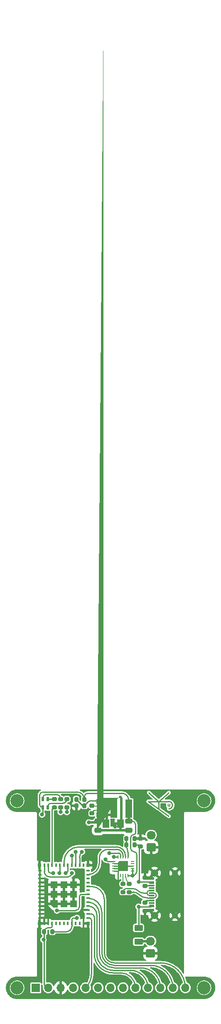
<source format=gbr>
%TF.GenerationSoftware,KiCad,Pcbnew,(6.0.2-0)*%
%TF.CreationDate,2022-03-18T08:32:08+00:00*%
%TF.ProjectId,Epaper154,45706170-6572-4313-9534-2e6b69636164,1*%
%TF.SameCoordinates,Original*%
%TF.FileFunction,Copper,L1,Top*%
%TF.FilePolarity,Positive*%
%FSLAX46Y46*%
G04 Gerber Fmt 4.6, Leading zero omitted, Abs format (unit mm)*
G04 Created by KiCad (PCBNEW (6.0.2-0)) date 2022-03-18 08:32:08*
%MOMM*%
%LPD*%
G01*
G04 APERTURE LIST*
G04 Aperture macros list*
%AMRoundRect*
0 Rectangle with rounded corners*
0 $1 Rounding radius*
0 $2 $3 $4 $5 $6 $7 $8 $9 X,Y pos of 4 corners*
0 Add a 4 corners polygon primitive as box body*
4,1,4,$2,$3,$4,$5,$6,$7,$8,$9,$2,$3,0*
0 Add four circle primitives for the rounded corners*
1,1,$1+$1,$2,$3*
1,1,$1+$1,$4,$5*
1,1,$1+$1,$6,$7*
1,1,$1+$1,$8,$9*
0 Add four rect primitives between the rounded corners*
20,1,$1+$1,$2,$3,$4,$5,0*
20,1,$1+$1,$4,$5,$6,$7,0*
20,1,$1+$1,$6,$7,$8,$9,0*
20,1,$1+$1,$8,$9,$2,$3,0*%
%AMOutline5P*
0 Free polygon, 5 corners , with rotation*
0 The origin of the aperture is its center*
0 number of corners: always 5*
0 $1 to $10 corner X, Y*
0 $11 Rotation angle, in degrees counterclockwise*
0 create outline with 5 corners*
4,1,5,$1,$2,$3,$4,$5,$6,$7,$8,$9,$10,$1,$2,$11*%
%AMOutline6P*
0 Free polygon, 6 corners , with rotation*
0 The origin of the aperture is its center*
0 number of corners: always 6*
0 $1 to $12 corner X, Y*
0 $13 Rotation angle, in degrees counterclockwise*
0 create outline with 6 corners*
4,1,6,$1,$2,$3,$4,$5,$6,$7,$8,$9,$10,$11,$12,$1,$2,$13*%
%AMOutline7P*
0 Free polygon, 7 corners , with rotation*
0 The origin of the aperture is its center*
0 number of corners: always 7*
0 $1 to $14 corner X, Y*
0 $15 Rotation angle, in degrees counterclockwise*
0 create outline with 7 corners*
4,1,7,$1,$2,$3,$4,$5,$6,$7,$8,$9,$10,$11,$12,$13,$14,$1,$2,$15*%
%AMOutline8P*
0 Free polygon, 8 corners , with rotation*
0 The origin of the aperture is its center*
0 number of corners: always 8*
0 $1 to $16 corner X, Y*
0 $17 Rotation angle, in degrees counterclockwise*
0 create outline with 8 corners*
4,1,8,$1,$2,$3,$4,$5,$6,$7,$8,$9,$10,$11,$12,$13,$14,$15,$16,$1,$2,$17*%
%AMFreePoly0*
4,1,43,1.102950,0.110584,1.224483,0.068057,1.333507,-0.000447,1.424553,-0.091493,1.493057,-0.200517,1.535584,-0.322050,1.550000,-0.450000,1.533253,-0.512500,1.487500,-0.558253,1.425000,-0.575000,1.362500,-0.558253,1.316747,-0.512500,1.300000,-0.450000,1.302546,-0.440498,1.287946,-0.348318,1.241208,-0.256589,1.168411,-0.183792,1.076682,-0.137054,0.984502,-0.122454,0.975000,-0.125000,
-0.975000,-0.125000,-0.984502,-0.122454,-1.076682,-0.137054,-1.168411,-0.183792,-1.241208,-0.256589,-1.287946,-0.348318,-1.302546,-0.440498,-1.300000,-0.450000,-1.316747,-0.512500,-1.362500,-0.558253,-1.425000,-0.575000,-1.487500,-0.558253,-1.533253,-0.512500,-1.550000,-0.450000,-1.535584,-0.322050,-1.493057,-0.200517,-1.424553,-0.091493,-1.333507,-0.000447,-1.224483,0.068057,-1.102950,0.110584,
-0.975000,0.125000,0.975000,0.125000,1.102950,0.110584,1.102950,0.110584,$1*%
%AMFreePoly1*
4,1,24,1.812500,0.558253,1.858253,0.512500,1.875000,0.450000,1.860584,0.322050,1.818057,0.200517,1.749553,0.091493,1.658507,0.000447,1.549483,-0.068057,1.427950,-0.110584,1.300000,-0.125000,-1.300000,-0.125000,-1.300000,0.125000,1.300000,0.125000,1.309502,0.122454,1.401682,0.137054,1.493411,0.183792,1.566208,0.256589,1.612946,0.348318,1.627546,0.440498,1.625000,0.450000,
1.641747,0.512500,1.687500,0.558253,1.750000,0.575000,1.812500,0.558253,1.812500,0.558253,$1*%
%AMFreePoly2*
4,1,37,1.095671,1.230970,1.176777,1.176777,1.230970,1.095671,1.250000,1.000000,1.234611,0.804457,1.188821,0.613729,1.113759,0.432512,1.011272,0.265269,0.883885,0.116117,0.734733,-0.011271,0.567490,-0.113758,0.386273,-0.188820,0.195545,-0.234610,0.000002,-0.250000,-0.095669,-0.230970,-0.176775,-0.176777,-0.230968,-0.095671,-0.249998,0.000000,-0.230968,0.095671,-0.176775,0.176777,
-0.095669,0.230970,0.000002,0.250000,0.012204,0.247573,0.147027,0.260852,0.288403,0.303738,0.418695,0.373381,0.532897,0.467104,0.626620,0.581306,0.696263,0.711599,0.739148,0.852974,0.752427,0.987798,0.750000,1.000000,0.769030,1.095671,0.823223,1.176777,0.904329,1.230970,1.000000,1.250000,1.095671,1.230970,1.095671,1.230970,$1*%
%AMFreePoly3*
4,1,72,4.686553,7.086501,4.817859,7.046669,4.938871,6.981987,5.044939,6.894939,5.131987,6.788871,5.196669,6.667859,5.236501,6.536553,5.249950,6.400000,5.249950,1.600000,5.230924,1.504348,5.176741,1.423259,5.112450,1.380300,5.112450,0.249950,6.600000,0.249950,6.695652,0.230924,6.776741,0.176741,6.830924,0.095652,6.849950,0.000000,6.830924,-0.095652,6.776741,-0.176741,
6.695652,-0.230924,6.600000,-0.249950,0.000000,-0.249950,-0.095652,-0.230924,-0.176741,-0.176741,-0.230924,-0.095652,-0.249950,0.000000,-0.230924,0.095652,-0.176741,0.176741,-0.095652,0.230924,0.000000,0.249950,4.612550,0.249950,4.612550,1.600000,4.631576,1.695652,4.685759,1.776741,4.750050,1.819700,4.750050,6.400000,4.751438,6.406980,4.742631,6.462590,4.713862,6.519052,
4.669052,6.563862,4.612590,6.592631,4.556980,6.601438,4.550000,6.600050,1.550000,6.600050,1.543020,6.601438,1.487410,6.592631,1.430948,6.563862,1.386138,6.519052,1.357369,6.462590,1.348562,6.406980,1.349950,6.400000,1.349950,5.900000,1.330924,5.804348,1.276741,5.723259,1.195652,5.669076,1.100000,5.650050,1.004348,5.669076,0.923259,5.723259,0.869076,5.804348,
0.850050,5.900000,0.850050,6.400000,0.863499,6.536553,0.903331,6.667859,0.968013,6.788871,1.055061,6.894939,1.161129,6.981987,1.282141,7.046669,1.413447,7.086501,1.550000,7.099950,4.550000,7.099950,4.686553,7.086501,4.686553,7.086501,$1*%
G04 Aperture macros list end*
%TA.AperFunction,EtchedComponent*%
%ADD10C,0.080000*%
%TD*%
%TA.AperFunction,EtchedComponent*%
%ADD11C,0.250000*%
%TD*%
%TA.AperFunction,ComponentPad*%
%ADD12C,2.700000*%
%TD*%
%TA.AperFunction,SMDPad,CuDef*%
%ADD13RoundRect,0.062500X-0.287500X-0.062500X0.287500X-0.062500X0.287500X0.062500X-0.287500X0.062500X0*%
%TD*%
%TA.AperFunction,SMDPad,CuDef*%
%ADD14RoundRect,0.062500X-0.062500X-0.287500X0.062500X-0.287500X0.062500X0.287500X-0.062500X0.287500X0*%
%TD*%
%TA.AperFunction,SMDPad,CuDef*%
%ADD15Outline5P,-1.000000X0.750000X-0.750000X1.000000X1.000000X1.000000X1.000000X-1.000000X-1.000000X-1.000000X0.000000*%
%TD*%
%TA.AperFunction,SMDPad,CuDef*%
%ADD16R,1.140000X0.600000*%
%TD*%
%TA.AperFunction,SMDPad,CuDef*%
%ADD17RoundRect,0.075000X0.495000X-0.075000X0.495000X0.075000X-0.495000X0.075000X-0.495000X-0.075000X0*%
%TD*%
%TA.AperFunction,ComponentPad*%
%ADD18C,0.670000*%
%TD*%
%TA.AperFunction,ComponentPad*%
%ADD19C,1.250000*%
%TD*%
%TA.AperFunction,SMDPad,CuDef*%
%ADD20R,5.250000X7.500000*%
%TD*%
%TA.AperFunction,ComponentPad*%
%ADD21C,1.500000*%
%TD*%
%TA.AperFunction,SMDPad,CuDef*%
%ADD22RoundRect,0.200000X-0.275000X0.200000X-0.275000X-0.200000X0.275000X-0.200000X0.275000X0.200000X0*%
%TD*%
%TA.AperFunction,ComponentPad*%
%ADD23RoundRect,0.250000X0.675000X-0.600000X0.675000X0.600000X-0.675000X0.600000X-0.675000X-0.600000X0*%
%TD*%
%TA.AperFunction,ComponentPad*%
%ADD24O,1.850000X1.700000*%
%TD*%
%TA.AperFunction,SMDPad,CuDef*%
%ADD25RoundRect,0.200000X0.200000X0.275000X-0.200000X0.275000X-0.200000X-0.275000X0.200000X-0.275000X0*%
%TD*%
%TA.AperFunction,SMDPad,CuDef*%
%ADD26RoundRect,0.225000X0.250000X-0.225000X0.250000X0.225000X-0.250000X0.225000X-0.250000X-0.225000X0*%
%TD*%
%TA.AperFunction,SMDPad,CuDef*%
%ADD27R,0.600000X1.100000*%
%TD*%
%TA.AperFunction,SMDPad,CuDef*%
%ADD28FreePoly0,0.000000*%
%TD*%
%TA.AperFunction,SMDPad,CuDef*%
%ADD29R,2.000000X0.500000*%
%TD*%
%TA.AperFunction,SMDPad,CuDef*%
%ADD30RoundRect,0.249375X-0.463125X-0.625625X0.463125X-0.625625X0.463125X0.625625X-0.463125X0.625625X0*%
%TD*%
%TA.AperFunction,SMDPad,CuDef*%
%ADD31R,0.500000X2.000000*%
%TD*%
%TA.AperFunction,SMDPad,CuDef*%
%ADD32FreePoly1,0.000000*%
%TD*%
%TA.AperFunction,SMDPad,CuDef*%
%ADD33R,1.425000X3.700000*%
%TD*%
%TA.AperFunction,SMDPad,CuDef*%
%ADD34RoundRect,0.250000X-0.475000X0.250000X-0.475000X-0.250000X0.475000X-0.250000X0.475000X0.250000X0*%
%TD*%
%TA.AperFunction,SMDPad,CuDef*%
%ADD35FreePoly2,0.000000*%
%TD*%
%TA.AperFunction,SMDPad,CuDef*%
%ADD36FreePoly3,0.000000*%
%TD*%
%TA.AperFunction,SMDPad,CuDef*%
%ADD37R,0.500000X4.000000*%
%TD*%
%TA.AperFunction,SMDPad,CuDef*%
%ADD38RoundRect,0.200000X-0.200000X-0.275000X0.200000X-0.275000X0.200000X0.275000X-0.200000X0.275000X0*%
%TD*%
%TA.AperFunction,SMDPad,CuDef*%
%ADD39R,0.400000X0.800000*%
%TD*%
%TA.AperFunction,SMDPad,CuDef*%
%ADD40R,0.800000X0.400000*%
%TD*%
%TA.AperFunction,SMDPad,CuDef*%
%ADD41Outline5P,-0.725000X0.130500X-0.130500X0.725000X0.725000X0.725000X0.725000X-0.725000X-0.725000X-0.725000X90.000000*%
%TD*%
%TA.AperFunction,SMDPad,CuDef*%
%ADD42R,1.450000X1.450000*%
%TD*%
%TA.AperFunction,SMDPad,CuDef*%
%ADD43R,0.700000X0.700000*%
%TD*%
%TA.AperFunction,SMDPad,CuDef*%
%ADD44RoundRect,0.200000X0.275000X-0.200000X0.275000X0.200000X-0.275000X0.200000X-0.275000X-0.200000X0*%
%TD*%
%TA.AperFunction,SMDPad,CuDef*%
%ADD45RoundRect,0.250000X0.625000X-0.375000X0.625000X0.375000X-0.625000X0.375000X-0.625000X-0.375000X0*%
%TD*%
%TA.AperFunction,ComponentPad*%
%ADD46R,1.700000X1.700000*%
%TD*%
%TA.AperFunction,ComponentPad*%
%ADD47O,1.700000X1.700000*%
%TD*%
%TA.AperFunction,SMDPad,CuDef*%
%ADD48R,0.500000X0.850000*%
%TD*%
%TA.AperFunction,ViaPad*%
%ADD49C,0.800000*%
%TD*%
%TA.AperFunction,Conductor*%
%ADD50C,0.250000*%
%TD*%
%TA.AperFunction,Conductor*%
%ADD51C,0.200000*%
%TD*%
%TA.AperFunction,Conductor*%
%ADD52C,0.500000*%
%TD*%
G04 APERTURE END LIST*
D10*
%TO.C,Logo1*%
X163025000Y-64512000D02*
X163025000Y-64412000D01*
D11*
X158815000Y-63662000D02*
X163015000Y-66662000D01*
D10*
X162865000Y-64512000D02*
X162865000Y-64412000D01*
X162865000Y-64512000D02*
X163165000Y-64512000D01*
D11*
X158915000Y-61862000D02*
X160915000Y-63662000D01*
X158815000Y-63662000D02*
X163015000Y-63662000D01*
X160915000Y-63662000D02*
X163015000Y-61862000D01*
X160915000Y-63662000D02*
X160915000Y-65162000D01*
D10*
X163025000Y-64412000D02*
X163165000Y-64312000D01*
X163025000Y-64412000D02*
G75*
G03*
X162865000Y-64412000I-80000J0D01*
G01*
D11*
X163015000Y-65162000D02*
G75*
G03*
X163015000Y-63662000I0J750000D01*
G01*
D10*
X163325000Y-64432000D02*
G75*
G03*
X163325000Y-64432000I-300000J0D01*
G01*
%TD*%
D12*
%TO.P,H2,*%
%TO.N,*%
X132080000Y-63500000D03*
%TD*%
D13*
%TO.P,U2,1,RXD*%
%TO.N,O*%
X151770000Y-75835000D03*
%TO.P,U2,2,~{RI}*%
%TO.N,GND*%
X151770000Y-76335000D03*
%TO.P,U2,3,GND*%
X151770000Y-76835000D03*
%TO.P,U2,4,~{DSR}*%
X151770000Y-77335000D03*
%TO.P,U2,5,~{DCD}*%
X151770000Y-77835000D03*
D14*
%TO.P,U2,6,~{CTS}*%
X152670000Y-78735000D03*
%TO.P,U2,7,CBUS2*%
%TO.N,unconnected-(U2-Pad7)*%
X153170000Y-78735000D03*
%TO.P,U2,8,USBDP*%
%TO.N,D+*%
X153670000Y-78735000D03*
%TO.P,U2,9,USBDM*%
%TO.N,D-*%
X154170000Y-78735000D03*
%TO.P,U2,10,3V3OUT*%
%TO.N,+3V3*%
X154670000Y-78735000D03*
D13*
%TO.P,U2,11,~{RESET}*%
X155570000Y-77835000D03*
%TO.P,U2,12,VCC*%
X155570000Y-77335000D03*
%TO.P,U2,13,GND*%
%TO.N,GND*%
X155570000Y-76835000D03*
%TO.P,U2,14,CBUS1*%
%TO.N,unconnected-(U2-Pad14)*%
X155570000Y-76335000D03*
%TO.P,U2,15,CBUS0*%
%TO.N,unconnected-(U2-Pad15)*%
X155570000Y-75835000D03*
D14*
%TO.P,U2,16,CBUS3*%
%TO.N,Net-(R7-Pad2)*%
X154670000Y-74935000D03*
%TO.P,U2,17,TXD*%
%TO.N,I*%
X154170000Y-74935000D03*
%TO.P,U2,18,~{DTR}*%
%TO.N,BOOT*%
X153670000Y-74935000D03*
%TO.P,U2,19,~{RTS}*%
%TO.N,EN*%
X153170000Y-74935000D03*
%TO.P,U2,20,VCCIO*%
%TO.N,+3V3*%
X152670000Y-74935000D03*
D15*
%TO.P,U2,21,GND*%
%TO.N,GND*%
X153670000Y-76835000D03*
%TD*%
D16*
%TO.P,J1,A1,GND*%
%TO.N,GND*%
X159510000Y-85750000D03*
%TO.P,J1,A4,VBUS*%
%TO.N,VBUS*%
X159510000Y-84950000D03*
D17*
%TO.P,J1,A5,CC1*%
%TO.N,Net-(J1-PadA5)*%
X159510000Y-83800000D03*
%TO.P,J1,A6,D+*%
%TO.N,Net-(J1-PadA6)*%
X159510000Y-82800000D03*
%TO.P,J1,A7,D-*%
%TO.N,Net-(J1-PadA7)*%
X159510000Y-82300000D03*
%TO.P,J1,A8,SBU1*%
%TO.N,unconnected-(J1-PadA8)*%
X159510000Y-81300000D03*
D16*
%TO.P,J1,A9,VBUS*%
%TO.N,VBUS*%
X159510000Y-80150000D03*
%TO.P,J1,A12,GND*%
%TO.N,GND*%
X159510000Y-79350000D03*
%TO.P,J1,B1,GND*%
X159510000Y-79350000D03*
%TO.P,J1,B4,VBUS*%
%TO.N,VBUS*%
X159510000Y-80150000D03*
D17*
%TO.P,J1,B5,CC2*%
%TO.N,Net-(J1-PadB5)*%
X159510000Y-80800000D03*
%TO.P,J1,B6,D+*%
%TO.N,Net-(J1-PadA6)*%
X159510000Y-81800000D03*
%TO.P,J1,B7,D-*%
%TO.N,Net-(J1-PadA7)*%
X159510000Y-83300000D03*
%TO.P,J1,B8,SBU2*%
%TO.N,unconnected-(J1-PadB8)*%
X159510000Y-84300000D03*
D16*
%TO.P,J1,B9,VBUS*%
%TO.N,VBUS*%
X159510000Y-84950000D03*
%TO.P,J1,B12,GND*%
%TO.N,GND*%
X159510000Y-85750000D03*
D18*
%TO.P,J1,S1,SHIELD*%
X160580000Y-79660000D03*
D19*
X164260000Y-86870000D03*
D20*
X163495000Y-82550000D03*
D21*
X160090000Y-86870000D03*
D18*
X160580000Y-85440000D03*
D19*
X164260000Y-78230000D03*
D21*
X160090000Y-78230000D03*
%TD*%
D12*
%TO.P,H4,*%
%TO.N,*%
X170180000Y-101600000D03*
%TD*%
D22*
%TO.P,C4,1*%
%TO.N,GND*%
X157226000Y-71244000D03*
%TO.P,C4,2*%
%TO.N,VBUS*%
X157226000Y-72794000D03*
%TD*%
D12*
%TO.P,H3,*%
%TO.N,*%
X132080000Y-101600000D03*
%TD*%
D23*
%TO.P,J3,1,Pin_1*%
%TO.N,GND*%
X159385000Y-73005000D03*
D24*
%TO.P,J3,2,Pin_2*%
%TO.N,BUTTON*%
X159385000Y-70505000D03*
%TD*%
D25*
%TO.P,R7,1*%
%TO.N,VBUS*%
X156019000Y-72527000D03*
%TO.P,R7,2*%
%TO.N,Net-(R7-Pad2)*%
X154369000Y-72527000D03*
%TD*%
D23*
%TO.P,J2,1,GND*%
%TO.N,GND*%
X159275000Y-94595000D03*
D24*
%TO.P,J2,2,DC*%
%TO.N,DC*%
X159275000Y-92095000D03*
%TD*%
D26*
%TO.P,U1,*%
%TO.N,*%
X147330000Y-66065000D03*
D27*
X150380000Y-63690000D03*
X150380000Y-66390000D03*
D28*
X148955000Y-65490000D03*
D29*
X151330000Y-66390000D03*
D30*
X150227500Y-68210000D03*
D26*
X147330000Y-64515000D03*
D31*
X150380000Y-67340000D03*
D32*
X148630000Y-64590000D03*
D33*
X151830000Y-65090000D03*
D27*
%TO.P,U1,1,SHDN*%
%TO.N,DC*%
X148480000Y-66390000D03*
%TO.P,U1,2,VIN*%
X149430000Y-66390000D03*
D34*
X148580000Y-67640000D03*
D35*
X148370000Y-67590000D03*
D34*
%TO.P,U1,3,GND*%
%TO.N,GND*%
X148580000Y-69540000D03*
X154830000Y-69540000D03*
D36*
X148330000Y-69540000D03*
D27*
X149430000Y-63690000D03*
D30*
X153192500Y-68210000D03*
D37*
%TO.P,U1,4,VOUT*%
%TO.N,+3V3*%
X154830000Y-65840000D03*
D34*
X154830000Y-67640000D03*
D33*
X154830000Y-65090000D03*
D27*
%TO.P,U1,5,FB*%
%TO.N,Net-(R1-Pad2)*%
X148480000Y-63690000D03*
%TD*%
D22*
%TO.P,R11,1*%
%TO.N,Net-(D3-Pad3)*%
X139700000Y-63183000D03*
%TO.P,R11,2*%
%TO.N,G*%
X139700000Y-64833000D03*
%TD*%
D38*
%TO.P,R9,1*%
%TO.N,+3V3*%
X137605000Y-90170000D03*
%TO.P,R9,2*%
%TO.N,EN*%
X139255000Y-90170000D03*
%TD*%
D25*
%TO.P,R1,1*%
%TO.N,+3V3*%
X145796000Y-63246000D03*
%TO.P,R1,2*%
%TO.N,Net-(R1-Pad2)*%
X144146000Y-63246000D03*
%TD*%
D12*
%TO.P,H1,*%
%TO.N,*%
X170180000Y-63500000D03*
%TD*%
D39*
%TO.P,U3,1,GND*%
%TO.N,GND*%
X137623250Y-88450000D03*
%TO.P,U3,2,GND*%
X138423250Y-88450000D03*
%TO.P,U3,3,3V3*%
%TO.N,+3V3*%
X139223250Y-88450000D03*
%TO.P,U3,4,I36*%
%TO.N,unconnected-(U3-Pad4)*%
X140023250Y-88450000D03*
%TO.P,U3,5,I37*%
%TO.N,unconnected-(U3-Pad5)*%
X140823250Y-88450000D03*
%TO.P,U3,6,I38*%
%TO.N,unconnected-(U3-Pad6)*%
X141623250Y-88450000D03*
%TO.P,U3,7,I39*%
%TO.N,unconnected-(U3-Pad7)*%
X142423250Y-88450000D03*
%TO.P,U3,8,EN*%
%TO.N,EN*%
X143223250Y-88450000D03*
%TO.P,U3,9,I34*%
%TO.N,unconnected-(U3-Pad9)*%
X144023250Y-88450000D03*
%TO.P,U3,10,I35*%
%TO.N,unconnected-(U3-Pad10)*%
X144823250Y-88450000D03*
%TO.P,U3,11,GND*%
%TO.N,GND*%
X145623250Y-88450000D03*
D40*
%TO.P,U3,12,IO32*%
%TO.N,MISO*%
X146523250Y-87350000D03*
%TO.P,U3,13,IO33*%
%TO.N,SRCS*%
X146523250Y-86550000D03*
%TO.P,U3,14,GND*%
%TO.N,GND*%
X146523250Y-85750000D03*
%TO.P,U3,15,IO25*%
%TO.N,SDCS*%
X146523250Y-84950000D03*
%TO.P,U3,16,IO26*%
%TO.N,RST*%
X146523250Y-84150000D03*
%TO.P,U3,17,IO27*%
%TO.N,BUSY*%
X146523250Y-83350000D03*
%TO.P,U3,18,IO14*%
%TO.N,SCK*%
X146523250Y-82550000D03*
%TO.P,U3,19,IO12*%
%TO.N,unconnected-(U3-Pad19)*%
X146523250Y-81750000D03*
%TO.P,U3,20,IO13*%
%TO.N,ENA*%
X146523250Y-80950000D03*
%TO.P,U3,21,IO15*%
%TO.N,unconnected-(U3-Pad21)*%
X146523250Y-80150000D03*
%TO.P,U3,22,IO2*%
%TO.N,unconnected-(U3-Pad22)*%
X146523250Y-79350000D03*
%TO.P,U3,23,IO0*%
%TO.N,BOOT*%
X146523250Y-78550000D03*
%TO.P,U3,24,IO4*%
%TO.N,unconnected-(U3-Pad24)*%
X146523250Y-77750000D03*
D39*
%TO.P,U3,25,NC*%
%TO.N,unconnected-(U3-Pad25)*%
X145623250Y-76650000D03*
%TO.P,U3,26,IO20*%
%TO.N,BUTTON*%
X144823250Y-76650000D03*
%TO.P,U3,27,IO7*%
%TO.N,R*%
X144023250Y-76650000D03*
%TO.P,U3,28,IO8*%
%TO.N,B*%
X143223250Y-76650000D03*
%TO.P,U3,29,IO5*%
%TO.N,CS*%
X142423250Y-76650000D03*
%TO.P,U3,30,RXD0*%
%TO.N,I*%
X141623250Y-76650000D03*
%TO.P,U3,31,TXD0*%
%TO.N,O*%
X140823250Y-76650000D03*
%TO.P,U3,32,NC*%
%TO.N,unconnected-(U3-Pad32)*%
X140023250Y-76650000D03*
%TO.P,U3,33,IO19*%
%TO.N,G*%
X139223250Y-76650000D03*
%TO.P,U3,34,IO22*%
%TO.N,MOSI*%
X138423250Y-76650000D03*
%TO.P,U3,35,IO21*%
%TO.N,D{slash}C*%
X137623250Y-76650000D03*
D40*
%TO.P,U3,36,GND*%
%TO.N,GND*%
X136723250Y-77750000D03*
%TO.P,U3,37,GND*%
X136723250Y-78550000D03*
%TO.P,U3,38,GND*%
X136723250Y-79350000D03*
%TO.P,U3,39,GND*%
X136723250Y-80150000D03*
%TO.P,U3,40,GND*%
X136723250Y-80950000D03*
%TO.P,U3,41,GND*%
X136723250Y-81750000D03*
%TO.P,U3,42,GND*%
X136723250Y-82550000D03*
%TO.P,U3,43,GND*%
X136723250Y-83350000D03*
%TO.P,U3,44,GND*%
X136723250Y-84150000D03*
%TO.P,U3,45,GND*%
X136723250Y-84950000D03*
%TO.P,U3,46,GND*%
X136723250Y-85750000D03*
%TO.P,U3,47,GND*%
X136723250Y-86550000D03*
%TO.P,U3,48,GND*%
X136723250Y-87350000D03*
D41*
%TO.P,U3,49,GND*%
X139648250Y-84525000D03*
D42*
X143598250Y-82550000D03*
X143598250Y-84525000D03*
X139648250Y-82550000D03*
X143598250Y-80575000D03*
X141623250Y-82550000D03*
X139648250Y-80575000D03*
X141623250Y-80575000D03*
X141623250Y-84525000D03*
D43*
%TO.P,U3,50,GND*%
X136673250Y-76600000D03*
%TO.P,U3,51,GND*%
X146573250Y-76600000D03*
%TO.P,U3,52,GND*%
X146573250Y-88500000D03*
%TO.P,U3,53,GND*%
X136673250Y-88500000D03*
%TD*%
D44*
%TO.P,R6,1*%
%TO.N,Net-(J1-PadA6)*%
X153670000Y-82105000D03*
%TO.P,R6,2*%
%TO.N,D+*%
X153670000Y-80455000D03*
%TD*%
D45*
%TO.P,D2,1,K*%
%TO.N,DC*%
X156845000Y-92205000D03*
%TO.P,D2,2,A*%
%TO.N,VBUS*%
X156845000Y-89405000D03*
%TD*%
D22*
%TO.P,R10,1*%
%TO.N,Net-(D3-Pad2)*%
X140970000Y-63183000D03*
%TO.P,R10,2*%
%TO.N,R*%
X140970000Y-64833000D03*
%TD*%
D38*
%TO.P,R8,1*%
%TO.N,Net-(R7-Pad2)*%
X154369000Y-71257000D03*
%TO.P,R8,2*%
%TO.N,GND*%
X156019000Y-71257000D03*
%TD*%
D44*
%TO.P,R4,1*%
%TO.N,Net-(J1-PadB5)*%
X158115000Y-80835000D03*
%TO.P,R4,2*%
%TO.N,GND*%
X158115000Y-79185000D03*
%TD*%
D22*
%TO.P,R3,1*%
%TO.N,Net-(J1-PadA5)*%
X158115000Y-84265000D03*
%TO.P,R3,2*%
%TO.N,GND*%
X158115000Y-85915000D03*
%TD*%
%TO.P,R12,1*%
%TO.N,Net-(D3-Pad4)*%
X142240000Y-63183000D03*
%TO.P,R12,2*%
%TO.N,B*%
X142240000Y-64833000D03*
%TD*%
D46*
%TO.P,M1,1,VIN*%
%TO.N,unconnected-(M1-Pad1)*%
X135890000Y-101600000D03*
D47*
%TO.P,M1,2,3V3*%
%TO.N,+3V3*%
X138430000Y-101600000D03*
%TO.P,M1,3,GND*%
%TO.N,GND*%
X140970000Y-101600000D03*
%TO.P,M1,4,SCK*%
%TO.N,SCK*%
X143510000Y-101600000D03*
%TO.P,M1,5,MISO*%
%TO.N,MISO*%
X146050000Y-101600000D03*
%TO.P,M1,6,MOSI*%
%TO.N,MOSI*%
X148590000Y-101600000D03*
%TO.P,M1,7,ECS*%
%TO.N,CS*%
X151130000Y-101600000D03*
%TO.P,M1,8,D/C*%
%TO.N,D{slash}C*%
X153670000Y-101600000D03*
%TO.P,M1,9,SRCS*%
%TO.N,SRCS*%
X156210000Y-101600000D03*
%TO.P,M1,10,SDCS*%
%TO.N,SDCS*%
X158750000Y-101600000D03*
%TO.P,M1,11,RST*%
%TO.N,RST*%
X161290000Y-101600000D03*
%TO.P,M1,12,BUSY*%
%TO.N,BUSY*%
X163830000Y-101600000D03*
%TO.P,M1,13,ENA*%
%TO.N,ENA*%
X166370000Y-101600000D03*
%TD*%
D48*
%TO.P,D3,1,A*%
%TO.N,+3V3*%
X137295000Y-64883000D03*
%TO.P,D3,2,RK*%
%TO.N,Net-(D3-Pad2)*%
X137295000Y-63133000D03*
%TO.P,D3,3,GK*%
%TO.N,Net-(D3-Pad3)*%
X138295000Y-63133000D03*
%TO.P,D3,4,BK*%
%TO.N,Net-(D3-Pad4)*%
X138295000Y-64883000D03*
%TD*%
D38*
%TO.P,R2,1*%
%TO.N,GND*%
X144146000Y-64516000D03*
%TO.P,R2,2*%
%TO.N,Net-(R1-Pad2)*%
X145796000Y-64516000D03*
%TD*%
D44*
%TO.P,R5,1*%
%TO.N,Net-(J1-PadA7)*%
X154940000Y-82105000D03*
%TO.P,R5,2*%
%TO.N,D-*%
X154940000Y-80455000D03*
%TD*%
D49*
%TO.N,VBUS*%
X156845000Y-85090000D03*
X156845000Y-80010000D03*
%TO.N,SCK*%
X140208000Y-85852000D03*
%TO.N,GND*%
X148082000Y-71882000D03*
X148082000Y-73914000D03*
X152029702Y-68794500D03*
%TO.N,+3V3*%
X137451500Y-91804396D03*
X137160000Y-66294000D03*
X151765000Y-74930000D03*
X155575000Y-78740000D03*
%TO.N,MOSI*%
X139446000Y-78232000D03*
%TO.N,CS*%
X141986000Y-78232000D03*
%TO.N,D{slash}C*%
X143256000Y-78232000D03*
%TO.N,R*%
X144018000Y-73914000D03*
X140970000Y-65786000D03*
%TO.N,B*%
X143256000Y-74676000D03*
X142240000Y-65786000D03*
%TO.N,DC*%
X146685000Y-67945000D03*
%TO.N,O*%
X150114000Y-75438000D03*
X140716000Y-78232000D03*
%TO.N,EN*%
X150876000Y-74168000D03*
X144272000Y-87376000D03*
%TO.N,BUTTON*%
X145288000Y-73914000D03*
%TD*%
D50*
%TO.N,EN*%
X144272000Y-87376000D02*
X143647250Y-87376000D01*
X143223250Y-87800000D02*
G75*
G02*
X143647250Y-87376000I424001J-1D01*
G01*
X143223250Y-87800000D02*
X143223250Y-88450000D01*
%TO.N,MOSI*%
X138423250Y-76650000D02*
X138423250Y-77717250D01*
X138938000Y-78232000D02*
G75*
G02*
X138423250Y-77717250I1J514751D01*
G01*
X138938000Y-78232000D02*
X139446000Y-78232000D01*
%TO.N,VBUS*%
X156019000Y-72527000D02*
X156959000Y-72527000D01*
X156972000Y-72911000D02*
X156972000Y-79883000D01*
X156845000Y-85090000D02*
X159370000Y-85090000D01*
X156845000Y-80010000D02*
X159370000Y-80010000D01*
X156845000Y-85090000D02*
X156845000Y-89405000D01*
X159510000Y-84950000D02*
G75*
G02*
X159370000Y-85090000I-140000J0D01*
G01*
X157226000Y-72794000D02*
G75*
G03*
X156959000Y-72527000I-266998J2D01*
G01*
X156845000Y-80010000D02*
G75*
G03*
X156972000Y-79883000I1J126999D01*
G01*
X159510000Y-80150000D02*
G75*
G03*
X159370000Y-80010000I-140000J0D01*
G01*
D51*
%TO.N,D+*%
X153670000Y-78735000D02*
X153670000Y-80455000D01*
%TO.N,D-*%
X154841751Y-80356752D02*
X154940000Y-80455000D01*
X154841751Y-80356752D02*
G75*
G02*
X154170000Y-78735000I1621760J1621754D01*
G01*
D50*
%TO.N,Net-(J1-PadA5)*%
X159510000Y-83800000D02*
X158580000Y-83800000D01*
X158115000Y-84265000D02*
G75*
G02*
X158580000Y-83800000I464999J1D01*
G01*
%TO.N,Net-(J1-PadB5)*%
X159510000Y-80800000D02*
X158150000Y-80800000D01*
X158115000Y-80835000D02*
G75*
G02*
X158150000Y-80800000I34999J1D01*
G01*
%TO.N,Net-(J1-PadA6)*%
X154394520Y-81380480D02*
X155554555Y-81380480D01*
X159050000Y-82800000D02*
X159510000Y-82800000D01*
X158550000Y-82300000D02*
X157774472Y-82300000D01*
X159510000Y-81800000D02*
X159050000Y-81800000D01*
X156845000Y-81915000D02*
G75*
G03*
X155554555Y-81380480I-1290446J-1290446D01*
G01*
X158550000Y-82300000D02*
G75*
G02*
X159050000Y-81800000I500001J-1D01*
G01*
X159050000Y-82800000D02*
G75*
G02*
X158550000Y-82300000I1J500001D01*
G01*
X154394520Y-81380480D02*
G75*
G03*
X153670000Y-82105000I0J-724520D01*
G01*
X156845000Y-81915000D02*
G75*
G03*
X157774472Y-82300000I929470J929467D01*
G01*
%TO.N,SCK*%
X144780000Y-83058000D02*
X144780000Y-85090000D01*
X146523250Y-82550000D02*
X145288000Y-82550000D01*
X144018000Y-85852000D02*
X140208000Y-85852000D01*
X144780000Y-83058000D02*
G75*
G02*
X145288000Y-82550000I508001J-1D01*
G01*
X144018000Y-85852000D02*
G75*
G03*
X144780000Y-85090000I-1J762001D01*
G01*
%TO.N,Net-(R7-Pad2)*%
X154670000Y-74935000D02*
X154670000Y-73983888D01*
X154369000Y-71257000D02*
X154369000Y-72527000D01*
X154115000Y-72644000D02*
G75*
G02*
X154670000Y-73983888I-1339890J-1339889D01*
G01*
%TO.N,GND*%
X152670000Y-77835000D02*
X153670000Y-76835000D01*
D52*
X151648611Y-68413409D02*
X152029702Y-68794500D01*
X151648611Y-68272302D02*
X151648611Y-68413409D01*
X153192500Y-68210000D02*
X151754000Y-68210000D01*
D50*
X151770000Y-77335000D02*
X153170000Y-77335000D01*
X151770000Y-76835000D02*
X153670000Y-76835000D01*
X152670000Y-78735000D02*
X152670000Y-87990000D01*
X153170000Y-76335000D02*
X153670000Y-76835000D01*
X152670000Y-78735000D02*
X152670000Y-77835000D01*
X151770000Y-77835000D02*
X152670000Y-77835000D01*
X151770000Y-76335000D02*
X153170000Y-76335000D01*
X155570000Y-76835000D02*
X153670000Y-76835000D01*
X159275000Y-94595000D02*
G75*
G02*
X152670000Y-87990000I1J6605001D01*
G01*
D52*
X151648611Y-68272302D02*
G75*
G02*
X151754000Y-68210001I107702J-61899D01*
G01*
D50*
%TO.N,+3V3*%
X154675000Y-78740000D02*
X154670000Y-78735000D01*
X137381978Y-61722000D02*
X144272000Y-61722000D01*
X137605000Y-90170000D02*
X137605000Y-100775000D01*
X137295000Y-64883000D02*
X137295000Y-65968082D01*
X145796000Y-62674000D02*
X145796000Y-63246000D01*
X151770000Y-74935000D02*
X151765000Y-74930000D01*
X139223250Y-89100000D02*
X139223250Y-88450000D01*
X155570000Y-77335000D02*
X155570000Y-77835000D01*
X154830000Y-65090000D02*
X154830000Y-63390000D01*
X138952770Y-89370480D02*
X138404520Y-89370480D01*
X155194000Y-73152000D02*
X155194000Y-71120000D01*
X155575000Y-78740000D02*
X154675000Y-78740000D01*
X136652000Y-64240000D02*
X136652000Y-62451978D01*
X155524000Y-67640000D02*
X154830000Y-67640000D01*
X153416000Y-61976000D02*
X146494000Y-61976000D01*
X156464000Y-77851000D02*
X156464000Y-74422000D01*
X155570000Y-78735000D02*
X155575000Y-78740000D01*
X155570000Y-77835000D02*
X155570000Y-78735000D01*
X156210000Y-70104000D02*
X156210000Y-68326000D01*
X152670000Y-74935000D02*
X151770000Y-74935000D01*
X136652000Y-64240000D02*
G75*
G03*
X137295000Y-64883000I642999J-1D01*
G01*
X137381978Y-61722000D02*
G75*
G03*
X136652000Y-62451978I1J-729979D01*
G01*
X155956000Y-70358000D02*
G75*
G03*
X155194000Y-71120000I1J-762001D01*
G01*
X138430000Y-101600000D02*
G75*
G02*
X137605000Y-100775000I0J825000D01*
G01*
X155524000Y-67640000D02*
G75*
G02*
X156210000Y-68326000I-1J-686001D01*
G01*
X153416000Y-61976000D02*
G75*
G02*
X154830000Y-63390000I0J-1414000D01*
G01*
X156210000Y-70104000D02*
G75*
G02*
X155956000Y-70358000I-254000J0D01*
G01*
X155956000Y-73914000D02*
G75*
G02*
X156464000Y-74422000I-1J-508001D01*
G01*
X139223250Y-89100000D02*
G75*
G02*
X138952770Y-89370480I-270481J1D01*
G01*
X145796000Y-63246000D02*
G75*
G03*
X144272000Y-61722000I-1523999J1D01*
G01*
X137160000Y-66294000D02*
G75*
G03*
X137295000Y-65968082I-325922J325920D01*
G01*
X137605000Y-90170000D02*
G75*
G02*
X138404520Y-89370480I799520J0D01*
G01*
X155194000Y-73152000D02*
G75*
G03*
X155956000Y-73914000I762001J1D01*
G01*
X156464000Y-77851000D02*
G75*
G02*
X155575000Y-78740000I-889000J0D01*
G01*
X145796000Y-62674000D02*
G75*
G02*
X146494000Y-61976000I697998J2D01*
G01*
%TO.N,MISO*%
X146523250Y-87350000D02*
X146723250Y-87350000D01*
X147247761Y-87874511D02*
X147247761Y-98708350D01*
X146050000Y-101600000D02*
G75*
G03*
X147247761Y-98708350I-2891648J2891650D01*
G01*
X147247761Y-87874511D02*
G75*
G03*
X146723250Y-87350000I-524512J-1D01*
G01*
%TO.N,CS*%
X142423250Y-76650000D02*
X142423250Y-77794750D01*
X141986000Y-78232000D02*
G75*
G03*
X142423250Y-77794750I-2J437252D01*
G01*
%TO.N,D{slash}C*%
X142494000Y-78994000D02*
X138684000Y-78994000D01*
X137623250Y-77933250D02*
X137623250Y-76650000D01*
X142494000Y-78994000D02*
G75*
G03*
X143256000Y-78232000I-1J762001D01*
G01*
X137623250Y-77933250D02*
G75*
G03*
X138684000Y-78994000I1060748J-2D01*
G01*
%TO.N,R*%
X144023250Y-76650000D02*
X144023250Y-73919250D01*
X140970000Y-65786000D02*
X140970000Y-64833000D01*
X144018000Y-73914000D02*
G75*
G02*
X144023250Y-73919250I-1J-5251D01*
G01*
%TO.N,G*%
X139223250Y-76650000D02*
X139223250Y-65309750D01*
X139700000Y-64833000D02*
G75*
G03*
X139223250Y-65309750I1J-476751D01*
G01*
%TO.N,B*%
X143223250Y-76650000D02*
X143223250Y-74708750D01*
X142240000Y-65786000D02*
X142240000Y-64833000D01*
X143256000Y-74676000D02*
G75*
G03*
X143223250Y-74708750I-1J-32749D01*
G01*
D52*
%TO.N,DC*%
X156955000Y-92095000D02*
X156845000Y-92205000D01*
X148015000Y-67945000D02*
X148370000Y-67590000D01*
X159275000Y-92095000D02*
X156955000Y-92095000D01*
X146685000Y-67945000D02*
X148015000Y-67945000D01*
D50*
X149430000Y-66390000D02*
X148480000Y-66390000D01*
%TO.N,Net-(D3-Pad2)*%
X137295000Y-63133000D02*
X137295000Y-62958000D01*
X138023000Y-62230000D02*
X140017000Y-62230000D01*
X138023000Y-62230000D02*
G75*
G03*
X137295000Y-62958000I-1J-727999D01*
G01*
X140970000Y-63183000D02*
G75*
G03*
X140017000Y-62230000I-952999J1D01*
G01*
%TO.N,Net-(D3-Pad3)*%
X138295000Y-63133000D02*
X139650000Y-63133000D01*
X139700000Y-63183000D02*
G75*
G03*
X139650000Y-63133000I-50001J-1D01*
G01*
%TO.N,SRCS*%
X147828000Y-87204750D02*
X147828000Y-94742000D01*
X151638000Y-98552000D02*
X153162000Y-98552000D01*
X146523250Y-86550000D02*
X147173250Y-86550000D01*
X151638000Y-98552000D02*
G75*
G02*
X147828000Y-94742000I-1J3809999D01*
G01*
X156210000Y-101600000D02*
G75*
G03*
X153162000Y-98552000I-3048002J-2D01*
G01*
X147828000Y-87204750D02*
G75*
G03*
X147173250Y-86550000I-654751J-1D01*
G01*
%TO.N,O*%
X151770000Y-75835000D02*
X150511000Y-75835000D01*
X140823250Y-78124750D02*
X140823250Y-76650000D01*
X140823250Y-78124750D02*
G75*
G02*
X140716000Y-78232000I-107251J1D01*
G01*
X150114000Y-75438000D02*
G75*
G03*
X150511000Y-75835000I397001J1D01*
G01*
%TO.N,SDCS*%
X151638000Y-98044000D02*
X155194000Y-98044000D01*
X148336000Y-86762750D02*
X148336000Y-94742000D01*
X148336000Y-86762750D02*
G75*
G03*
X146523250Y-84950000I-1812749J1D01*
G01*
X151638000Y-98044000D02*
G75*
G02*
X148336000Y-94742000I-1J3301999D01*
G01*
X158750000Y-101600000D02*
G75*
G03*
X155194000Y-98044000I-3555999J1D01*
G01*
%TO.N,RST*%
X151892000Y-97536000D02*
X157226000Y-97536000D01*
X148844000Y-86470750D02*
X148844000Y-94488000D01*
X151892000Y-97536000D02*
G75*
G02*
X148844000Y-94488000I2J3048002D01*
G01*
X148844000Y-86470750D02*
G75*
G03*
X146523250Y-84150000I-2320750J0D01*
G01*
X161290000Y-101600000D02*
G75*
G03*
X157226000Y-97536000I-4064000J0D01*
G01*
%TO.N,I*%
X154170000Y-74935000D02*
X154170000Y-74742998D01*
X141623250Y-76650000D02*
X141623250Y-76000000D01*
X144725250Y-72898000D02*
X152325002Y-72898000D01*
X154170000Y-74742998D02*
G75*
G03*
X152325002Y-72898000I-1844997J1D01*
G01*
X144725250Y-72898000D02*
G75*
G03*
X141623250Y-76000000I1J-3102001D01*
G01*
%TO.N,EN*%
X152800328Y-74168000D02*
X150876000Y-74168000D01*
X143223250Y-89100000D02*
X143223250Y-88450000D01*
X153170000Y-74935000D02*
X153170000Y-74537672D01*
X139255000Y-90170000D02*
X142153250Y-90170000D01*
X143223250Y-89100000D02*
G75*
G02*
X142153250Y-90170000I-1070001J1D01*
G01*
X152800328Y-74168000D02*
G75*
G02*
X153170000Y-74537672I1J-369671D01*
G01*
%TO.N,Net-(D3-Pad4)*%
X139065000Y-64008000D02*
X141415000Y-64008000D01*
X138295000Y-64883000D02*
X138295000Y-64778000D01*
X139065000Y-64008000D02*
G75*
G03*
X138295000Y-64778000I1J-770001D01*
G01*
X142240000Y-63183000D02*
G75*
G02*
X141415000Y-64008000I-825000J0D01*
G01*
%TO.N,Net-(R1-Pad2)*%
X145796000Y-64516000D02*
X145416000Y-64516000D01*
X145796000Y-64462783D02*
X146361942Y-63896841D01*
X147320000Y-63500000D02*
X148021300Y-63500000D01*
X145416000Y-64516000D02*
X144146000Y-63246000D01*
X145796000Y-64516000D02*
X145796000Y-64462783D01*
X148480000Y-63690000D02*
G75*
G03*
X148021300Y-63500000I-458704J-458709D01*
G01*
X147320000Y-63500001D02*
G75*
G03*
X146361942Y-63896841I0J-1354898D01*
G01*
%TO.N,BOOT*%
X153670000Y-74935000D02*
X153670000Y-74676000D01*
X148844000Y-75184000D02*
X148844000Y-76229250D01*
X152400000Y-73406000D02*
X150622000Y-73406000D01*
X148844000Y-75184000D02*
G75*
G02*
X150622000Y-73406000I1778000J0D01*
G01*
X152400000Y-73406000D02*
G75*
G02*
X153670000Y-74676000I1J-1269999D01*
G01*
X146523250Y-78550000D02*
G75*
G03*
X148844000Y-76229250I0J2320750D01*
G01*
%TO.N,Net-(J1-PadA7)*%
X154940000Y-82105000D02*
X155770675Y-82105000D01*
X159510000Y-83300000D02*
X158635000Y-83300000D01*
X159950000Y-83300000D02*
X159510000Y-83300000D01*
X156845000Y-82550000D02*
X156859609Y-82564609D01*
X159510000Y-82300000D02*
X159950000Y-82300000D01*
X160450000Y-82800000D02*
G75*
G03*
X159950000Y-82300000I-500001J-1D01*
G01*
X158635000Y-83300000D02*
G75*
G02*
X156859609Y-82564609I2J2510786D01*
G01*
X156845000Y-82550000D02*
G75*
G03*
X155770675Y-82105000I-1074327J-1074330D01*
G01*
X159950000Y-83300000D02*
G75*
G03*
X160450000Y-82800000I-1J500001D01*
G01*
%TO.N,BUSY*%
X151892000Y-97028000D02*
X159258000Y-97028000D01*
X149352000Y-86178750D02*
X149352000Y-94488000D01*
X149352000Y-86178750D02*
G75*
G03*
X146523250Y-83350000I-2828751J-1D01*
G01*
X163830000Y-101600000D02*
G75*
G03*
X159258000Y-97028000I-4572001J-1D01*
G01*
X151892000Y-97028000D02*
G75*
G02*
X149352000Y-94488000I1J2540001D01*
G01*
%TO.N,ENA*%
X151892000Y-96520000D02*
X161290000Y-96520000D01*
X149860000Y-83636750D02*
X149860000Y-94488000D01*
X146523250Y-80950000D02*
X147173250Y-80950000D01*
X166370000Y-101600000D02*
G75*
G03*
X161290000Y-96520000I-5080002J-2D01*
G01*
X149860000Y-83636750D02*
G75*
G03*
X147173250Y-80950000I-2686750J0D01*
G01*
X151892000Y-96520000D02*
G75*
G02*
X149860000Y-94488000I0J2032000D01*
G01*
%TO.N,BUTTON*%
X144823250Y-76650000D02*
X144823250Y-75036005D01*
X145288000Y-73914000D02*
G75*
G03*
X144823250Y-75036005I1122001J-1122004D01*
G01*
%TD*%
%TA.AperFunction,Conductor*%
%TO.N,GND*%
G36*
X136911354Y-61234002D02*
G01*
X136957847Y-61287658D01*
X136967951Y-61357932D01*
X136938457Y-61422512D01*
X136896483Y-61454195D01*
X136830101Y-61485149D01*
X136830098Y-61485151D01*
X136825120Y-61487472D01*
X136666095Y-61598822D01*
X136528822Y-61736095D01*
X136417472Y-61895120D01*
X136415151Y-61900098D01*
X136415149Y-61900101D01*
X136401744Y-61928848D01*
X136335428Y-62071065D01*
X136285182Y-62258583D01*
X136284702Y-62264069D01*
X136274770Y-62377587D01*
X136273938Y-62383108D01*
X136272982Y-62385829D01*
X136272500Y-62391394D01*
X136272500Y-62398026D01*
X136272021Y-62409007D01*
X136269407Y-62438890D01*
X136268870Y-62445023D01*
X136267769Y-62451977D01*
X136269320Y-62461768D01*
X136270949Y-62472054D01*
X136272500Y-62491765D01*
X136272500Y-64200211D01*
X136270949Y-64219921D01*
X136267769Y-64239999D01*
X136269320Y-64249791D01*
X136269320Y-64250518D01*
X136269995Y-64256016D01*
X136271410Y-64272187D01*
X136284187Y-64418233D01*
X136294998Y-64458579D01*
X136327180Y-64578685D01*
X136330493Y-64591051D01*
X136332815Y-64596032D01*
X136332816Y-64596033D01*
X136403780Y-64748216D01*
X136403783Y-64748221D01*
X136406106Y-64753203D01*
X136409262Y-64757710D01*
X136409263Y-64757712D01*
X136504428Y-64893621D01*
X136508727Y-64899761D01*
X136635239Y-65026273D01*
X136639747Y-65029430D01*
X136639750Y-65029432D01*
X136698149Y-65070323D01*
X136724149Y-65088528D01*
X136736772Y-65097367D01*
X136781100Y-65152824D01*
X136790501Y-65200580D01*
X136790501Y-65333066D01*
X136795144Y-65356410D01*
X136802517Y-65393478D01*
X136805266Y-65407301D01*
X136812161Y-65417621D01*
X136812162Y-65417622D01*
X136827031Y-65439874D01*
X136861516Y-65491484D01*
X136871832Y-65498377D01*
X136878595Y-65505140D01*
X136912621Y-65567452D01*
X136915500Y-65594235D01*
X136915500Y-65606862D01*
X136895498Y-65674983D01*
X136847290Y-65718828D01*
X136789414Y-65748700D01*
X136670039Y-65852838D01*
X136578950Y-65982444D01*
X136561255Y-66027829D01*
X136541919Y-66077425D01*
X136521406Y-66130037D01*
X136520414Y-66137570D01*
X136520414Y-66137571D01*
X136509310Y-66221919D01*
X136500729Y-66287096D01*
X136504175Y-66318309D01*
X136516723Y-66431959D01*
X136518113Y-66444553D01*
X136520723Y-66451684D01*
X136520723Y-66451686D01*
X136554220Y-66543220D01*
X136572553Y-66593319D01*
X136576789Y-66599622D01*
X136576789Y-66599623D01*
X136654135Y-66714725D01*
X136660908Y-66724805D01*
X136666527Y-66729918D01*
X136666528Y-66729919D01*
X136677903Y-66740269D01*
X136778076Y-66831419D01*
X136917293Y-66907008D01*
X137070522Y-66947207D01*
X137154477Y-66948526D01*
X137221319Y-66949576D01*
X137221322Y-66949576D01*
X137228916Y-66949695D01*
X137383332Y-66914329D01*
X137453742Y-66878917D01*
X137518072Y-66846563D01*
X137518075Y-66846561D01*
X137524855Y-66843151D01*
X137530626Y-66838222D01*
X137530629Y-66838220D01*
X137639536Y-66745204D01*
X137639536Y-66745203D01*
X137645314Y-66740269D01*
X137737755Y-66611624D01*
X137796842Y-66464641D01*
X137807640Y-66388765D01*
X137818581Y-66311891D01*
X137818581Y-66311888D01*
X137819162Y-66307807D01*
X137819255Y-66298976D01*
X137819264Y-66298134D01*
X137819264Y-66298128D01*
X137819307Y-66294000D01*
X137800276Y-66136733D01*
X137744280Y-65988546D01*
X137704438Y-65930575D01*
X137696660Y-65919258D01*
X137674500Y-65847891D01*
X137674500Y-65602253D01*
X137694502Y-65534132D01*
X137748158Y-65487639D01*
X137818432Y-65477535D01*
X137870499Y-65497487D01*
X137945699Y-65547734D01*
X138019933Y-65562500D01*
X138294955Y-65562500D01*
X138570066Y-65562499D01*
X138605818Y-65555388D01*
X138632126Y-65550156D01*
X138632128Y-65550155D01*
X138644301Y-65547734D01*
X138654621Y-65540838D01*
X138666087Y-65536089D01*
X138667407Y-65539275D01*
X138715506Y-65524216D01*
X138783972Y-65543002D01*
X138831413Y-65595821D01*
X138843750Y-65650196D01*
X138843750Y-75880843D01*
X138823748Y-75948964D01*
X138770092Y-75995457D01*
X138693170Y-76004422D01*
X138648317Y-75995500D01*
X138423287Y-75995500D01*
X138198184Y-75995501D01*
X138162432Y-76002612D01*
X138136124Y-76007844D01*
X138136122Y-76007845D01*
X138123949Y-76010266D01*
X138113629Y-76017161D01*
X138113628Y-76017162D01*
X138093252Y-76030777D01*
X138025499Y-76051992D01*
X137953248Y-76030777D01*
X137932871Y-76017161D01*
X137932868Y-76017160D01*
X137922551Y-76010266D01*
X137848317Y-75995500D01*
X137828199Y-75995500D01*
X137530425Y-75995501D01*
X137462306Y-75975499D01*
X137429600Y-75945066D01*
X137391535Y-75894276D01*
X137378974Y-75881715D01*
X137276899Y-75805214D01*
X137261304Y-75796676D01*
X137140856Y-75751522D01*
X137125601Y-75747895D01*
X137074736Y-75742369D01*
X137067922Y-75742000D01*
X136945365Y-75742000D01*
X136930126Y-75746475D01*
X136928921Y-75747865D01*
X136927250Y-75755548D01*
X136927250Y-77479612D01*
X136924371Y-77506395D01*
X136923250Y-77511548D01*
X136923250Y-79131885D01*
X136927725Y-79147124D01*
X136929115Y-79148329D01*
X136936798Y-79150000D01*
X137613134Y-79150000D01*
X137628373Y-79145525D01*
X137649565Y-79121068D01*
X137658708Y-79104324D01*
X137721020Y-79070299D01*
X137791835Y-79075363D01*
X137826970Y-79096041D01*
X137827059Y-79095919D01*
X137828321Y-79096836D01*
X137829635Y-79097609D01*
X137834824Y-79102041D01*
X138028118Y-79220491D01*
X138032688Y-79222384D01*
X138032692Y-79222386D01*
X138232989Y-79305352D01*
X138232991Y-79305353D01*
X138237562Y-79307246D01*
X138329624Y-79329348D01*
X138439021Y-79355612D01*
X138500590Y-79390964D01*
X138533273Y-79453991D01*
X138526692Y-79524682D01*
X138510433Y-79553697D01*
X138478462Y-79596356D01*
X138469926Y-79611946D01*
X138424772Y-79732394D01*
X138421145Y-79747649D01*
X138415619Y-79798514D01*
X138415250Y-79805328D01*
X138415250Y-80302885D01*
X138419725Y-80318124D01*
X138421115Y-80319329D01*
X138428798Y-80321000D01*
X143326135Y-80321000D01*
X143341374Y-80316525D01*
X143342579Y-80315135D01*
X143344250Y-80307452D01*
X143344250Y-80302885D01*
X143852250Y-80302885D01*
X143856725Y-80318124D01*
X143858115Y-80319329D01*
X143865798Y-80321000D01*
X144813134Y-80321000D01*
X144828373Y-80316525D01*
X144829578Y-80315135D01*
X144831249Y-80307452D01*
X144831249Y-79805331D01*
X144830879Y-79798510D01*
X144825355Y-79747648D01*
X144821729Y-79732396D01*
X144776574Y-79611946D01*
X144768036Y-79596351D01*
X144691535Y-79494276D01*
X144678974Y-79481715D01*
X144576899Y-79405214D01*
X144561304Y-79396676D01*
X144440856Y-79351522D01*
X144425601Y-79347895D01*
X144374736Y-79342369D01*
X144367922Y-79342000D01*
X143870365Y-79342000D01*
X143855126Y-79346475D01*
X143853921Y-79347865D01*
X143852250Y-79355548D01*
X143852250Y-80302885D01*
X143344250Y-80302885D01*
X143344250Y-79360116D01*
X143339775Y-79344877D01*
X143338385Y-79343672D01*
X143330702Y-79342001D01*
X143298518Y-79342001D01*
X143230397Y-79321999D01*
X143183904Y-79268343D01*
X143173800Y-79198069D01*
X143203294Y-79133489D01*
X143221967Y-79116648D01*
X143221820Y-79116473D01*
X143226033Y-79112938D01*
X143230544Y-79109779D01*
X143371779Y-78968544D01*
X143376217Y-78962206D01*
X143422313Y-78896375D01*
X143479495Y-78852654D01*
X143479332Y-78852329D01*
X143481050Y-78851465D01*
X143513787Y-78835000D01*
X143614072Y-78784563D01*
X143614075Y-78784561D01*
X143620855Y-78781151D01*
X143626626Y-78776222D01*
X143626629Y-78776220D01*
X143735536Y-78683204D01*
X143735536Y-78683203D01*
X143741314Y-78678269D01*
X143833755Y-78549624D01*
X143892842Y-78402641D01*
X143909478Y-78285744D01*
X143914581Y-78249891D01*
X143914581Y-78249888D01*
X143915162Y-78245807D01*
X143915307Y-78232000D01*
X143914403Y-78224525D01*
X143907383Y-78166516D01*
X143896276Y-78074733D01*
X143840280Y-77926546D01*
X143798298Y-77865461D01*
X143754855Y-77802251D01*
X143754854Y-77802249D01*
X143750553Y-77795992D01*
X143632275Y-77690611D01*
X143624889Y-77686700D01*
X143535254Y-77639241D01*
X143492274Y-77616484D01*
X143338633Y-77577892D01*
X143331034Y-77577852D01*
X143331033Y-77577852D01*
X143265181Y-77577507D01*
X143180221Y-77577062D01*
X143172841Y-77578834D01*
X143172839Y-77578834D01*
X143033563Y-77612271D01*
X143033560Y-77612272D01*
X143026184Y-77614043D01*
X143000488Y-77627306D01*
X142986540Y-77634505D01*
X142916833Y-77647974D01*
X142850910Y-77621619D01*
X142809700Y-77563807D01*
X142802750Y-77522539D01*
X142802750Y-77419157D01*
X142822752Y-77351036D01*
X142876408Y-77304543D01*
X142953330Y-77295578D01*
X142998183Y-77304500D01*
X143223213Y-77304500D01*
X143448316Y-77304499D01*
X143484068Y-77297388D01*
X143510376Y-77292156D01*
X143510378Y-77292155D01*
X143522551Y-77289734D01*
X143532871Y-77282839D01*
X143532872Y-77282838D01*
X143553248Y-77269223D01*
X143621001Y-77248008D01*
X143693252Y-77269223D01*
X143713629Y-77282839D01*
X143713632Y-77282840D01*
X143723949Y-77289734D01*
X143798183Y-77304500D01*
X144023213Y-77304500D01*
X144248316Y-77304499D01*
X144284068Y-77297388D01*
X144310376Y-77292156D01*
X144310378Y-77292155D01*
X144322551Y-77289734D01*
X144332871Y-77282839D01*
X144332872Y-77282838D01*
X144353248Y-77269223D01*
X144421001Y-77248008D01*
X144493252Y-77269223D01*
X144513629Y-77282839D01*
X144513632Y-77282840D01*
X144523949Y-77289734D01*
X144598183Y-77304500D01*
X144823213Y-77304500D01*
X145048316Y-77304499D01*
X145084068Y-77297388D01*
X145110376Y-77292156D01*
X145110378Y-77292155D01*
X145122551Y-77289734D01*
X145132871Y-77282839D01*
X145132872Y-77282838D01*
X145153248Y-77269223D01*
X145221001Y-77248008D01*
X145293252Y-77269223D01*
X145313629Y-77282839D01*
X145313632Y-77282840D01*
X145323949Y-77289734D01*
X145398183Y-77304500D01*
X145427364Y-77304500D01*
X145759067Y-77304499D01*
X145827186Y-77324501D01*
X145873679Y-77378156D01*
X145882645Y-77455079D01*
X145868750Y-77524933D01*
X145868751Y-77975066D01*
X145875862Y-78010818D01*
X145880672Y-78035000D01*
X145883516Y-78049301D01*
X145890411Y-78059621D01*
X145890412Y-78059622D01*
X145904027Y-78079998D01*
X145925242Y-78147751D01*
X145904027Y-78220002D01*
X145890411Y-78240379D01*
X145890410Y-78240382D01*
X145883516Y-78250699D01*
X145868750Y-78324933D01*
X145868751Y-78775066D01*
X145874435Y-78803642D01*
X145880672Y-78835000D01*
X145883516Y-78849301D01*
X145890411Y-78859621D01*
X145890412Y-78859622D01*
X145904027Y-78879998D01*
X145925242Y-78947751D01*
X145904027Y-79020002D01*
X145890411Y-79040379D01*
X145890410Y-79040382D01*
X145883516Y-79050699D01*
X145868750Y-79124933D01*
X145868751Y-79575066D01*
X145873056Y-79596709D01*
X145879777Y-79630500D01*
X145883516Y-79649301D01*
X145890411Y-79659621D01*
X145890412Y-79659622D01*
X145904027Y-79679998D01*
X145925242Y-79747751D01*
X145904027Y-79820002D01*
X145890411Y-79840379D01*
X145890410Y-79840382D01*
X145883516Y-79850699D01*
X145868750Y-79924933D01*
X145868751Y-80375066D01*
X145883516Y-80449301D01*
X145890411Y-80459621D01*
X145890412Y-80459622D01*
X145904027Y-80479998D01*
X145925242Y-80547751D01*
X145904027Y-80620002D01*
X145890411Y-80640379D01*
X145890410Y-80640382D01*
X145883516Y-80650699D01*
X145868750Y-80724933D01*
X145868751Y-81175066D01*
X145871004Y-81186392D01*
X145876656Y-81214808D01*
X145883516Y-81249301D01*
X145890411Y-81259621D01*
X145890412Y-81259622D01*
X145904027Y-81279998D01*
X145925242Y-81347751D01*
X145904027Y-81420002D01*
X145890411Y-81440379D01*
X145890410Y-81440382D01*
X145883516Y-81450699D01*
X145868750Y-81524933D01*
X145868751Y-81975066D01*
X145874006Y-82001486D01*
X145877673Y-82019922D01*
X145871343Y-82090636D01*
X145827787Y-82146702D01*
X145754093Y-82170500D01*
X145327787Y-82170500D01*
X145308076Y-82168949D01*
X145297793Y-82167320D01*
X145297792Y-82167320D01*
X145287999Y-82165769D01*
X145280703Y-82166925D01*
X145276682Y-82167321D01*
X145276681Y-82167321D01*
X145237623Y-82171168D01*
X145114019Y-82183342D01*
X144993823Y-82219803D01*
X144922831Y-82220436D01*
X144862764Y-82182587D01*
X144832696Y-82118272D01*
X144831249Y-82099228D01*
X144831249Y-81780331D01*
X144830879Y-81773510D01*
X144825355Y-81722648D01*
X144821728Y-81707394D01*
X144783991Y-81606729D01*
X144778808Y-81535922D01*
X144783991Y-81518271D01*
X144821728Y-81417609D01*
X144825355Y-81402351D01*
X144830881Y-81351486D01*
X144831250Y-81344672D01*
X144831250Y-80847115D01*
X144826775Y-80831876D01*
X144825385Y-80830671D01*
X144817702Y-80829000D01*
X143870365Y-80829000D01*
X143855126Y-80833475D01*
X143853921Y-80834865D01*
X143852250Y-80842548D01*
X143852250Y-84653000D01*
X143832248Y-84721121D01*
X143778592Y-84767614D01*
X143726250Y-84779000D01*
X138443741Y-84779000D01*
X138429872Y-84783072D01*
X138428934Y-84789229D01*
X138429385Y-84790925D01*
X138478723Y-84909743D01*
X138487123Y-84924176D01*
X138532179Y-84982157D01*
X138537374Y-84988044D01*
X139185166Y-85635836D01*
X139191140Y-85641101D01*
X139249826Y-85686582D01*
X139264298Y-85694976D01*
X139383200Y-85744106D01*
X139399343Y-85748371D01*
X139441351Y-85753640D01*
X139506453Y-85781965D01*
X139545906Y-85840990D01*
X139550908Y-85864833D01*
X139565243Y-85994672D01*
X139566113Y-86002553D01*
X139568723Y-86009684D01*
X139568723Y-86009686D01*
X139610345Y-86123423D01*
X139620553Y-86151319D01*
X139624789Y-86157622D01*
X139624789Y-86157623D01*
X139701971Y-86272481D01*
X139708908Y-86282805D01*
X139714527Y-86287918D01*
X139714528Y-86287919D01*
X139776309Y-86344135D01*
X139826076Y-86389419D01*
X139965293Y-86465008D01*
X140118522Y-86505207D01*
X140202477Y-86506526D01*
X140269319Y-86507576D01*
X140269322Y-86507576D01*
X140276916Y-86507695D01*
X140431332Y-86472329D01*
X140516598Y-86429445D01*
X140566072Y-86404563D01*
X140566075Y-86404561D01*
X140572855Y-86401151D01*
X140578626Y-86396222D01*
X140578629Y-86396220D01*
X140687542Y-86303199D01*
X140687543Y-86303198D01*
X140693314Y-86298269D01*
X140703586Y-86283974D01*
X140759581Y-86240326D01*
X140805909Y-86231500D01*
X143978213Y-86231500D01*
X143997924Y-86233051D01*
X144008207Y-86234680D01*
X144008208Y-86234680D01*
X144018001Y-86236231D01*
X144023234Y-86235402D01*
X144216977Y-86218452D01*
X144409907Y-86166756D01*
X144414887Y-86164434D01*
X144414892Y-86164432D01*
X144585943Y-86084669D01*
X144585948Y-86084666D01*
X144590930Y-86082343D01*
X144716141Y-85994669D01*
X144750033Y-85970938D01*
X144750036Y-85970936D01*
X144754544Y-85967779D01*
X144895779Y-85826544D01*
X144928695Y-85779536D01*
X144971167Y-85718879D01*
X145010343Y-85662930D01*
X145012666Y-85657948D01*
X145012669Y-85657943D01*
X145092432Y-85486892D01*
X145092434Y-85486887D01*
X145094756Y-85481907D01*
X145146452Y-85288977D01*
X145157436Y-85163429D01*
X145158170Y-85158564D01*
X145159018Y-85156149D01*
X145159500Y-85150584D01*
X145159500Y-85145341D01*
X145159979Y-85134359D01*
X145163402Y-85095234D01*
X145164231Y-85090001D01*
X145161051Y-85069923D01*
X145159500Y-85050213D01*
X145159500Y-83097789D01*
X145161051Y-83078078D01*
X145162680Y-83067793D01*
X145164231Y-83058001D01*
X145163757Y-83055011D01*
X145182682Y-82990559D01*
X145236338Y-82944066D01*
X145284268Y-82933640D01*
X145288001Y-82934231D01*
X145308079Y-82931051D01*
X145327789Y-82929500D01*
X145754093Y-82929500D01*
X145822214Y-82949502D01*
X145868707Y-83003158D01*
X145877672Y-83080080D01*
X145868750Y-83124933D01*
X145868751Y-83575066D01*
X145872651Y-83594672D01*
X145881020Y-83636750D01*
X145883516Y-83649301D01*
X145890411Y-83659621D01*
X145890412Y-83659622D01*
X145904027Y-83679998D01*
X145925242Y-83747751D01*
X145904027Y-83820002D01*
X145890411Y-83840379D01*
X145890410Y-83840382D01*
X145883516Y-83850699D01*
X145868750Y-83924933D01*
X145868751Y-84375066D01*
X145872651Y-84394672D01*
X145880692Y-84435102D01*
X145883516Y-84449301D01*
X145890411Y-84459621D01*
X145890412Y-84459622D01*
X145904027Y-84479998D01*
X145925242Y-84547751D01*
X145904027Y-84620002D01*
X145890411Y-84640379D01*
X145890410Y-84640382D01*
X145883516Y-84650699D01*
X145868750Y-84724933D01*
X145868751Y-84942825D01*
X145868751Y-85042824D01*
X145848749Y-85110944D01*
X145818316Y-85143650D01*
X145767526Y-85181715D01*
X145754965Y-85194276D01*
X145678464Y-85296351D01*
X145669926Y-85311946D01*
X145624772Y-85432394D01*
X145621145Y-85447649D01*
X145615619Y-85498514D01*
X145615250Y-85505328D01*
X145615250Y-85531885D01*
X145619725Y-85547124D01*
X145621115Y-85548329D01*
X145628798Y-85550000D01*
X146597250Y-85550000D01*
X146665371Y-85570002D01*
X146711864Y-85623658D01*
X146723250Y-85676000D01*
X146723250Y-85824000D01*
X146703248Y-85892121D01*
X146649592Y-85938614D01*
X146597250Y-85950000D01*
X145633366Y-85950000D01*
X145618127Y-85954475D01*
X145616922Y-85955865D01*
X145615251Y-85963548D01*
X145615251Y-85994669D01*
X145615621Y-86001490D01*
X145621145Y-86052352D01*
X145624771Y-86067604D01*
X145669926Y-86188054D01*
X145678464Y-86203649D01*
X145754965Y-86305724D01*
X145767522Y-86318281D01*
X145818315Y-86356348D01*
X145860830Y-86413208D01*
X145868750Y-86457175D01*
X145868751Y-86627910D01*
X145868751Y-86775066D01*
X145875590Y-86809452D01*
X145880809Y-86835689D01*
X145883516Y-86849301D01*
X145890411Y-86859621D01*
X145890412Y-86859622D01*
X145904027Y-86879998D01*
X145925242Y-86947751D01*
X145904027Y-87020002D01*
X145890411Y-87040379D01*
X145890410Y-87040382D01*
X145883516Y-87050699D01*
X145868750Y-87124933D01*
X145868751Y-87346654D01*
X145868751Y-87450287D01*
X145848749Y-87518407D01*
X145837976Y-87532799D01*
X145824921Y-87547865D01*
X145823250Y-87555548D01*
X145823250Y-88227885D01*
X145827725Y-88243124D01*
X145829115Y-88244329D01*
X145836798Y-88246000D01*
X146701250Y-88246000D01*
X146769371Y-88266002D01*
X146815864Y-88319658D01*
X146827250Y-88372000D01*
X146827250Y-89339884D01*
X146834316Y-89363949D01*
X146863157Y-89408824D01*
X146868261Y-89444324D01*
X146868261Y-98668562D01*
X146866710Y-98688272D01*
X146863530Y-98708350D01*
X146865255Y-98719238D01*
X146866686Y-98744436D01*
X146857828Y-98947312D01*
X146854384Y-99026194D01*
X146853426Y-99037143D01*
X146813937Y-99337093D01*
X146812617Y-99347118D01*
X146810709Y-99357935D01*
X146767465Y-99553001D01*
X146743040Y-99663174D01*
X146740195Y-99673791D01*
X146658285Y-99933578D01*
X146646182Y-99971963D01*
X146642426Y-99982284D01*
X146523351Y-100269758D01*
X146522774Y-100271150D01*
X146518137Y-100281094D01*
X146426958Y-100456246D01*
X146377763Y-100507431D01*
X146308702Y-100523895D01*
X146290616Y-100521642D01*
X146171613Y-100497971D01*
X146171610Y-100497971D01*
X146165946Y-100496844D01*
X146160171Y-100496768D01*
X146160167Y-100496768D01*
X146058793Y-100495441D01*
X145962971Y-100494187D01*
X145957274Y-100495166D01*
X145957273Y-100495166D01*
X145769864Y-100527369D01*
X145762910Y-100528564D01*
X145572463Y-100598824D01*
X145398010Y-100702612D01*
X145393674Y-100706415D01*
X145393666Y-100706421D01*
X145249733Y-100832648D01*
X145245392Y-100836455D01*
X145119720Y-100995869D01*
X145117031Y-101000980D01*
X145117029Y-101000983D01*
X145104073Y-101025609D01*
X145025203Y-101175515D01*
X144965007Y-101369378D01*
X144941148Y-101570964D01*
X144954424Y-101773522D01*
X144955845Y-101779118D01*
X144955846Y-101779123D01*
X144976119Y-101858945D01*
X145004392Y-101970269D01*
X145006809Y-101975512D01*
X145084957Y-102145029D01*
X145089377Y-102154616D01*
X145206533Y-102320389D01*
X145351938Y-102462035D01*
X145520720Y-102574812D01*
X145526023Y-102577090D01*
X145526026Y-102577092D01*
X145701921Y-102652662D01*
X145707228Y-102654942D01*
X145780244Y-102671464D01*
X145899579Y-102698467D01*
X145899584Y-102698468D01*
X145905216Y-102699742D01*
X145910987Y-102699969D01*
X145910989Y-102699969D01*
X145970756Y-102702317D01*
X146108053Y-102707712D01*
X146215348Y-102692155D01*
X146303231Y-102679413D01*
X146303236Y-102679412D01*
X146308945Y-102678584D01*
X146314409Y-102676729D01*
X146314414Y-102676728D01*
X146495693Y-102615192D01*
X146495698Y-102615190D01*
X146501165Y-102613334D01*
X146560193Y-102580277D01*
X146590639Y-102563226D01*
X146678276Y-102514147D01*
X146717969Y-102481135D01*
X146812292Y-102402686D01*
X146834345Y-102384345D01*
X146931483Y-102267550D01*
X146960453Y-102232718D01*
X146960455Y-102232715D01*
X146964147Y-102228276D01*
X147063334Y-102051165D01*
X147065190Y-102045698D01*
X147065192Y-102045693D01*
X147126728Y-101864414D01*
X147126729Y-101864409D01*
X147128584Y-101858945D01*
X147129412Y-101853236D01*
X147129413Y-101853231D01*
X147155161Y-101675647D01*
X147157712Y-101658053D01*
X147159232Y-101600000D01*
X147156564Y-101570964D01*
X147481148Y-101570964D01*
X147494424Y-101773522D01*
X147495845Y-101779118D01*
X147495846Y-101779123D01*
X147516119Y-101858945D01*
X147544392Y-101970269D01*
X147546809Y-101975512D01*
X147624957Y-102145029D01*
X147629377Y-102154616D01*
X147746533Y-102320389D01*
X147891938Y-102462035D01*
X148060720Y-102574812D01*
X148066023Y-102577090D01*
X148066026Y-102577092D01*
X148241921Y-102652662D01*
X148247228Y-102654942D01*
X148320244Y-102671464D01*
X148439579Y-102698467D01*
X148439584Y-102698468D01*
X148445216Y-102699742D01*
X148450987Y-102699969D01*
X148450989Y-102699969D01*
X148510756Y-102702317D01*
X148648053Y-102707712D01*
X148755348Y-102692155D01*
X148843231Y-102679413D01*
X148843236Y-102679412D01*
X148848945Y-102678584D01*
X148854409Y-102676729D01*
X148854414Y-102676728D01*
X149035693Y-102615192D01*
X149035698Y-102615190D01*
X149041165Y-102613334D01*
X149100193Y-102580277D01*
X149130639Y-102563226D01*
X149218276Y-102514147D01*
X149257969Y-102481135D01*
X149352292Y-102402686D01*
X149374345Y-102384345D01*
X149471483Y-102267550D01*
X149500453Y-102232718D01*
X149500455Y-102232715D01*
X149504147Y-102228276D01*
X149603334Y-102051165D01*
X149605190Y-102045698D01*
X149605192Y-102045693D01*
X149666728Y-101864414D01*
X149666729Y-101864409D01*
X149668584Y-101858945D01*
X149669412Y-101853236D01*
X149669413Y-101853231D01*
X149695161Y-101675647D01*
X149697712Y-101658053D01*
X149699232Y-101600000D01*
X149696564Y-101570964D01*
X150021148Y-101570964D01*
X150034424Y-101773522D01*
X150035845Y-101779118D01*
X150035846Y-101779123D01*
X150056119Y-101858945D01*
X150084392Y-101970269D01*
X150086809Y-101975512D01*
X150164957Y-102145029D01*
X150169377Y-102154616D01*
X150286533Y-102320389D01*
X150431938Y-102462035D01*
X150600720Y-102574812D01*
X150606023Y-102577090D01*
X150606026Y-102577092D01*
X150781921Y-102652662D01*
X150787228Y-102654942D01*
X150860244Y-102671464D01*
X150979579Y-102698467D01*
X150979584Y-102698468D01*
X150985216Y-102699742D01*
X150990987Y-102699969D01*
X150990989Y-102699969D01*
X151050756Y-102702317D01*
X151188053Y-102707712D01*
X151295348Y-102692155D01*
X151383231Y-102679413D01*
X151383236Y-102679412D01*
X151388945Y-102678584D01*
X151394409Y-102676729D01*
X151394414Y-102676728D01*
X151575693Y-102615192D01*
X151575698Y-102615190D01*
X151581165Y-102613334D01*
X151640193Y-102580277D01*
X151670639Y-102563226D01*
X151758276Y-102514147D01*
X151797969Y-102481135D01*
X151892292Y-102402686D01*
X151914345Y-102384345D01*
X152011483Y-102267550D01*
X152040453Y-102232718D01*
X152040455Y-102232715D01*
X152044147Y-102228276D01*
X152143334Y-102051165D01*
X152145190Y-102045698D01*
X152145192Y-102045693D01*
X152206728Y-101864414D01*
X152206729Y-101864409D01*
X152208584Y-101858945D01*
X152209412Y-101853236D01*
X152209413Y-101853231D01*
X152235161Y-101675647D01*
X152237712Y-101658053D01*
X152239232Y-101600000D01*
X152236564Y-101570964D01*
X152561148Y-101570964D01*
X152574424Y-101773522D01*
X152575845Y-101779118D01*
X152575846Y-101779123D01*
X152596119Y-101858945D01*
X152624392Y-101970269D01*
X152626809Y-101975512D01*
X152704957Y-102145029D01*
X152709377Y-102154616D01*
X152826533Y-102320389D01*
X152971938Y-102462035D01*
X153140720Y-102574812D01*
X153146023Y-102577090D01*
X153146026Y-102577092D01*
X153321921Y-102652662D01*
X153327228Y-102654942D01*
X153400244Y-102671464D01*
X153519579Y-102698467D01*
X153519584Y-102698468D01*
X153525216Y-102699742D01*
X153530987Y-102699969D01*
X153530989Y-102699969D01*
X153590756Y-102702317D01*
X153728053Y-102707712D01*
X153835348Y-102692155D01*
X153923231Y-102679413D01*
X153923236Y-102679412D01*
X153928945Y-102678584D01*
X153934409Y-102676729D01*
X153934414Y-102676728D01*
X154115693Y-102615192D01*
X154115698Y-102615190D01*
X154121165Y-102613334D01*
X154180193Y-102580277D01*
X154210639Y-102563226D01*
X154298276Y-102514147D01*
X154337969Y-102481135D01*
X154432292Y-102402686D01*
X154454345Y-102384345D01*
X154551483Y-102267550D01*
X154580453Y-102232718D01*
X154580455Y-102232715D01*
X154584147Y-102228276D01*
X154683334Y-102051165D01*
X154685190Y-102045698D01*
X154685192Y-102045693D01*
X154746728Y-101864414D01*
X154746729Y-101864409D01*
X154748584Y-101858945D01*
X154749412Y-101853236D01*
X154749413Y-101853231D01*
X154775161Y-101675647D01*
X154777712Y-101658053D01*
X154779232Y-101600000D01*
X154760658Y-101397859D01*
X154759090Y-101392299D01*
X154707125Y-101208046D01*
X154707124Y-101208044D01*
X154705557Y-101202487D01*
X154694978Y-101181033D01*
X154618331Y-101025609D01*
X154615776Y-101020428D01*
X154494320Y-100857779D01*
X154345258Y-100719987D01*
X154340375Y-100716906D01*
X154340371Y-100716903D01*
X154178464Y-100614748D01*
X154173581Y-100611667D01*
X153985039Y-100536446D01*
X153979379Y-100535320D01*
X153979375Y-100535319D01*
X153791613Y-100497971D01*
X153791610Y-100497971D01*
X153785946Y-100496844D01*
X153780171Y-100496768D01*
X153780167Y-100496768D01*
X153678793Y-100495441D01*
X153582971Y-100494187D01*
X153577274Y-100495166D01*
X153577273Y-100495166D01*
X153389864Y-100527369D01*
X153382910Y-100528564D01*
X153192463Y-100598824D01*
X153018010Y-100702612D01*
X153013674Y-100706415D01*
X153013666Y-100706421D01*
X152869733Y-100832648D01*
X152865392Y-100836455D01*
X152739720Y-100995869D01*
X152737031Y-101000980D01*
X152737029Y-101000983D01*
X152724073Y-101025609D01*
X152645203Y-101175515D01*
X152585007Y-101369378D01*
X152561148Y-101570964D01*
X152236564Y-101570964D01*
X152220658Y-101397859D01*
X152219090Y-101392299D01*
X152167125Y-101208046D01*
X152167124Y-101208044D01*
X152165557Y-101202487D01*
X152154978Y-101181033D01*
X152078331Y-101025609D01*
X152075776Y-101020428D01*
X151954320Y-100857779D01*
X151805258Y-100719987D01*
X151800375Y-100716906D01*
X151800371Y-100716903D01*
X151638464Y-100614748D01*
X151633581Y-100611667D01*
X151445039Y-100536446D01*
X151439379Y-100535320D01*
X151439375Y-100535319D01*
X151251613Y-100497971D01*
X151251610Y-100497971D01*
X151245946Y-100496844D01*
X151240171Y-100496768D01*
X151240167Y-100496768D01*
X151138793Y-100495441D01*
X151042971Y-100494187D01*
X151037274Y-100495166D01*
X151037273Y-100495166D01*
X150849864Y-100527369D01*
X150842910Y-100528564D01*
X150652463Y-100598824D01*
X150478010Y-100702612D01*
X150473674Y-100706415D01*
X150473666Y-100706421D01*
X150329733Y-100832648D01*
X150325392Y-100836455D01*
X150199720Y-100995869D01*
X150197031Y-101000980D01*
X150197029Y-101000983D01*
X150184073Y-101025609D01*
X150105203Y-101175515D01*
X150045007Y-101369378D01*
X150021148Y-101570964D01*
X149696564Y-101570964D01*
X149680658Y-101397859D01*
X149679090Y-101392299D01*
X149627125Y-101208046D01*
X149627124Y-101208044D01*
X149625557Y-101202487D01*
X149614978Y-101181033D01*
X149538331Y-101025609D01*
X149535776Y-101020428D01*
X149414320Y-100857779D01*
X149265258Y-100719987D01*
X149260375Y-100716906D01*
X149260371Y-100716903D01*
X149098464Y-100614748D01*
X149093581Y-100611667D01*
X148905039Y-100536446D01*
X148899379Y-100535320D01*
X148899375Y-100535319D01*
X148711613Y-100497971D01*
X148711610Y-100497971D01*
X148705946Y-100496844D01*
X148700171Y-100496768D01*
X148700167Y-100496768D01*
X148598793Y-100495441D01*
X148502971Y-100494187D01*
X148497274Y-100495166D01*
X148497273Y-100495166D01*
X148309864Y-100527369D01*
X148302910Y-100528564D01*
X148112463Y-100598824D01*
X147938010Y-100702612D01*
X147933674Y-100706415D01*
X147933666Y-100706421D01*
X147789733Y-100832648D01*
X147785392Y-100836455D01*
X147659720Y-100995869D01*
X147657031Y-101000980D01*
X147657029Y-101000983D01*
X147644073Y-101025609D01*
X147565203Y-101175515D01*
X147505007Y-101369378D01*
X147481148Y-101570964D01*
X147156564Y-101570964D01*
X147140658Y-101397859D01*
X147139090Y-101392299D01*
X147087125Y-101208046D01*
X147087124Y-101208044D01*
X147085557Y-101202487D01*
X147065031Y-101160863D01*
X147022064Y-101073736D01*
X147009874Y-101003794D01*
X147028805Y-100950305D01*
X147032227Y-100944934D01*
X147212417Y-100598792D01*
X147361753Y-100238264D01*
X147479098Y-99866091D01*
X147563560Y-99485107D01*
X147564953Y-99474531D01*
X147592973Y-99261691D01*
X147614496Y-99098212D01*
X147615073Y-99085017D01*
X147630979Y-98720705D01*
X147631338Y-98712482D01*
X147631992Y-98708350D01*
X147628812Y-98688272D01*
X147627261Y-98668562D01*
X147627261Y-96627926D01*
X147647263Y-96559805D01*
X147700919Y-96513312D01*
X147771193Y-96503208D01*
X147835773Y-96532702D01*
X147868525Y-96577032D01*
X147883707Y-96611416D01*
X147885129Y-96613969D01*
X147885131Y-96613973D01*
X148062980Y-96933273D01*
X148072210Y-96949844D01*
X148291135Y-97269435D01*
X148292983Y-97271661D01*
X148292991Y-97271671D01*
X148514671Y-97538629D01*
X148538615Y-97567463D01*
X148812537Y-97841385D01*
X148814770Y-97843239D01*
X148814773Y-97843242D01*
X149108329Y-98087009D01*
X149108339Y-98087017D01*
X149110565Y-98088865D01*
X149430156Y-98307790D01*
X149432709Y-98309212D01*
X149765586Y-98494623D01*
X149768584Y-98496293D01*
X150122961Y-98652765D01*
X150490264Y-98775873D01*
X150493097Y-98776539D01*
X150493103Y-98776541D01*
X150788736Y-98846073D01*
X150867359Y-98864565D01*
X150954389Y-98876705D01*
X151248158Y-98917684D01*
X151248168Y-98917685D01*
X151251029Y-98918084D01*
X151253917Y-98918218D01*
X151253922Y-98918218D01*
X151441695Y-98926899D01*
X151635717Y-98935869D01*
X151638000Y-98936231D01*
X151647799Y-98934679D01*
X151650511Y-98934249D01*
X151658078Y-98933051D01*
X151677788Y-98931500D01*
X153122212Y-98931500D01*
X153141923Y-98933051D01*
X153152206Y-98934680D01*
X153152207Y-98934680D01*
X153162000Y-98936231D01*
X153171797Y-98934679D01*
X153174055Y-98934679D01*
X153197510Y-98933494D01*
X153294693Y-98938952D01*
X153453716Y-98947882D01*
X153467748Y-98949463D01*
X153748822Y-98997220D01*
X153762594Y-99000363D01*
X154000746Y-99068974D01*
X154036553Y-99079290D01*
X154049884Y-99083955D01*
X154313285Y-99193059D01*
X154326008Y-99199186D01*
X154417980Y-99250017D01*
X154575531Y-99337093D01*
X154587494Y-99344610D01*
X154820012Y-99509590D01*
X154831060Y-99518400D01*
X155043638Y-99708371D01*
X155053628Y-99718361D01*
X155078630Y-99746338D01*
X155243600Y-99930940D01*
X155252410Y-99941988D01*
X155417390Y-100174506D01*
X155424907Y-100186469D01*
X155492076Y-100308001D01*
X155555254Y-100422312D01*
X155562812Y-100435988D01*
X155568941Y-100448715D01*
X155608471Y-100544148D01*
X155609448Y-100546507D01*
X155617037Y-100617097D01*
X155585258Y-100680584D01*
X155567098Y-100696662D01*
X155562970Y-100699661D01*
X155558010Y-100702612D01*
X155553676Y-100706413D01*
X155553673Y-100706415D01*
X155409733Y-100832648D01*
X155405392Y-100836455D01*
X155279720Y-100995869D01*
X155277031Y-101000980D01*
X155277029Y-101000983D01*
X155264073Y-101025609D01*
X155185203Y-101175515D01*
X155125007Y-101369378D01*
X155101148Y-101570964D01*
X155114424Y-101773522D01*
X155115845Y-101779118D01*
X155115846Y-101779123D01*
X155136119Y-101858945D01*
X155164392Y-101970269D01*
X155166809Y-101975512D01*
X155244957Y-102145029D01*
X155249377Y-102154616D01*
X155366533Y-102320389D01*
X155511938Y-102462035D01*
X155680720Y-102574812D01*
X155686023Y-102577090D01*
X155686026Y-102577092D01*
X155861921Y-102652662D01*
X155867228Y-102654942D01*
X155940244Y-102671464D01*
X156059579Y-102698467D01*
X156059584Y-102698468D01*
X156065216Y-102699742D01*
X156070987Y-102699969D01*
X156070989Y-102699969D01*
X156130756Y-102702317D01*
X156268053Y-102707712D01*
X156375348Y-102692155D01*
X156463231Y-102679413D01*
X156463236Y-102679412D01*
X156468945Y-102678584D01*
X156474409Y-102676729D01*
X156474414Y-102676728D01*
X156655693Y-102615192D01*
X156655698Y-102615190D01*
X156661165Y-102613334D01*
X156720193Y-102580277D01*
X156750639Y-102563226D01*
X156838276Y-102514147D01*
X156877969Y-102481135D01*
X156972292Y-102402686D01*
X156994345Y-102384345D01*
X157091483Y-102267550D01*
X157120453Y-102232718D01*
X157120455Y-102232715D01*
X157124147Y-102228276D01*
X157223334Y-102051165D01*
X157225190Y-102045698D01*
X157225192Y-102045693D01*
X157286728Y-101864414D01*
X157286729Y-101864409D01*
X157288584Y-101858945D01*
X157289412Y-101853236D01*
X157289413Y-101853231D01*
X157315161Y-101675647D01*
X157317712Y-101658053D01*
X157319232Y-101600000D01*
X157300658Y-101397859D01*
X157299090Y-101392299D01*
X157247125Y-101208046D01*
X157247124Y-101208044D01*
X157245557Y-101202487D01*
X157234978Y-101181033D01*
X157158331Y-101025609D01*
X157155776Y-101020428D01*
X157034320Y-100857779D01*
X156885258Y-100719987D01*
X156880375Y-100716906D01*
X156880371Y-100716903D01*
X156718464Y-100614748D01*
X156713581Y-100611667D01*
X156525039Y-100536446D01*
X156513491Y-100534149D01*
X156483842Y-100528251D01*
X156420933Y-100495342D01*
X156389790Y-100447120D01*
X156352253Y-100342212D01*
X156332416Y-100286771D01*
X156331100Y-100283988D01*
X156331096Y-100283979D01*
X156189746Y-99985121D01*
X156189744Y-99985118D01*
X156188430Y-99982339D01*
X156156175Y-99928524D01*
X156016888Y-99696137D01*
X156016882Y-99696128D01*
X156015299Y-99693487D01*
X155992817Y-99663174D01*
X155816535Y-99425485D01*
X155816532Y-99425481D01*
X155814688Y-99422995D01*
X155588531Y-99173469D01*
X155339005Y-98947312D01*
X155321972Y-98934679D01*
X155070998Y-98748544D01*
X155068513Y-98746701D01*
X155065872Y-98745118D01*
X155065863Y-98745112D01*
X154919813Y-98657574D01*
X154871667Y-98605397D01*
X154859373Y-98535473D01*
X154886835Y-98470002D01*
X154945333Y-98429772D01*
X154984590Y-98423500D01*
X155154212Y-98423500D01*
X155173922Y-98425051D01*
X155194000Y-98428231D01*
X155203792Y-98426680D01*
X155204660Y-98426680D01*
X155229670Y-98425369D01*
X155519435Y-98440555D01*
X155532550Y-98441933D01*
X155847910Y-98491881D01*
X155860810Y-98494623D01*
X156159001Y-98574523D01*
X156169219Y-98577261D01*
X156181755Y-98581335D01*
X156380366Y-98657574D01*
X156479830Y-98695755D01*
X156491878Y-98701119D01*
X156776367Y-98846073D01*
X156787788Y-98852667D01*
X157055567Y-99026564D01*
X157066237Y-99034317D01*
X157314363Y-99235245D01*
X157324164Y-99244070D01*
X157549930Y-99469836D01*
X157558755Y-99479637D01*
X157759683Y-99727763D01*
X157767436Y-99738433D01*
X157941333Y-100006212D01*
X157947927Y-100017633D01*
X158092881Y-100302122D01*
X158098245Y-100314170D01*
X158181532Y-100531140D01*
X158187271Y-100601903D01*
X158153841Y-100664536D01*
X158128329Y-100684574D01*
X158098010Y-100702612D01*
X158093674Y-100706415D01*
X158093666Y-100706421D01*
X157949733Y-100832648D01*
X157945392Y-100836455D01*
X157819720Y-100995869D01*
X157817031Y-101000980D01*
X157817029Y-101000983D01*
X157804073Y-101025609D01*
X157725203Y-101175515D01*
X157665007Y-101369378D01*
X157641148Y-101570964D01*
X157654424Y-101773522D01*
X157655845Y-101779118D01*
X157655846Y-101779123D01*
X157676119Y-101858945D01*
X157704392Y-101970269D01*
X157706809Y-101975512D01*
X157784957Y-102145029D01*
X157789377Y-102154616D01*
X157906533Y-102320389D01*
X158051938Y-102462035D01*
X158220720Y-102574812D01*
X158226023Y-102577090D01*
X158226026Y-102577092D01*
X158401921Y-102652662D01*
X158407228Y-102654942D01*
X158480244Y-102671464D01*
X158599579Y-102698467D01*
X158599584Y-102698468D01*
X158605216Y-102699742D01*
X158610987Y-102699969D01*
X158610989Y-102699969D01*
X158670756Y-102702317D01*
X158808053Y-102707712D01*
X158915348Y-102692155D01*
X159003231Y-102679413D01*
X159003236Y-102679412D01*
X159008945Y-102678584D01*
X159014409Y-102676729D01*
X159014414Y-102676728D01*
X159195693Y-102615192D01*
X159195698Y-102615190D01*
X159201165Y-102613334D01*
X159260193Y-102580277D01*
X159290639Y-102563226D01*
X159378276Y-102514147D01*
X159417969Y-102481135D01*
X159512292Y-102402686D01*
X159534345Y-102384345D01*
X159631483Y-102267550D01*
X159660453Y-102232718D01*
X159660455Y-102232715D01*
X159664147Y-102228276D01*
X159763334Y-102051165D01*
X159765190Y-102045698D01*
X159765192Y-102045693D01*
X159826728Y-101864414D01*
X159826729Y-101864409D01*
X159828584Y-101858945D01*
X159829412Y-101853236D01*
X159829413Y-101853231D01*
X159855161Y-101675647D01*
X159857712Y-101658053D01*
X159859232Y-101600000D01*
X159840658Y-101397859D01*
X159839090Y-101392299D01*
X159787125Y-101208046D01*
X159787124Y-101208044D01*
X159785557Y-101202487D01*
X159774978Y-101181033D01*
X159698331Y-101025609D01*
X159695776Y-101020428D01*
X159574320Y-100857779D01*
X159425258Y-100719987D01*
X159420375Y-100716906D01*
X159420371Y-100716903D01*
X159258464Y-100614748D01*
X159253581Y-100611667D01*
X159065039Y-100536446D01*
X159059375Y-100535319D01*
X159059367Y-100535317D01*
X159054374Y-100534324D01*
X158991466Y-100501414D01*
X158959492Y-100450788D01*
X158898553Y-100268972D01*
X158867665Y-100176815D01*
X158720679Y-99843923D01*
X158709226Y-99823360D01*
X158545026Y-99528566D01*
X158543604Y-99526013D01*
X158337952Y-99225798D01*
X158210383Y-99072172D01*
X158107334Y-98948074D01*
X158107331Y-98948071D01*
X158105477Y-98945838D01*
X157848162Y-98688523D01*
X157810892Y-98657574D01*
X157708182Y-98572286D01*
X157568202Y-98456048D01*
X157267987Y-98250396D01*
X157090571Y-98151575D01*
X157040792Y-98100954D01*
X157026284Y-98031456D01*
X157051653Y-97965146D01*
X157108844Y-97923079D01*
X157151883Y-97915500D01*
X157186212Y-97915500D01*
X157205922Y-97917051D01*
X157226000Y-97920231D01*
X157235792Y-97918680D01*
X157235796Y-97918680D01*
X157235929Y-97918659D01*
X157261820Y-97917260D01*
X157427288Y-97925389D01*
X157580966Y-97932938D01*
X157593262Y-97934149D01*
X157938694Y-97985390D01*
X157950804Y-97987798D01*
X158289554Y-98072650D01*
X158301387Y-98076240D01*
X158630160Y-98193878D01*
X158641584Y-98198609D01*
X158861808Y-98302767D01*
X158957271Y-98347917D01*
X158968168Y-98353742D01*
X159087671Y-98425369D01*
X159267693Y-98533270D01*
X159277974Y-98540140D01*
X159377072Y-98613636D01*
X159558456Y-98748160D01*
X159567993Y-98755985D01*
X159826754Y-98990513D01*
X159835487Y-98999246D01*
X160070015Y-99258007D01*
X160077840Y-99267544D01*
X160140899Y-99352569D01*
X160285860Y-99548026D01*
X160292730Y-99558307D01*
X160463922Y-99843923D01*
X160472256Y-99857828D01*
X160478079Y-99868721D01*
X160508754Y-99933578D01*
X160627391Y-100184416D01*
X160632122Y-100195840D01*
X160747705Y-100518870D01*
X160751822Y-100589747D01*
X160716966Y-100651598D01*
X160693497Y-100669601D01*
X160638010Y-100702612D01*
X160633674Y-100706415D01*
X160633666Y-100706421D01*
X160489733Y-100832648D01*
X160485392Y-100836455D01*
X160359720Y-100995869D01*
X160357031Y-101000980D01*
X160357029Y-101000983D01*
X160344073Y-101025609D01*
X160265203Y-101175515D01*
X160205007Y-101369378D01*
X160181148Y-101570964D01*
X160194424Y-101773522D01*
X160195845Y-101779118D01*
X160195846Y-101779123D01*
X160216119Y-101858945D01*
X160244392Y-101970269D01*
X160246809Y-101975512D01*
X160324957Y-102145029D01*
X160329377Y-102154616D01*
X160446533Y-102320389D01*
X160591938Y-102462035D01*
X160760720Y-102574812D01*
X160766023Y-102577090D01*
X160766026Y-102577092D01*
X160941921Y-102652662D01*
X160947228Y-102654942D01*
X161020244Y-102671464D01*
X161139579Y-102698467D01*
X161139584Y-102698468D01*
X161145216Y-102699742D01*
X161150987Y-102699969D01*
X161150989Y-102699969D01*
X161210756Y-102702317D01*
X161348053Y-102707712D01*
X161455348Y-102692155D01*
X161543231Y-102679413D01*
X161543236Y-102679412D01*
X161548945Y-102678584D01*
X161554409Y-102676729D01*
X161554414Y-102676728D01*
X161735693Y-102615192D01*
X161735698Y-102615190D01*
X161741165Y-102613334D01*
X161800193Y-102580277D01*
X161830639Y-102563226D01*
X161918276Y-102514147D01*
X161957969Y-102481135D01*
X162052292Y-102402686D01*
X162074345Y-102384345D01*
X162171483Y-102267550D01*
X162200453Y-102232718D01*
X162200455Y-102232715D01*
X162204147Y-102228276D01*
X162303334Y-102051165D01*
X162305190Y-102045698D01*
X162305192Y-102045693D01*
X162366728Y-101864414D01*
X162366729Y-101864409D01*
X162368584Y-101858945D01*
X162369412Y-101853236D01*
X162369413Y-101853231D01*
X162395161Y-101675647D01*
X162397712Y-101658053D01*
X162399232Y-101600000D01*
X162380658Y-101397859D01*
X162379090Y-101392299D01*
X162327125Y-101208046D01*
X162327124Y-101208044D01*
X162325557Y-101202487D01*
X162314978Y-101181033D01*
X162238331Y-101025609D01*
X162235776Y-101020428D01*
X162114320Y-100857779D01*
X161965258Y-100719987D01*
X161960375Y-100716906D01*
X161960371Y-100716903D01*
X161798464Y-100614748D01*
X161793581Y-100611667D01*
X161605039Y-100536446D01*
X161605216Y-100536001D01*
X161548580Y-100499411D01*
X161522437Y-100450003D01*
X161522180Y-100448842D01*
X161437501Y-100180273D01*
X161406331Y-100081414D01*
X161406328Y-100081406D01*
X161405502Y-100078786D01*
X161257015Y-99720307D01*
X161077850Y-99376134D01*
X161062838Y-99352569D01*
X160950194Y-99175754D01*
X160869370Y-99048885D01*
X160867706Y-99046717D01*
X160867698Y-99046705D01*
X160634843Y-98743244D01*
X160633161Y-98741052D01*
X160631303Y-98739024D01*
X160631296Y-98739016D01*
X160372873Y-98456998D01*
X160371022Y-98454978D01*
X160338710Y-98425369D01*
X160086984Y-98194704D01*
X160086976Y-98194697D01*
X160084948Y-98192839D01*
X160031173Y-98151576D01*
X159779295Y-97958302D01*
X159779283Y-97958294D01*
X159777115Y-97956630D01*
X159741829Y-97934150D01*
X159681629Y-97895799D01*
X159449867Y-97748150D01*
X159335778Y-97688759D01*
X159257615Y-97648070D01*
X159206427Y-97598874D01*
X159189962Y-97529813D01*
X159213449Y-97462813D01*
X159269430Y-97419148D01*
X159321613Y-97410441D01*
X159639021Y-97425116D01*
X159650602Y-97426189D01*
X159829257Y-97451110D01*
X160022604Y-97478081D01*
X160034044Y-97480220D01*
X160228811Y-97526028D01*
X160399671Y-97566214D01*
X160410847Y-97569394D01*
X160588919Y-97629078D01*
X160766981Y-97688759D01*
X160777833Y-97692963D01*
X161121433Y-97844677D01*
X161131851Y-97849865D01*
X161269141Y-97926335D01*
X161457870Y-98031456D01*
X161459972Y-98032627D01*
X161469867Y-98038753D01*
X161779739Y-98251021D01*
X161789026Y-98258035D01*
X162077993Y-98497989D01*
X162086594Y-98505830D01*
X162352170Y-98771406D01*
X162360011Y-98780007D01*
X162599965Y-99068974D01*
X162606979Y-99078261D01*
X162819247Y-99388133D01*
X162825372Y-99398026D01*
X162840666Y-99425485D01*
X163008135Y-99726149D01*
X163013323Y-99736567D01*
X163165037Y-100080167D01*
X163169241Y-100091019D01*
X163204374Y-100195840D01*
X163288595Y-100447120D01*
X163288603Y-100447144D01*
X163291787Y-100458335D01*
X163294112Y-100468222D01*
X163307075Y-100523338D01*
X163303200Y-100594229D01*
X163261614Y-100651771D01*
X163248844Y-100660470D01*
X163182982Y-100699653D01*
X163182974Y-100699658D01*
X163178010Y-100702612D01*
X163173674Y-100706415D01*
X163173666Y-100706421D01*
X163029733Y-100832648D01*
X163025392Y-100836455D01*
X162899720Y-100995869D01*
X162897031Y-101000980D01*
X162897029Y-101000983D01*
X162884073Y-101025609D01*
X162805203Y-101175515D01*
X162745007Y-101369378D01*
X162721148Y-101570964D01*
X162734424Y-101773522D01*
X162735845Y-101779118D01*
X162735846Y-101779123D01*
X162756119Y-101858945D01*
X162784392Y-101970269D01*
X162786809Y-101975512D01*
X162864957Y-102145029D01*
X162869377Y-102154616D01*
X162986533Y-102320389D01*
X163131938Y-102462035D01*
X163300720Y-102574812D01*
X163306023Y-102577090D01*
X163306026Y-102577092D01*
X163481921Y-102652662D01*
X163487228Y-102654942D01*
X163560244Y-102671464D01*
X163679579Y-102698467D01*
X163679584Y-102698468D01*
X163685216Y-102699742D01*
X163690987Y-102699969D01*
X163690989Y-102699969D01*
X163750756Y-102702317D01*
X163888053Y-102707712D01*
X163995348Y-102692155D01*
X164083231Y-102679413D01*
X164083236Y-102679412D01*
X164088945Y-102678584D01*
X164094409Y-102676729D01*
X164094414Y-102676728D01*
X164275693Y-102615192D01*
X164275698Y-102615190D01*
X164281165Y-102613334D01*
X164340193Y-102580277D01*
X164370639Y-102563226D01*
X164458276Y-102514147D01*
X164497969Y-102481135D01*
X164592292Y-102402686D01*
X164614345Y-102384345D01*
X164711483Y-102267550D01*
X164740453Y-102232718D01*
X164740455Y-102232715D01*
X164744147Y-102228276D01*
X164843334Y-102051165D01*
X164845190Y-102045698D01*
X164845192Y-102045693D01*
X164906728Y-101864414D01*
X164906729Y-101864409D01*
X164908584Y-101858945D01*
X164909412Y-101853236D01*
X164909413Y-101853231D01*
X164935161Y-101675647D01*
X164937712Y-101658053D01*
X164939232Y-101600000D01*
X164920658Y-101397859D01*
X164919090Y-101392299D01*
X164867125Y-101208046D01*
X164867124Y-101208044D01*
X164865557Y-101202487D01*
X164854978Y-101181033D01*
X164778331Y-101025609D01*
X164775776Y-101020428D01*
X164654320Y-100857779D01*
X164505258Y-100719987D01*
X164500375Y-100716906D01*
X164500371Y-100716903D01*
X164338464Y-100614748D01*
X164333581Y-100611667D01*
X164150875Y-100538774D01*
X164095016Y-100494954D01*
X164074553Y-100449017D01*
X164045934Y-100319925D01*
X164045934Y-100319923D01*
X164045338Y-100317237D01*
X164030807Y-100271150D01*
X163916149Y-99907502D01*
X163916146Y-99907494D01*
X163915320Y-99904874D01*
X163749858Y-99505412D01*
X163550210Y-99121892D01*
X163317895Y-98757231D01*
X163084548Y-98453127D01*
X163056352Y-98416381D01*
X163056349Y-98416377D01*
X163054682Y-98414205D01*
X162762574Y-98095426D01*
X162443795Y-97803318D01*
X162100769Y-97540105D01*
X161736108Y-97307790D01*
X161493160Y-97181319D01*
X161424958Y-97145815D01*
X161373770Y-97096619D01*
X161357305Y-97027557D01*
X161380792Y-96960558D01*
X161436773Y-96916893D01*
X161488632Y-96908172D01*
X161694180Y-96917147D01*
X161705129Y-96918105D01*
X162100779Y-96970193D01*
X162111605Y-96972102D01*
X162501210Y-97058476D01*
X162511827Y-97061321D01*
X162623779Y-97096619D01*
X162892422Y-97181322D01*
X162902735Y-97185075D01*
X163271450Y-97337802D01*
X163281394Y-97342440D01*
X163546068Y-97480220D01*
X163635367Y-97526706D01*
X163644887Y-97532202D01*
X163981459Y-97746622D01*
X163990463Y-97752927D01*
X164307057Y-97995859D01*
X164315477Y-98002924D01*
X164354578Y-98038753D01*
X164593883Y-98258035D01*
X164609699Y-98272528D01*
X164617468Y-98280297D01*
X164778514Y-98456048D01*
X164887076Y-98574523D01*
X164894141Y-98582943D01*
X165137073Y-98899537D01*
X165143378Y-98908541D01*
X165232115Y-99047830D01*
X165357134Y-99244070D01*
X165357798Y-99245113D01*
X165363293Y-99254632D01*
X165541396Y-99596763D01*
X165547556Y-99608597D01*
X165552198Y-99618550D01*
X165686171Y-99941988D01*
X165704922Y-99987257D01*
X165708678Y-99997578D01*
X165826108Y-100370018D01*
X165828680Y-100378175D01*
X165831525Y-100388793D01*
X165860040Y-100517416D01*
X165855256Y-100588251D01*
X165812935Y-100645255D01*
X165801469Y-100652960D01*
X165718010Y-100702612D01*
X165713674Y-100706415D01*
X165713666Y-100706421D01*
X165569733Y-100832648D01*
X165565392Y-100836455D01*
X165439720Y-100995869D01*
X165437031Y-101000980D01*
X165437029Y-101000983D01*
X165424073Y-101025609D01*
X165345203Y-101175515D01*
X165285007Y-101369378D01*
X165261148Y-101570964D01*
X165274424Y-101773522D01*
X165275845Y-101779118D01*
X165275846Y-101779123D01*
X165296119Y-101858945D01*
X165324392Y-101970269D01*
X165326809Y-101975512D01*
X165404957Y-102145029D01*
X165409377Y-102154616D01*
X165526533Y-102320389D01*
X165671938Y-102462035D01*
X165840720Y-102574812D01*
X165846023Y-102577090D01*
X165846026Y-102577092D01*
X166021921Y-102652662D01*
X166027228Y-102654942D01*
X166100244Y-102671464D01*
X166219579Y-102698467D01*
X166219584Y-102698468D01*
X166225216Y-102699742D01*
X166230987Y-102699969D01*
X166230989Y-102699969D01*
X166290756Y-102702317D01*
X166428053Y-102707712D01*
X166535348Y-102692155D01*
X166623231Y-102679413D01*
X166623236Y-102679412D01*
X166628945Y-102678584D01*
X166634409Y-102676729D01*
X166634414Y-102676728D01*
X166815693Y-102615192D01*
X166815698Y-102615190D01*
X166821165Y-102613334D01*
X166880193Y-102580277D01*
X166910639Y-102563226D01*
X166998276Y-102514147D01*
X167037969Y-102481135D01*
X167132292Y-102402686D01*
X167154345Y-102384345D01*
X167251483Y-102267550D01*
X167280453Y-102232718D01*
X167280455Y-102232715D01*
X167284147Y-102228276D01*
X167383334Y-102051165D01*
X167385190Y-102045698D01*
X167385192Y-102045693D01*
X167446728Y-101864414D01*
X167446729Y-101864409D01*
X167448584Y-101858945D01*
X167449412Y-101853236D01*
X167449413Y-101853231D01*
X167475161Y-101675647D01*
X167477712Y-101658053D01*
X167479232Y-101600000D01*
X167475908Y-101563827D01*
X168699885Y-101563827D01*
X168700182Y-101568979D01*
X168700182Y-101568983D01*
X168709790Y-101735615D01*
X168713852Y-101806054D01*
X168714989Y-101811100D01*
X168714990Y-101811106D01*
X168725771Y-101858945D01*
X168767193Y-102042747D01*
X168769135Y-102047529D01*
X168769136Y-102047533D01*
X168810610Y-102149670D01*
X168858476Y-102267550D01*
X168985249Y-102474425D01*
X169144109Y-102657818D01*
X169330787Y-102812801D01*
X169540272Y-102935214D01*
X169766938Y-103021770D01*
X169772004Y-103022801D01*
X169772005Y-103022801D01*
X169830326Y-103034666D01*
X170004696Y-103070142D01*
X170141350Y-103075153D01*
X170241998Y-103078844D01*
X170242002Y-103078844D01*
X170247162Y-103079033D01*
X170252282Y-103078377D01*
X170252284Y-103078377D01*
X170328754Y-103068581D01*
X170487825Y-103048203D01*
X170492774Y-103046718D01*
X170492780Y-103046717D01*
X170715278Y-102979964D01*
X170720221Y-102978481D01*
X170724855Y-102976211D01*
X170933474Y-102874010D01*
X170933477Y-102874008D01*
X170938109Y-102871739D01*
X171025371Y-102809496D01*
X171131433Y-102733843D01*
X171131435Y-102733841D01*
X171135637Y-102730844D01*
X171307501Y-102559578D01*
X171449085Y-102362543D01*
X171477021Y-102306020D01*
X171520130Y-102218794D01*
X171556587Y-102145029D01*
X171586768Y-102045693D01*
X171625616Y-101917830D01*
X171625617Y-101917824D01*
X171627120Y-101912878D01*
X171658789Y-101672325D01*
X171659229Y-101654344D01*
X171660475Y-101603364D01*
X171660475Y-101603360D01*
X171660557Y-101600000D01*
X171642068Y-101375115D01*
X171641100Y-101363338D01*
X171641099Y-101363332D01*
X171640676Y-101358187D01*
X171594085Y-101172698D01*
X171582827Y-101127878D01*
X171582826Y-101127874D01*
X171581568Y-101122867D01*
X171568911Y-101093758D01*
X171486880Y-100905099D01*
X171486878Y-100905096D01*
X171484820Y-100900362D01*
X171353030Y-100696645D01*
X171331086Y-100672528D01*
X171193215Y-100521011D01*
X171193213Y-100521010D01*
X171189737Y-100517189D01*
X171185686Y-100513990D01*
X171185682Y-100513986D01*
X171048883Y-100405949D01*
X170999328Y-100366813D01*
X170786914Y-100249554D01*
X170618747Y-100190003D01*
X170563077Y-100170289D01*
X170563073Y-100170288D01*
X170558202Y-100168563D01*
X170553109Y-100167656D01*
X170553106Y-100167655D01*
X170324422Y-100126920D01*
X170324416Y-100126919D01*
X170319333Y-100126014D01*
X170239558Y-100125039D01*
X170081892Y-100123113D01*
X170081890Y-100123113D01*
X170076722Y-100123050D01*
X169836884Y-100159750D01*
X169606261Y-100235129D01*
X169561124Y-100258626D01*
X169443370Y-100319925D01*
X169391046Y-100347163D01*
X169386913Y-100350266D01*
X169386910Y-100350268D01*
X169201154Y-100489737D01*
X169197019Y-100492842D01*
X169162882Y-100528564D01*
X169062088Y-100634040D01*
X169029391Y-100668255D01*
X169026477Y-100672527D01*
X169026476Y-100672528D01*
X169010025Y-100696645D01*
X168892663Y-100868691D01*
X168863451Y-100931623D01*
X168797485Y-101073736D01*
X168790508Y-101088766D01*
X168725668Y-101322571D01*
X168699885Y-101563827D01*
X167475908Y-101563827D01*
X167460658Y-101397859D01*
X167459090Y-101392299D01*
X167407125Y-101208046D01*
X167407124Y-101208044D01*
X167405557Y-101202487D01*
X167394978Y-101181033D01*
X167318331Y-101025609D01*
X167315776Y-101020428D01*
X167194320Y-100857779D01*
X167045258Y-100719987D01*
X167040375Y-100716906D01*
X167040371Y-100716903D01*
X166878464Y-100614748D01*
X166873581Y-100611667D01*
X166704344Y-100544148D01*
X166648484Y-100500327D01*
X166627716Y-100452975D01*
X166610042Y-100368684D01*
X166586965Y-100258626D01*
X166458104Y-99825788D01*
X166430732Y-99755638D01*
X166333093Y-99505412D01*
X166325441Y-99485802D01*
X166319312Y-99415070D01*
X166352396Y-99352254D01*
X166414190Y-99317296D01*
X166442821Y-99314000D01*
X170142575Y-99314000D01*
X170167153Y-99316421D01*
X170180000Y-99318976D01*
X170192172Y-99316555D01*
X170204579Y-99316555D01*
X170204579Y-99316950D01*
X170215391Y-99316227D01*
X170301344Y-99321635D01*
X170458602Y-99331528D01*
X170474294Y-99333510D01*
X170532480Y-99344610D01*
X170740718Y-99384334D01*
X170756044Y-99388269D01*
X171013995Y-99472082D01*
X171028707Y-99477907D01*
X171274117Y-99593388D01*
X171287981Y-99601010D01*
X171307636Y-99613483D01*
X171516981Y-99746338D01*
X171529782Y-99755638D01*
X171738766Y-99928524D01*
X171750300Y-99939355D01*
X171793277Y-99985121D01*
X171935967Y-100137071D01*
X171946053Y-100149263D01*
X172105477Y-100368690D01*
X172113948Y-100382038D01*
X172177063Y-100496844D01*
X172244616Y-100619723D01*
X172251353Y-100634040D01*
X172351199Y-100886222D01*
X172356088Y-100901270D01*
X172422741Y-101160863D01*
X172423538Y-101163968D01*
X172426500Y-101179489D01*
X172460497Y-101448608D01*
X172461489Y-101464385D01*
X172461489Y-101735615D01*
X172460497Y-101751392D01*
X172426500Y-102020511D01*
X172423539Y-102036026D01*
X172362963Y-102271954D01*
X172356088Y-102298729D01*
X172351199Y-102313778D01*
X172251353Y-102565960D01*
X172244616Y-102580277D01*
X172213356Y-102637139D01*
X172113948Y-102817962D01*
X172105477Y-102831310D01*
X172029986Y-102935214D01*
X171946053Y-103050737D01*
X171935967Y-103062929D01*
X171750301Y-103260644D01*
X171738766Y-103271476D01*
X171529782Y-103444362D01*
X171516981Y-103453662D01*
X171287983Y-103598989D01*
X171274117Y-103606612D01*
X171028707Y-103722093D01*
X171013995Y-103727918D01*
X170756044Y-103811731D01*
X170740718Y-103815666D01*
X170571531Y-103847940D01*
X170474294Y-103866490D01*
X170458602Y-103868472D01*
X170301344Y-103878365D01*
X170215391Y-103883773D01*
X170204579Y-103883050D01*
X170204579Y-103883445D01*
X170192172Y-103883445D01*
X170180000Y-103881024D01*
X170167153Y-103883579D01*
X170142575Y-103886000D01*
X132117425Y-103886000D01*
X132092847Y-103883579D01*
X132080000Y-103881024D01*
X132067828Y-103883445D01*
X132055421Y-103883445D01*
X132055421Y-103883050D01*
X132044609Y-103883773D01*
X131958656Y-103878365D01*
X131801398Y-103868472D01*
X131785706Y-103866490D01*
X131688469Y-103847940D01*
X131519282Y-103815666D01*
X131503956Y-103811731D01*
X131246005Y-103727918D01*
X131231293Y-103722093D01*
X130985883Y-103606612D01*
X130972017Y-103598989D01*
X130743019Y-103453662D01*
X130730218Y-103444362D01*
X130521234Y-103271476D01*
X130509699Y-103260644D01*
X130324033Y-103062929D01*
X130313947Y-103050737D01*
X130230014Y-102935214D01*
X130154523Y-102831310D01*
X130146052Y-102817962D01*
X130046644Y-102637139D01*
X130015384Y-102580277D01*
X130008647Y-102565960D01*
X129908801Y-102313778D01*
X129903912Y-102298729D01*
X129897037Y-102271954D01*
X129836461Y-102036026D01*
X129833500Y-102020511D01*
X129799503Y-101751392D01*
X129798511Y-101735615D01*
X129798511Y-101563827D01*
X130599885Y-101563827D01*
X130600182Y-101568979D01*
X130600182Y-101568983D01*
X130609790Y-101735615D01*
X130613852Y-101806054D01*
X130614989Y-101811100D01*
X130614990Y-101811106D01*
X130625771Y-101858945D01*
X130667193Y-102042747D01*
X130669135Y-102047529D01*
X130669136Y-102047533D01*
X130710610Y-102149670D01*
X130758476Y-102267550D01*
X130885249Y-102474425D01*
X131044109Y-102657818D01*
X131230787Y-102812801D01*
X131440272Y-102935214D01*
X131666938Y-103021770D01*
X131672004Y-103022801D01*
X131672005Y-103022801D01*
X131730326Y-103034666D01*
X131904696Y-103070142D01*
X132041350Y-103075153D01*
X132141998Y-103078844D01*
X132142002Y-103078844D01*
X132147162Y-103079033D01*
X132152282Y-103078377D01*
X132152284Y-103078377D01*
X132228754Y-103068581D01*
X132387825Y-103048203D01*
X132392774Y-103046718D01*
X132392780Y-103046717D01*
X132615278Y-102979964D01*
X132620221Y-102978481D01*
X132624855Y-102976211D01*
X132833474Y-102874010D01*
X132833477Y-102874008D01*
X132838109Y-102871739D01*
X132925371Y-102809496D01*
X133031433Y-102733843D01*
X133031435Y-102733841D01*
X133035637Y-102730844D01*
X133207501Y-102559578D01*
X133349085Y-102362543D01*
X133377021Y-102306020D01*
X133420130Y-102218794D01*
X133456587Y-102145029D01*
X133486768Y-102045693D01*
X133525616Y-101917830D01*
X133525617Y-101917824D01*
X133527120Y-101912878D01*
X133558789Y-101672325D01*
X133559229Y-101654344D01*
X133560475Y-101603364D01*
X133560475Y-101603360D01*
X133560557Y-101600000D01*
X133542068Y-101375115D01*
X133541100Y-101363338D01*
X133541099Y-101363332D01*
X133540676Y-101358187D01*
X133494085Y-101172698D01*
X133482827Y-101127878D01*
X133482826Y-101127874D01*
X133481568Y-101122867D01*
X133468911Y-101093758D01*
X133386880Y-100905099D01*
X133386878Y-100905096D01*
X133384820Y-100900362D01*
X133271330Y-100724933D01*
X134785500Y-100724933D01*
X134785501Y-102475066D01*
X134800266Y-102549301D01*
X134807161Y-102559620D01*
X134807162Y-102559622D01*
X134847516Y-102620015D01*
X134856516Y-102633484D01*
X134940699Y-102689734D01*
X135014933Y-102704500D01*
X135889858Y-102704500D01*
X136765066Y-102704499D01*
X136800818Y-102697388D01*
X136827126Y-102692156D01*
X136827128Y-102692155D01*
X136839301Y-102689734D01*
X136849621Y-102682839D01*
X136849622Y-102682838D01*
X136913168Y-102640377D01*
X136923484Y-102633484D01*
X136968603Y-102565960D01*
X136972839Y-102559620D01*
X136979734Y-102549301D01*
X136994500Y-102475067D01*
X136994499Y-101019946D01*
X137014501Y-100951826D01*
X137068157Y-100905333D01*
X137138431Y-100895229D01*
X137203011Y-100924722D01*
X137243018Y-100990532D01*
X137280910Y-101148362D01*
X137282803Y-101152933D01*
X137282804Y-101152935D01*
X137339702Y-101290298D01*
X137346519Y-101364510D01*
X137345007Y-101369378D01*
X137321148Y-101570964D01*
X137334424Y-101773522D01*
X137335845Y-101779118D01*
X137335846Y-101779123D01*
X137356119Y-101858945D01*
X137384392Y-101970269D01*
X137386809Y-101975512D01*
X137464957Y-102145029D01*
X137469377Y-102154616D01*
X137586533Y-102320389D01*
X137731938Y-102462035D01*
X137900720Y-102574812D01*
X137906023Y-102577090D01*
X137906026Y-102577092D01*
X138081921Y-102652662D01*
X138087228Y-102654942D01*
X138160244Y-102671464D01*
X138279579Y-102698467D01*
X138279584Y-102698468D01*
X138285216Y-102699742D01*
X138290987Y-102699969D01*
X138290989Y-102699969D01*
X138350756Y-102702317D01*
X138488053Y-102707712D01*
X138595348Y-102692155D01*
X138683231Y-102679413D01*
X138683236Y-102679412D01*
X138688945Y-102678584D01*
X138694409Y-102676729D01*
X138694414Y-102676728D01*
X138875693Y-102615192D01*
X138875698Y-102615190D01*
X138881165Y-102613334D01*
X138940193Y-102580277D01*
X138970639Y-102563226D01*
X139058276Y-102514147D01*
X139097969Y-102481135D01*
X139192292Y-102402686D01*
X139214345Y-102384345D01*
X139311483Y-102267550D01*
X139340453Y-102232718D01*
X139340455Y-102232715D01*
X139344147Y-102228276D01*
X139443334Y-102051165D01*
X139445720Y-102044135D01*
X139446170Y-102043496D01*
X139447541Y-102040416D01*
X139448146Y-102040685D01*
X139486553Y-101986059D01*
X139552305Y-101959278D01*
X139622098Y-101972295D01*
X139673773Y-102020980D01*
X139681777Y-102037229D01*
X139751770Y-102209603D01*
X139756413Y-102218794D01*
X139867694Y-102400388D01*
X139873777Y-102408699D01*
X140013213Y-102569667D01*
X140020580Y-102576883D01*
X140184434Y-102712916D01*
X140192881Y-102718831D01*
X140376756Y-102826279D01*
X140386042Y-102830729D01*
X140585001Y-102906703D01*
X140594899Y-102909579D01*
X140698250Y-102930606D01*
X140712299Y-102929410D01*
X140716000Y-102919065D01*
X140716000Y-102918517D01*
X141224000Y-102918517D01*
X141228064Y-102932359D01*
X141241478Y-102934393D01*
X141248184Y-102933534D01*
X141258262Y-102931392D01*
X141462255Y-102870191D01*
X141471842Y-102866433D01*
X141663095Y-102772739D01*
X141671945Y-102767464D01*
X141845328Y-102643792D01*
X141853200Y-102637139D01*
X142004052Y-102486812D01*
X142010730Y-102478965D01*
X142135003Y-102306020D01*
X142140313Y-102297183D01*
X142234670Y-102106267D01*
X142238469Y-102096672D01*
X142255066Y-102042047D01*
X142294007Y-101982683D01*
X142358862Y-101953796D01*
X142429038Y-101964558D01*
X142482256Y-102011551D01*
X142490048Y-102025922D01*
X142549377Y-102154616D01*
X142666533Y-102320389D01*
X142811938Y-102462035D01*
X142980720Y-102574812D01*
X142986023Y-102577090D01*
X142986026Y-102577092D01*
X143161921Y-102652662D01*
X143167228Y-102654942D01*
X143240244Y-102671464D01*
X143359579Y-102698467D01*
X143359584Y-102698468D01*
X143365216Y-102699742D01*
X143370987Y-102699969D01*
X143370989Y-102699969D01*
X143430756Y-102702317D01*
X143568053Y-102707712D01*
X143675348Y-102692155D01*
X143763231Y-102679413D01*
X143763236Y-102679412D01*
X143768945Y-102678584D01*
X143774409Y-102676729D01*
X143774414Y-102676728D01*
X143955693Y-102615192D01*
X143955698Y-102615190D01*
X143961165Y-102613334D01*
X144020193Y-102580277D01*
X144050639Y-102563226D01*
X144138276Y-102514147D01*
X144177969Y-102481135D01*
X144272292Y-102402686D01*
X144294345Y-102384345D01*
X144391483Y-102267550D01*
X144420453Y-102232718D01*
X144420455Y-102232715D01*
X144424147Y-102228276D01*
X144523334Y-102051165D01*
X144525190Y-102045698D01*
X144525192Y-102045693D01*
X144586728Y-101864414D01*
X144586729Y-101864409D01*
X144588584Y-101858945D01*
X144589412Y-101853236D01*
X144589413Y-101853231D01*
X144615161Y-101675647D01*
X144617712Y-101658053D01*
X144619232Y-101600000D01*
X144600658Y-101397859D01*
X144599090Y-101392299D01*
X144547125Y-101208046D01*
X144547124Y-101208044D01*
X144545557Y-101202487D01*
X144534978Y-101181033D01*
X144458331Y-101025609D01*
X144455776Y-101020428D01*
X144334320Y-100857779D01*
X144185258Y-100719987D01*
X144180375Y-100716906D01*
X144180371Y-100716903D01*
X144018464Y-100614748D01*
X144013581Y-100611667D01*
X143825039Y-100536446D01*
X143819379Y-100535320D01*
X143819375Y-100535319D01*
X143631613Y-100497971D01*
X143631610Y-100497971D01*
X143625946Y-100496844D01*
X143620171Y-100496768D01*
X143620167Y-100496768D01*
X143518793Y-100495441D01*
X143422971Y-100494187D01*
X143417274Y-100495166D01*
X143417273Y-100495166D01*
X143229864Y-100527369D01*
X143222910Y-100528564D01*
X143032463Y-100598824D01*
X142858010Y-100702612D01*
X142853674Y-100706415D01*
X142853666Y-100706421D01*
X142709733Y-100832648D01*
X142705392Y-100836455D01*
X142579720Y-100995869D01*
X142577031Y-101000980D01*
X142577029Y-101000983D01*
X142487589Y-101170980D01*
X142438170Y-101221952D01*
X142369037Y-101238115D01*
X142302141Y-101214336D01*
X142262003Y-101159973D01*
X142259955Y-101160863D01*
X142172972Y-100960814D01*
X142168105Y-100951739D01*
X142052426Y-100772926D01*
X142046136Y-100764757D01*
X141902806Y-100607240D01*
X141895273Y-100600215D01*
X141728139Y-100468222D01*
X141719552Y-100462517D01*
X141533117Y-100359599D01*
X141523705Y-100355369D01*
X141322959Y-100284280D01*
X141312988Y-100281646D01*
X141241837Y-100268972D01*
X141228540Y-100270432D01*
X141224000Y-100284989D01*
X141224000Y-102918517D01*
X140716000Y-102918517D01*
X140716000Y-100283102D01*
X140712082Y-100269758D01*
X140697806Y-100267771D01*
X140659324Y-100273660D01*
X140649288Y-100276051D01*
X140446868Y-100342212D01*
X140437359Y-100346209D01*
X140248463Y-100444542D01*
X140239738Y-100450036D01*
X140069433Y-100577905D01*
X140061726Y-100584748D01*
X139914590Y-100738717D01*
X139908104Y-100746727D01*
X139788098Y-100922649D01*
X139783000Y-100931623D01*
X139693338Y-101124783D01*
X139689777Y-101134464D01*
X139685291Y-101150640D01*
X139647813Y-101210939D01*
X139583684Y-101241403D01*
X139513266Y-101232360D01*
X139458915Y-101186682D01*
X139450867Y-101172698D01*
X139378331Y-101025609D01*
X139375776Y-101020428D01*
X139254320Y-100857779D01*
X139105258Y-100719987D01*
X139100375Y-100716906D01*
X139100371Y-100716903D01*
X138938464Y-100614748D01*
X138933581Y-100611667D01*
X138745039Y-100536446D01*
X138739379Y-100535320D01*
X138739375Y-100535319D01*
X138551613Y-100497971D01*
X138551610Y-100497971D01*
X138545946Y-100496844D01*
X138540171Y-100496768D01*
X138540167Y-100496768D01*
X138438793Y-100495441D01*
X138342971Y-100494187D01*
X138337274Y-100495166D01*
X138337273Y-100495166D01*
X138149864Y-100527369D01*
X138142910Y-100528564D01*
X138141667Y-100529023D01*
X138072137Y-100527369D01*
X138013341Y-100487576D01*
X137985391Y-100422312D01*
X137984500Y-100407351D01*
X137984500Y-92224878D01*
X138008176Y-92151354D01*
X138029255Y-92122020D01*
X138088342Y-91975037D01*
X138110662Y-91818203D01*
X138110807Y-91804396D01*
X138091776Y-91647129D01*
X138035780Y-91498942D01*
X138006660Y-91456572D01*
X137984500Y-91385205D01*
X137984500Y-90941064D01*
X138004502Y-90872943D01*
X138035641Y-90839713D01*
X138122436Y-90775605D01*
X138122439Y-90775602D01*
X138130010Y-90770010D01*
X138211209Y-90660076D01*
X138256493Y-90531127D01*
X138259500Y-90499315D01*
X138259499Y-89879571D01*
X138279501Y-89811450D01*
X138333157Y-89764957D01*
X138369056Y-89754649D01*
X138372186Y-89754237D01*
X138388633Y-89753159D01*
X138394725Y-89753159D01*
X138404520Y-89754711D01*
X138414313Y-89753160D01*
X138414314Y-89753160D01*
X138424597Y-89751531D01*
X138444308Y-89749980D01*
X138474500Y-89749980D01*
X138542621Y-89769982D01*
X138589114Y-89823638D01*
X138600500Y-89875980D01*
X138600501Y-90499314D01*
X138603507Y-90531127D01*
X138648791Y-90660076D01*
X138729990Y-90770010D01*
X138839924Y-90851209D01*
X138968873Y-90896493D01*
X138976515Y-90897215D01*
X138976518Y-90897216D01*
X138991421Y-90898624D01*
X139000685Y-90899500D01*
X139254828Y-90899500D01*
X139509314Y-90899499D01*
X139512262Y-90899220D01*
X139512271Y-90899220D01*
X139533478Y-90897216D01*
X139533480Y-90897216D01*
X139541127Y-90896493D01*
X139670076Y-90851209D01*
X139780010Y-90770010D01*
X139861209Y-90660076D01*
X139870454Y-90633750D01*
X139911898Y-90576105D01*
X139977928Y-90550018D01*
X139989336Y-90549500D01*
X142113462Y-90549500D01*
X142133173Y-90551051D01*
X142143456Y-90552680D01*
X142143457Y-90552680D01*
X142153250Y-90554231D01*
X142156375Y-90553736D01*
X142166964Y-90552903D01*
X142166965Y-90552903D01*
X142290043Y-90543216D01*
X142380703Y-90536081D01*
X142385510Y-90534927D01*
X142385516Y-90534926D01*
X142546211Y-90496346D01*
X142602555Y-90482819D01*
X142607128Y-90480925D01*
X142808770Y-90397402D01*
X142808774Y-90397400D01*
X142813344Y-90395507D01*
X143007879Y-90276296D01*
X143181370Y-90128120D01*
X143329546Y-89954629D01*
X143448757Y-89760094D01*
X143451013Y-89754649D01*
X143534175Y-89553878D01*
X143534176Y-89553876D01*
X143536069Y-89549305D01*
X143575803Y-89383801D01*
X143588176Y-89332266D01*
X143588177Y-89332260D01*
X143589331Y-89327453D01*
X143594739Y-89258742D01*
X143598702Y-89208389D01*
X143623988Y-89142047D01*
X143681126Y-89099908D01*
X143748895Y-89094696D01*
X143798183Y-89104500D01*
X144023213Y-89104500D01*
X144248316Y-89104499D01*
X144284068Y-89097388D01*
X144310376Y-89092156D01*
X144310378Y-89092155D01*
X144322551Y-89089734D01*
X144332871Y-89082839D01*
X144332872Y-89082838D01*
X144353248Y-89069223D01*
X144421001Y-89048008D01*
X144493252Y-89069223D01*
X144513629Y-89082839D01*
X144513632Y-89082840D01*
X144523949Y-89089734D01*
X144598183Y-89104500D01*
X144618301Y-89104500D01*
X144916075Y-89104499D01*
X144984194Y-89124501D01*
X145016900Y-89154934D01*
X145054965Y-89205724D01*
X145067526Y-89218285D01*
X145169601Y-89294786D01*
X145185196Y-89303324D01*
X145305644Y-89348478D01*
X145320899Y-89352105D01*
X145371764Y-89357631D01*
X145378578Y-89358000D01*
X145405135Y-89358000D01*
X145420374Y-89353525D01*
X145421579Y-89352135D01*
X145423250Y-89344452D01*
X145423250Y-89339884D01*
X145823250Y-89339884D01*
X145827725Y-89355123D01*
X145829115Y-89356328D01*
X145836798Y-89357999D01*
X145867919Y-89357999D01*
X145874740Y-89357629D01*
X145925602Y-89352105D01*
X145940853Y-89348479D01*
X145979020Y-89334171D01*
X146049827Y-89328988D01*
X146067480Y-89334171D01*
X146105644Y-89348478D01*
X146120899Y-89352105D01*
X146171764Y-89357631D01*
X146178578Y-89358000D01*
X146301135Y-89358000D01*
X146316374Y-89353525D01*
X146317579Y-89352135D01*
X146319250Y-89344452D01*
X146319250Y-88772115D01*
X146314775Y-88756876D01*
X146313385Y-88755671D01*
X146305702Y-88754000D01*
X145841365Y-88754000D01*
X145826126Y-88758475D01*
X145824921Y-88759865D01*
X145823250Y-88767548D01*
X145823250Y-89339884D01*
X145423250Y-89339884D01*
X145423250Y-87560116D01*
X145418775Y-87544877D01*
X145417385Y-87543672D01*
X145409702Y-87542001D01*
X145378581Y-87542001D01*
X145371760Y-87542371D01*
X145320898Y-87547895D01*
X145305646Y-87551521D01*
X145185196Y-87596676D01*
X145169602Y-87605213D01*
X145111491Y-87648765D01*
X145044985Y-87673612D01*
X144975602Y-87658559D01*
X144925373Y-87608384D01*
X144910243Y-87539018D01*
X144911184Y-87530185D01*
X144930581Y-87393891D01*
X144930581Y-87393888D01*
X144931162Y-87389807D01*
X144931307Y-87376000D01*
X144928996Y-87356898D01*
X144925419Y-87327343D01*
X144912276Y-87218733D01*
X144856280Y-87070546D01*
X144821542Y-87020002D01*
X144770855Y-86946251D01*
X144770854Y-86946249D01*
X144766553Y-86939992D01*
X144648275Y-86834611D01*
X144640889Y-86830700D01*
X144570842Y-86793612D01*
X144508274Y-86760484D01*
X144354633Y-86721892D01*
X144347034Y-86721852D01*
X144347033Y-86721852D01*
X144281181Y-86721507D01*
X144196221Y-86721062D01*
X144188841Y-86722834D01*
X144188839Y-86722834D01*
X144049563Y-86756271D01*
X144049560Y-86756272D01*
X144042184Y-86758043D01*
X143901414Y-86830700D01*
X143782039Y-86934838D01*
X143777671Y-86941053D01*
X143772589Y-86946697D01*
X143771631Y-86945834D01*
X143722182Y-86985218D01*
X143666960Y-86991594D01*
X143666960Y-86993320D01*
X143657042Y-86993320D01*
X143647249Y-86991769D01*
X143636817Y-86993421D01*
X143629485Y-86994361D01*
X143607772Y-86996500D01*
X143495903Y-87007518D01*
X143495897Y-87007519D01*
X143489736Y-87008126D01*
X143483806Y-87009925D01*
X143483805Y-87009925D01*
X143450586Y-87020002D01*
X143338276Y-87054071D01*
X143332821Y-87056987D01*
X143332818Y-87056988D01*
X143215504Y-87119694D01*
X143198689Y-87128682D01*
X143076341Y-87229091D01*
X142975932Y-87351439D01*
X142973014Y-87356897D01*
X142973014Y-87356898D01*
X142918413Y-87459050D01*
X142901321Y-87491026D01*
X142899524Y-87496950D01*
X142881731Y-87555607D01*
X142855376Y-87642486D01*
X142854769Y-87648652D01*
X142850242Y-87694607D01*
X142823659Y-87760439D01*
X142765704Y-87801448D01*
X142700269Y-87805834D01*
X142648317Y-87795500D01*
X142423287Y-87795500D01*
X142198184Y-87795501D01*
X142169189Y-87801268D01*
X142136124Y-87807844D01*
X142136122Y-87807845D01*
X142123949Y-87810266D01*
X142113629Y-87817161D01*
X142113628Y-87817162D01*
X142093252Y-87830777D01*
X142025499Y-87851992D01*
X141953248Y-87830777D01*
X141932871Y-87817161D01*
X141932868Y-87817160D01*
X141922551Y-87810266D01*
X141848317Y-87795500D01*
X141623287Y-87795500D01*
X141398184Y-87795501D01*
X141369189Y-87801268D01*
X141336124Y-87807844D01*
X141336122Y-87807845D01*
X141323949Y-87810266D01*
X141313629Y-87817161D01*
X141313628Y-87817162D01*
X141293252Y-87830777D01*
X141225499Y-87851992D01*
X141153248Y-87830777D01*
X141132871Y-87817161D01*
X141132868Y-87817160D01*
X141122551Y-87810266D01*
X141048317Y-87795500D01*
X140823287Y-87795500D01*
X140598184Y-87795501D01*
X140569189Y-87801268D01*
X140536124Y-87807844D01*
X140536122Y-87807845D01*
X140523949Y-87810266D01*
X140513629Y-87817161D01*
X140513628Y-87817162D01*
X140493252Y-87830777D01*
X140425499Y-87851992D01*
X140353248Y-87830777D01*
X140332871Y-87817161D01*
X140332868Y-87817160D01*
X140322551Y-87810266D01*
X140248317Y-87795500D01*
X140023287Y-87795500D01*
X139798184Y-87795501D01*
X139769189Y-87801268D01*
X139736124Y-87807844D01*
X139736122Y-87807845D01*
X139723949Y-87810266D01*
X139713629Y-87817161D01*
X139713628Y-87817162D01*
X139693252Y-87830777D01*
X139625499Y-87851992D01*
X139553248Y-87830777D01*
X139532871Y-87817161D01*
X139532868Y-87817160D01*
X139522551Y-87810266D01*
X139448317Y-87795500D01*
X139428199Y-87795500D01*
X139130425Y-87795501D01*
X139062306Y-87775499D01*
X139029600Y-87745066D01*
X138991535Y-87694276D01*
X138978974Y-87681715D01*
X138876899Y-87605214D01*
X138861304Y-87596676D01*
X138740856Y-87551522D01*
X138725601Y-87547895D01*
X138674736Y-87542369D01*
X138667922Y-87542000D01*
X138641365Y-87542000D01*
X138626126Y-87546475D01*
X138624921Y-87547865D01*
X138623250Y-87555548D01*
X138623250Y-88524000D01*
X138603248Y-88592121D01*
X138549592Y-88638614D01*
X138497250Y-88650000D01*
X137589365Y-88650000D01*
X137574126Y-88654475D01*
X137571958Y-88656976D01*
X137539133Y-88717094D01*
X137476821Y-88751120D01*
X137450036Y-88754000D01*
X136945365Y-88754000D01*
X136930126Y-88758475D01*
X136928921Y-88759865D01*
X136927250Y-88767548D01*
X136927250Y-89339884D01*
X136931725Y-89355123D01*
X136933115Y-89356328D01*
X136940798Y-89357999D01*
X136989770Y-89357999D01*
X137057891Y-89378001D01*
X137104384Y-89431657D01*
X137114488Y-89501931D01*
X137085144Y-89566183D01*
X137079990Y-89569990D01*
X136998791Y-89679924D01*
X136953507Y-89808873D01*
X136950500Y-89840685D01*
X136950501Y-90499314D01*
X136953507Y-90531127D01*
X136998791Y-90660076D01*
X137079990Y-90770010D01*
X137087561Y-90775602D01*
X137087564Y-90775605D01*
X137174359Y-90839713D01*
X137217270Y-90896274D01*
X137225500Y-90941064D01*
X137225500Y-91107709D01*
X137205498Y-91175830D01*
X137157290Y-91219675D01*
X137148384Y-91224272D01*
X137080914Y-91259096D01*
X136961539Y-91363234D01*
X136870450Y-91492840D01*
X136852038Y-91540065D01*
X136837227Y-91578054D01*
X136812906Y-91640433D01*
X136811914Y-91647966D01*
X136811914Y-91647967D01*
X136793787Y-91785661D01*
X136792229Y-91797492D01*
X136800921Y-91876220D01*
X136808477Y-91944656D01*
X136809613Y-91954949D01*
X136864053Y-92103715D01*
X136952408Y-92235201D01*
X137069576Y-92341815D01*
X137088044Y-92351842D01*
X137159622Y-92390706D01*
X137209944Y-92440789D01*
X137225500Y-92501437D01*
X137225500Y-100616914D01*
X137205498Y-100685035D01*
X137151842Y-100731528D01*
X137081568Y-100741632D01*
X137016988Y-100712138D01*
X136983091Y-100665131D01*
X136982155Y-100662871D01*
X136979734Y-100650699D01*
X136963678Y-100626669D01*
X136930377Y-100576832D01*
X136923484Y-100566516D01*
X136839301Y-100510266D01*
X136765067Y-100495500D01*
X135890142Y-100495500D01*
X135014934Y-100495501D01*
X134985205Y-100501414D01*
X134952874Y-100507844D01*
X134952872Y-100507845D01*
X134940699Y-100510266D01*
X134930379Y-100517161D01*
X134930378Y-100517162D01*
X134886461Y-100546507D01*
X134856516Y-100566516D01*
X134800266Y-100650699D01*
X134785500Y-100724933D01*
X133271330Y-100724933D01*
X133253030Y-100696645D01*
X133231086Y-100672528D01*
X133093215Y-100521011D01*
X133093213Y-100521010D01*
X133089737Y-100517189D01*
X133085686Y-100513990D01*
X133085682Y-100513986D01*
X132948883Y-100405949D01*
X132899328Y-100366813D01*
X132686914Y-100249554D01*
X132518747Y-100190003D01*
X132463077Y-100170289D01*
X132463073Y-100170288D01*
X132458202Y-100168563D01*
X132453109Y-100167656D01*
X132453106Y-100167655D01*
X132224422Y-100126920D01*
X132224416Y-100126919D01*
X132219333Y-100126014D01*
X132139558Y-100125039D01*
X131981892Y-100123113D01*
X131981890Y-100123113D01*
X131976722Y-100123050D01*
X131736884Y-100159750D01*
X131506261Y-100235129D01*
X131461124Y-100258626D01*
X131343370Y-100319925D01*
X131291046Y-100347163D01*
X131286913Y-100350266D01*
X131286910Y-100350268D01*
X131101154Y-100489737D01*
X131097019Y-100492842D01*
X131062882Y-100528564D01*
X130962088Y-100634040D01*
X130929391Y-100668255D01*
X130926477Y-100672527D01*
X130926476Y-100672528D01*
X130910025Y-100696645D01*
X130792663Y-100868691D01*
X130763451Y-100931623D01*
X130697485Y-101073736D01*
X130690508Y-101088766D01*
X130625668Y-101322571D01*
X130599885Y-101563827D01*
X129798511Y-101563827D01*
X129798511Y-101464385D01*
X129799503Y-101448608D01*
X129833500Y-101179489D01*
X129836462Y-101163968D01*
X129837260Y-101160863D01*
X129903912Y-100901270D01*
X129908801Y-100886222D01*
X130008647Y-100634040D01*
X130015384Y-100619723D01*
X130082937Y-100496844D01*
X130146052Y-100382038D01*
X130154523Y-100368690D01*
X130313947Y-100149263D01*
X130324033Y-100137071D01*
X130466723Y-99985121D01*
X130509700Y-99939355D01*
X130521234Y-99928524D01*
X130730218Y-99755638D01*
X130743019Y-99746338D01*
X130952364Y-99613483D01*
X130972019Y-99601010D01*
X130985883Y-99593388D01*
X131231293Y-99477907D01*
X131246005Y-99472082D01*
X131503956Y-99388269D01*
X131519282Y-99384334D01*
X131727520Y-99344610D01*
X131785706Y-99333510D01*
X131801398Y-99331528D01*
X131958656Y-99321635D01*
X132044609Y-99316227D01*
X132055421Y-99316950D01*
X132055421Y-99316555D01*
X132067828Y-99316555D01*
X132080000Y-99318976D01*
X132092847Y-99316421D01*
X132117425Y-99314000D01*
X135852575Y-99314000D01*
X135877153Y-99316421D01*
X135890000Y-99318976D01*
X135989106Y-99299263D01*
X136073124Y-99243124D01*
X136129263Y-99159106D01*
X136144000Y-99085017D01*
X136148976Y-99060000D01*
X136146421Y-99047153D01*
X136144000Y-99022575D01*
X136144000Y-89483720D01*
X136164002Y-89415599D01*
X136217658Y-89369106D01*
X136275161Y-89358220D01*
X136275161Y-89358000D01*
X136276324Y-89358000D01*
X136276826Y-89357905D01*
X136278577Y-89358000D01*
X136401135Y-89358000D01*
X136416374Y-89353525D01*
X136417579Y-89352135D01*
X136419250Y-89344452D01*
X136419250Y-87721540D01*
X136439252Y-87653419D01*
X136492908Y-87606926D01*
X136509753Y-87600644D01*
X136520374Y-87597526D01*
X136521579Y-87596135D01*
X136523250Y-87588452D01*
X136523250Y-87587803D01*
X136923250Y-87587803D01*
X136927250Y-87615623D01*
X136927250Y-88227885D01*
X136931725Y-88243124D01*
X136933115Y-88244329D01*
X136940798Y-88246000D01*
X137405135Y-88246000D01*
X137420374Y-88241525D01*
X137421579Y-88240135D01*
X137423250Y-88232452D01*
X137423250Y-88231885D01*
X137823250Y-88231885D01*
X137827725Y-88247124D01*
X137829115Y-88248329D01*
X137836798Y-88250000D01*
X138205135Y-88250000D01*
X138220374Y-88245525D01*
X138221579Y-88244135D01*
X138223250Y-88236452D01*
X138223250Y-87560116D01*
X138218775Y-87544877D01*
X138217385Y-87543672D01*
X138209702Y-87542001D01*
X138178581Y-87542001D01*
X138171760Y-87542371D01*
X138120898Y-87547895D01*
X138105647Y-87551521D01*
X138067480Y-87565829D01*
X137996673Y-87571012D01*
X137979020Y-87565829D01*
X137940856Y-87551522D01*
X137925601Y-87547895D01*
X137874736Y-87542369D01*
X137867922Y-87542000D01*
X137841365Y-87542000D01*
X137826126Y-87546475D01*
X137824921Y-87547865D01*
X137823250Y-87555548D01*
X137823250Y-88231885D01*
X137423250Y-88231885D01*
X137423250Y-87568115D01*
X137418775Y-87552876D01*
X137417385Y-87551671D01*
X137409702Y-87550000D01*
X136941365Y-87550000D01*
X136926126Y-87554475D01*
X136924921Y-87555865D01*
X136923250Y-87563548D01*
X136923250Y-87587803D01*
X136523250Y-87587803D01*
X136523250Y-87131885D01*
X136923250Y-87131885D01*
X136927725Y-87147124D01*
X136929115Y-87148329D01*
X136936798Y-87150000D01*
X137613134Y-87150000D01*
X137628373Y-87145525D01*
X137629578Y-87144135D01*
X137631249Y-87136452D01*
X137631249Y-87105331D01*
X137630879Y-87098510D01*
X137625355Y-87047648D01*
X137621729Y-87032397D01*
X137607421Y-86994230D01*
X137602238Y-86923423D01*
X137607421Y-86905770D01*
X137621728Y-86867606D01*
X137625355Y-86852351D01*
X137630881Y-86801486D01*
X137631250Y-86794672D01*
X137631250Y-86768115D01*
X137626775Y-86752876D01*
X137625385Y-86751671D01*
X137617702Y-86750000D01*
X136941365Y-86750000D01*
X136926126Y-86754475D01*
X136924921Y-86755865D01*
X136923250Y-86763548D01*
X136923250Y-87131885D01*
X136523250Y-87131885D01*
X136523250Y-86331885D01*
X136923250Y-86331885D01*
X136927725Y-86347124D01*
X136929115Y-86348329D01*
X136936798Y-86350000D01*
X137613134Y-86350000D01*
X137628373Y-86345525D01*
X137629578Y-86344135D01*
X137631249Y-86336452D01*
X137631249Y-86305331D01*
X137630879Y-86298510D01*
X137625355Y-86247648D01*
X137621729Y-86232397D01*
X137607421Y-86194230D01*
X137602238Y-86123423D01*
X137607421Y-86105770D01*
X137621728Y-86067606D01*
X137625355Y-86052351D01*
X137630881Y-86001486D01*
X137631250Y-85994672D01*
X137631250Y-85968115D01*
X137626775Y-85952876D01*
X137625385Y-85951671D01*
X137617702Y-85950000D01*
X136941365Y-85950000D01*
X136926126Y-85954475D01*
X136924921Y-85955865D01*
X136923250Y-85963548D01*
X136923250Y-86331885D01*
X136523250Y-86331885D01*
X136523250Y-85531885D01*
X136923250Y-85531885D01*
X136927725Y-85547124D01*
X136929115Y-85548329D01*
X136936798Y-85550000D01*
X137613134Y-85550000D01*
X137628373Y-85545525D01*
X137629578Y-85544135D01*
X137631249Y-85536452D01*
X137631249Y-85505331D01*
X137630879Y-85498510D01*
X137625355Y-85447648D01*
X137621729Y-85432397D01*
X137607421Y-85394230D01*
X137602238Y-85323423D01*
X137607421Y-85305770D01*
X137621728Y-85267606D01*
X137625355Y-85252351D01*
X137630881Y-85201486D01*
X137631250Y-85194672D01*
X137631250Y-85168115D01*
X137626775Y-85152876D01*
X137625385Y-85151671D01*
X137617702Y-85150000D01*
X136941365Y-85150000D01*
X136926126Y-85154475D01*
X136924921Y-85155865D01*
X136923250Y-85163548D01*
X136923250Y-85531885D01*
X136523250Y-85531885D01*
X136523250Y-84731885D01*
X136923250Y-84731885D01*
X136927725Y-84747124D01*
X136929115Y-84748329D01*
X136936798Y-84750000D01*
X137613134Y-84750000D01*
X137628373Y-84745525D01*
X137629578Y-84744135D01*
X137631249Y-84736452D01*
X137631249Y-84705331D01*
X137630879Y-84698510D01*
X137625355Y-84647648D01*
X137621729Y-84632397D01*
X137607421Y-84594230D01*
X137602238Y-84523423D01*
X137607421Y-84505770D01*
X137621728Y-84467606D01*
X137625355Y-84452351D01*
X137630881Y-84401486D01*
X137631250Y-84394672D01*
X137631250Y-84368115D01*
X137626775Y-84352876D01*
X137625385Y-84351671D01*
X137617702Y-84350000D01*
X136941365Y-84350000D01*
X136926126Y-84354475D01*
X136924921Y-84355865D01*
X136923250Y-84363548D01*
X136923250Y-84731885D01*
X136523250Y-84731885D01*
X136523250Y-83931885D01*
X136923250Y-83931885D01*
X136927725Y-83947124D01*
X136929115Y-83948329D01*
X136936798Y-83950000D01*
X137613134Y-83950000D01*
X137628373Y-83945525D01*
X137629578Y-83944135D01*
X137631249Y-83936452D01*
X137631249Y-83905331D01*
X137630879Y-83898510D01*
X137625355Y-83847648D01*
X137621729Y-83832397D01*
X137607421Y-83794230D01*
X137604573Y-83755327D01*
X138415250Y-83755327D01*
X138415251Y-84252885D01*
X138419726Y-84268124D01*
X138421116Y-84269329D01*
X138428799Y-84271000D01*
X139376135Y-84271000D01*
X139391374Y-84266525D01*
X139392579Y-84265135D01*
X139394250Y-84257452D01*
X139394250Y-84252885D01*
X139902250Y-84252885D01*
X139906725Y-84268124D01*
X139908115Y-84269329D01*
X139915798Y-84271000D01*
X141351135Y-84271000D01*
X141366374Y-84266525D01*
X141367579Y-84265135D01*
X141369250Y-84257452D01*
X141369250Y-84252885D01*
X141877250Y-84252885D01*
X141881725Y-84268124D01*
X141883115Y-84269329D01*
X141890798Y-84271000D01*
X143326135Y-84271000D01*
X143341374Y-84266525D01*
X143342579Y-84265135D01*
X143344250Y-84257452D01*
X143344250Y-82822115D01*
X143339775Y-82806876D01*
X143338385Y-82805671D01*
X143330702Y-82804000D01*
X141895365Y-82804000D01*
X141880126Y-82808475D01*
X141878921Y-82809865D01*
X141877250Y-82817548D01*
X141877250Y-84252885D01*
X141369250Y-84252885D01*
X141369250Y-82822115D01*
X141364775Y-82806876D01*
X141363385Y-82805671D01*
X141355702Y-82804000D01*
X139920365Y-82804000D01*
X139905126Y-82808475D01*
X139903921Y-82809865D01*
X139902250Y-82817548D01*
X139902250Y-84252885D01*
X139394250Y-84252885D01*
X139394250Y-82822115D01*
X139389775Y-82806876D01*
X139388385Y-82805671D01*
X139380702Y-82804000D01*
X138433366Y-82804000D01*
X138418127Y-82808475D01*
X138416922Y-82809865D01*
X138415251Y-82817548D01*
X138415251Y-83319669D01*
X138415621Y-83326490D01*
X138421145Y-83377352D01*
X138424772Y-83392606D01*
X138462509Y-83493271D01*
X138467692Y-83564078D01*
X138462509Y-83581729D01*
X138424772Y-83682391D01*
X138421145Y-83697649D01*
X138415619Y-83748514D01*
X138415250Y-83755327D01*
X137604573Y-83755327D01*
X137602238Y-83723423D01*
X137607421Y-83705770D01*
X137621728Y-83667606D01*
X137625355Y-83652351D01*
X137630881Y-83601486D01*
X137631250Y-83594672D01*
X137631250Y-83568115D01*
X137626775Y-83552876D01*
X137625385Y-83551671D01*
X137617702Y-83550000D01*
X136941365Y-83550000D01*
X136926126Y-83554475D01*
X136924921Y-83555865D01*
X136923250Y-83563548D01*
X136923250Y-83931885D01*
X136523250Y-83931885D01*
X136523250Y-83131885D01*
X136923250Y-83131885D01*
X136927725Y-83147124D01*
X136929115Y-83148329D01*
X136936798Y-83150000D01*
X137613134Y-83150000D01*
X137628373Y-83145525D01*
X137629578Y-83144135D01*
X137631249Y-83136452D01*
X137631249Y-83105331D01*
X137630879Y-83098510D01*
X137625355Y-83047648D01*
X137621729Y-83032397D01*
X137607421Y-82994230D01*
X137602238Y-82923423D01*
X137607421Y-82905770D01*
X137621728Y-82867606D01*
X137625355Y-82852351D01*
X137630881Y-82801486D01*
X137631250Y-82794672D01*
X137631250Y-82768115D01*
X137626775Y-82752876D01*
X137625385Y-82751671D01*
X137617702Y-82750000D01*
X136941365Y-82750000D01*
X136926126Y-82754475D01*
X136924921Y-82755865D01*
X136923250Y-82763548D01*
X136923250Y-83131885D01*
X136523250Y-83131885D01*
X136523250Y-82331885D01*
X136923250Y-82331885D01*
X136927725Y-82347124D01*
X136929115Y-82348329D01*
X136936798Y-82350000D01*
X137613134Y-82350000D01*
X137628373Y-82345525D01*
X137629578Y-82344135D01*
X137631249Y-82336452D01*
X137631249Y-82305331D01*
X137630879Y-82298510D01*
X137628639Y-82277885D01*
X138415250Y-82277885D01*
X138419725Y-82293124D01*
X138421115Y-82294329D01*
X138428798Y-82296000D01*
X139376135Y-82296000D01*
X139391374Y-82291525D01*
X139392579Y-82290135D01*
X139394250Y-82282452D01*
X139394250Y-82277885D01*
X139902250Y-82277885D01*
X139906725Y-82293124D01*
X139908115Y-82294329D01*
X139915798Y-82296000D01*
X141351135Y-82296000D01*
X141366374Y-82291525D01*
X141367579Y-82290135D01*
X141369250Y-82282452D01*
X141369250Y-82277885D01*
X141877250Y-82277885D01*
X141881725Y-82293124D01*
X141883115Y-82294329D01*
X141890798Y-82296000D01*
X143326135Y-82296000D01*
X143341374Y-82291525D01*
X143342579Y-82290135D01*
X143344250Y-82282452D01*
X143344250Y-80847115D01*
X143339775Y-80831876D01*
X143338385Y-80830671D01*
X143330702Y-80829000D01*
X141895365Y-80829000D01*
X141880126Y-80833475D01*
X141878921Y-80834865D01*
X141877250Y-80842548D01*
X141877250Y-82277885D01*
X141369250Y-82277885D01*
X141369250Y-80847115D01*
X141364775Y-80831876D01*
X141363385Y-80830671D01*
X141355702Y-80829000D01*
X139920365Y-80829000D01*
X139905126Y-80833475D01*
X139903921Y-80834865D01*
X139902250Y-80842548D01*
X139902250Y-82277885D01*
X139394250Y-82277885D01*
X139394250Y-80847115D01*
X139389775Y-80831876D01*
X139388385Y-80830671D01*
X139380702Y-80829000D01*
X138433366Y-80829000D01*
X138418127Y-80833475D01*
X138416922Y-80834865D01*
X138415251Y-80842548D01*
X138415251Y-81344669D01*
X138415621Y-81351490D01*
X138421145Y-81402352D01*
X138424772Y-81417606D01*
X138462509Y-81518271D01*
X138467692Y-81589078D01*
X138462509Y-81606729D01*
X138424772Y-81707391D01*
X138421145Y-81722649D01*
X138415619Y-81773514D01*
X138415250Y-81780328D01*
X138415250Y-82277885D01*
X137628639Y-82277885D01*
X137625355Y-82247648D01*
X137621729Y-82232397D01*
X137607421Y-82194230D01*
X137602238Y-82123423D01*
X137607421Y-82105770D01*
X137621728Y-82067606D01*
X137625355Y-82052351D01*
X137630881Y-82001486D01*
X137631250Y-81994672D01*
X137631250Y-81968115D01*
X137626775Y-81952876D01*
X137625385Y-81951671D01*
X137617702Y-81950000D01*
X136941365Y-81950000D01*
X136926126Y-81954475D01*
X136924921Y-81955865D01*
X136923250Y-81963548D01*
X136923250Y-82331885D01*
X136523250Y-82331885D01*
X136523250Y-81531885D01*
X136923250Y-81531885D01*
X136927725Y-81547124D01*
X136929115Y-81548329D01*
X136936798Y-81550000D01*
X137613134Y-81550000D01*
X137628373Y-81545525D01*
X137629578Y-81544135D01*
X137631249Y-81536452D01*
X137631249Y-81505331D01*
X137630879Y-81498510D01*
X137625355Y-81447648D01*
X137621729Y-81432397D01*
X137607421Y-81394230D01*
X137602238Y-81323423D01*
X137607421Y-81305770D01*
X137621728Y-81267606D01*
X137625355Y-81252351D01*
X137630881Y-81201486D01*
X137631250Y-81194672D01*
X137631250Y-81168115D01*
X137626775Y-81152876D01*
X137625385Y-81151671D01*
X137617702Y-81150000D01*
X136941365Y-81150000D01*
X136926126Y-81154475D01*
X136924921Y-81155865D01*
X136923250Y-81163548D01*
X136923250Y-81531885D01*
X136523250Y-81531885D01*
X136523250Y-80731885D01*
X136923250Y-80731885D01*
X136927725Y-80747124D01*
X136929115Y-80748329D01*
X136936798Y-80750000D01*
X137613134Y-80750000D01*
X137628373Y-80745525D01*
X137629578Y-80744135D01*
X137631249Y-80736452D01*
X137631249Y-80705331D01*
X137630879Y-80698510D01*
X137625355Y-80647648D01*
X137621729Y-80632397D01*
X137607421Y-80594230D01*
X137602238Y-80523423D01*
X137607421Y-80505770D01*
X137621728Y-80467606D01*
X137625355Y-80452351D01*
X137630881Y-80401486D01*
X137631250Y-80394672D01*
X137631250Y-80368115D01*
X137626775Y-80352876D01*
X137625385Y-80351671D01*
X137617702Y-80350000D01*
X136941365Y-80350000D01*
X136926126Y-80354475D01*
X136924921Y-80355865D01*
X136923250Y-80363548D01*
X136923250Y-80731885D01*
X136523250Y-80731885D01*
X136523250Y-79931885D01*
X136923250Y-79931885D01*
X136927725Y-79947124D01*
X136929115Y-79948329D01*
X136936798Y-79950000D01*
X137613134Y-79950000D01*
X137628373Y-79945525D01*
X137629578Y-79944135D01*
X137631249Y-79936452D01*
X137631249Y-79905331D01*
X137630879Y-79898510D01*
X137625355Y-79847648D01*
X137621729Y-79832397D01*
X137607421Y-79794230D01*
X137602238Y-79723423D01*
X137607421Y-79705770D01*
X137621728Y-79667606D01*
X137625355Y-79652351D01*
X137630881Y-79601486D01*
X137631250Y-79594672D01*
X137631250Y-79568115D01*
X137626775Y-79552876D01*
X137625385Y-79551671D01*
X137617702Y-79550000D01*
X136941365Y-79550000D01*
X136926126Y-79554475D01*
X136924921Y-79555865D01*
X136923250Y-79563548D01*
X136923250Y-79931885D01*
X136523250Y-79931885D01*
X136523250Y-77516115D01*
X136518775Y-77500876D01*
X136516274Y-77498708D01*
X136456156Y-77465883D01*
X136422130Y-77403571D01*
X136419250Y-77376786D01*
X136419250Y-75760116D01*
X136414775Y-75744877D01*
X136413385Y-75743672D01*
X136405702Y-75742001D01*
X136278576Y-75742001D01*
X136276825Y-75742096D01*
X136276422Y-75742001D01*
X136275162Y-75742001D01*
X136275162Y-75741704D01*
X136207720Y-75725813D01*
X136158390Y-75674754D01*
X136144000Y-75616281D01*
X136144000Y-66077425D01*
X136146421Y-66052844D01*
X136146555Y-66052170D01*
X136148976Y-66040000D01*
X136129263Y-65940894D01*
X136073124Y-65856876D01*
X135989106Y-65800737D01*
X135915017Y-65786000D01*
X135903821Y-65783773D01*
X135902172Y-65783445D01*
X135890000Y-65781024D01*
X135877153Y-65783579D01*
X135852575Y-65786000D01*
X132117425Y-65786000D01*
X132092847Y-65783579D01*
X132080000Y-65781024D01*
X132067828Y-65783445D01*
X132055421Y-65783445D01*
X132055421Y-65783050D01*
X132044609Y-65783773D01*
X131958656Y-65778365D01*
X131801398Y-65768472D01*
X131785706Y-65766490D01*
X131674202Y-65745219D01*
X131519282Y-65715666D01*
X131503956Y-65711731D01*
X131246005Y-65627918D01*
X131231293Y-65622093D01*
X131044366Y-65534132D01*
X130985882Y-65506611D01*
X130972017Y-65498989D01*
X130962374Y-65492869D01*
X130870843Y-65434782D01*
X130743019Y-65353662D01*
X130730218Y-65344362D01*
X130535059Y-65182913D01*
X130521232Y-65171474D01*
X130509699Y-65160644D01*
X130507134Y-65157912D01*
X130364475Y-65005996D01*
X130324033Y-64962929D01*
X130313947Y-64950737D01*
X130291561Y-64919925D01*
X130154523Y-64731310D01*
X130146052Y-64717962D01*
X130048009Y-64539623D01*
X130015384Y-64480277D01*
X130008647Y-64465960D01*
X129908801Y-64213778D01*
X129903912Y-64198729D01*
X129900723Y-64186308D01*
X129836461Y-63936026D01*
X129833500Y-63920511D01*
X129799503Y-63651392D01*
X129798511Y-63635615D01*
X129798511Y-63463827D01*
X130599885Y-63463827D01*
X130600182Y-63468979D01*
X130600182Y-63468983D01*
X130607626Y-63598076D01*
X130613852Y-63706054D01*
X130614989Y-63711100D01*
X130614990Y-63711106D01*
X130646365Y-63850325D01*
X130667193Y-63942747D01*
X130669135Y-63947529D01*
X130669136Y-63947533D01*
X130752239Y-64152190D01*
X130758476Y-64167550D01*
X130885249Y-64374425D01*
X131044109Y-64557818D01*
X131230787Y-64712801D01*
X131440272Y-64835214D01*
X131445097Y-64837056D01*
X131445098Y-64837057D01*
X131506942Y-64860673D01*
X131666938Y-64921770D01*
X131672004Y-64922801D01*
X131672005Y-64922801D01*
X131730326Y-64934666D01*
X131904696Y-64970142D01*
X132041350Y-64975153D01*
X132141998Y-64978844D01*
X132142002Y-64978844D01*
X132147162Y-64979033D01*
X132152282Y-64978377D01*
X132152284Y-64978377D01*
X132241405Y-64966960D01*
X132387825Y-64948203D01*
X132392774Y-64946718D01*
X132392780Y-64946717D01*
X132615278Y-64879964D01*
X132620221Y-64878481D01*
X132656572Y-64860673D01*
X132833474Y-64774010D01*
X132833477Y-64774008D01*
X132838109Y-64771739D01*
X133015333Y-64645327D01*
X133031433Y-64633843D01*
X133031435Y-64633841D01*
X133035637Y-64630844D01*
X133207501Y-64459578D01*
X133222547Y-64438640D01*
X133258935Y-64388000D01*
X133349085Y-64262543D01*
X133358307Y-64243885D01*
X133423922Y-64111121D01*
X133456587Y-64045029D01*
X133489195Y-63937705D01*
X133525616Y-63817830D01*
X133525617Y-63817824D01*
X133527120Y-63812878D01*
X133544776Y-63678763D01*
X133558352Y-63575647D01*
X133558352Y-63575641D01*
X133558789Y-63572325D01*
X133560120Y-63517887D01*
X133560475Y-63503364D01*
X133560475Y-63503360D01*
X133560557Y-63500000D01*
X133549275Y-63362772D01*
X133541100Y-63263338D01*
X133541099Y-63263332D01*
X133540676Y-63258187D01*
X133505702Y-63118949D01*
X133482827Y-63027878D01*
X133482826Y-63027874D01*
X133481568Y-63022867D01*
X133468911Y-62993758D01*
X133386880Y-62805099D01*
X133386878Y-62805096D01*
X133384820Y-62800362D01*
X133253030Y-62596645D01*
X133247624Y-62590703D01*
X133093215Y-62421011D01*
X133093213Y-62421010D01*
X133089737Y-62417189D01*
X133085686Y-62413990D01*
X133085682Y-62413986D01*
X132903386Y-62270018D01*
X132899328Y-62266813D01*
X132686914Y-62149554D01*
X132551640Y-62101651D01*
X132463077Y-62070289D01*
X132463073Y-62070288D01*
X132458202Y-62068563D01*
X132453109Y-62067656D01*
X132453106Y-62067655D01*
X132224422Y-62026920D01*
X132224416Y-62026919D01*
X132219333Y-62026014D01*
X132139558Y-62025039D01*
X131981892Y-62023113D01*
X131981890Y-62023113D01*
X131976722Y-62023050D01*
X131736884Y-62059750D01*
X131506261Y-62135129D01*
X131291046Y-62247163D01*
X131286913Y-62250266D01*
X131286910Y-62250268D01*
X131111748Y-62381783D01*
X131097019Y-62392842D01*
X131076813Y-62413986D01*
X130962088Y-62534040D01*
X130929391Y-62568255D01*
X130926477Y-62572527D01*
X130926476Y-62572528D01*
X130890041Y-62625940D01*
X130792663Y-62768691D01*
X130753223Y-62853658D01*
X130701309Y-62965498D01*
X130690508Y-62988766D01*
X130625668Y-63222571D01*
X130599885Y-63463827D01*
X129798511Y-63463827D01*
X129798511Y-63364385D01*
X129799503Y-63348608D01*
X129833500Y-63079489D01*
X129836462Y-63063968D01*
X129837139Y-63061334D01*
X129903912Y-62801270D01*
X129908801Y-62786222D01*
X130008647Y-62534040D01*
X130015384Y-62519723D01*
X130083082Y-62396580D01*
X130146052Y-62282038D01*
X130154523Y-62268690D01*
X130313947Y-62049263D01*
X130324033Y-62037071D01*
X130446488Y-61906669D01*
X130509700Y-61839355D01*
X130521234Y-61828524D01*
X130730218Y-61655638D01*
X130743019Y-61646338D01*
X130972017Y-61501011D01*
X130985883Y-61493388D01*
X130991751Y-61490627D01*
X131172808Y-61405428D01*
X131231293Y-61377907D01*
X131246005Y-61372082D01*
X131503956Y-61288269D01*
X131519282Y-61284334D01*
X131688469Y-61252060D01*
X131785706Y-61233510D01*
X131801398Y-61231528D01*
X131958656Y-61221635D01*
X132044609Y-61216227D01*
X132055421Y-61216950D01*
X132055421Y-61216555D01*
X132067828Y-61216555D01*
X132080000Y-61218976D01*
X132092847Y-61216421D01*
X132117425Y-61214000D01*
X136843233Y-61214000D01*
X136911354Y-61234002D01*
G37*
%TD.AperFunction*%
%TA.AperFunction,Conductor*%
G36*
X170167153Y-61216421D02*
G01*
X170180000Y-61218976D01*
X170192172Y-61216555D01*
X170204579Y-61216555D01*
X170204579Y-61216950D01*
X170215391Y-61216227D01*
X170301344Y-61221635D01*
X170458602Y-61231528D01*
X170474294Y-61233510D01*
X170571531Y-61252060D01*
X170740718Y-61284334D01*
X170756044Y-61288269D01*
X171013995Y-61372082D01*
X171028707Y-61377907D01*
X171087192Y-61405428D01*
X171268250Y-61490627D01*
X171274117Y-61493388D01*
X171287983Y-61501011D01*
X171516981Y-61646338D01*
X171529782Y-61655638D01*
X171738766Y-61828524D01*
X171750300Y-61839355D01*
X171813512Y-61906669D01*
X171935967Y-62037071D01*
X171946053Y-62049263D01*
X172105477Y-62268690D01*
X172113948Y-62282038D01*
X172176918Y-62396580D01*
X172244616Y-62519723D01*
X172251353Y-62534040D01*
X172351199Y-62786222D01*
X172356088Y-62801270D01*
X172422862Y-63061334D01*
X172423538Y-63063968D01*
X172426500Y-63079489D01*
X172460497Y-63348608D01*
X172461489Y-63364385D01*
X172461489Y-63635615D01*
X172460497Y-63651392D01*
X172426500Y-63920511D01*
X172423539Y-63936026D01*
X172359277Y-64186308D01*
X172356088Y-64198729D01*
X172351199Y-64213778D01*
X172251353Y-64465960D01*
X172244616Y-64480277D01*
X172211991Y-64539623D01*
X172113948Y-64717962D01*
X172105477Y-64731310D01*
X171968439Y-64919925D01*
X171946053Y-64950737D01*
X171935967Y-64962929D01*
X171895525Y-65005996D01*
X171752867Y-65157912D01*
X171750301Y-65160644D01*
X171738768Y-65171474D01*
X171724941Y-65182913D01*
X171529782Y-65344362D01*
X171516981Y-65353662D01*
X171389157Y-65434782D01*
X171297627Y-65492869D01*
X171287983Y-65498989D01*
X171274118Y-65506611D01*
X171215634Y-65534132D01*
X171028707Y-65622093D01*
X171013995Y-65627918D01*
X170756044Y-65711731D01*
X170740718Y-65715666D01*
X170585798Y-65745219D01*
X170474294Y-65766490D01*
X170458602Y-65768472D01*
X170301344Y-65778365D01*
X170215391Y-65783773D01*
X170204579Y-65783050D01*
X170204579Y-65783445D01*
X170192172Y-65783445D01*
X170180000Y-65781024D01*
X170167153Y-65783579D01*
X170142575Y-65786000D01*
X166407425Y-65786000D01*
X166382847Y-65783579D01*
X166370000Y-65781024D01*
X166357828Y-65783445D01*
X166356179Y-65783773D01*
X166344983Y-65786000D01*
X166270894Y-65800737D01*
X166260577Y-65807631D01*
X166260576Y-65807631D01*
X166214663Y-65838309D01*
X166186876Y-65856876D01*
X166130737Y-65940894D01*
X166111024Y-66040000D01*
X166113445Y-66052170D01*
X166113579Y-66052844D01*
X166116000Y-66077425D01*
X166116000Y-98575988D01*
X166095998Y-98644109D01*
X166042342Y-98690602D01*
X165972068Y-98700706D01*
X165907488Y-98671212D01*
X165881759Y-98640485D01*
X165865760Y-98613636D01*
X165865759Y-98613634D01*
X165864418Y-98611384D01*
X165601996Y-98243839D01*
X165310118Y-97899220D01*
X164990780Y-97579882D01*
X164646161Y-97288004D01*
X164278616Y-97025582D01*
X164276386Y-97024253D01*
X164276375Y-97024246D01*
X163892895Y-96795742D01*
X163892892Y-96795740D01*
X163890656Y-96794408D01*
X163888321Y-96793266D01*
X163888309Y-96793260D01*
X163487275Y-96597207D01*
X163484931Y-96596061D01*
X163482502Y-96595113D01*
X163482497Y-96595111D01*
X163066640Y-96432843D01*
X163066631Y-96432840D01*
X163064212Y-96431896D01*
X162631374Y-96303035D01*
X162189372Y-96210356D01*
X161741228Y-96154495D01*
X161480744Y-96143721D01*
X161300966Y-96136285D01*
X161300965Y-96136285D01*
X161290538Y-96135854D01*
X161290000Y-96135769D01*
X161280220Y-96137318D01*
X161269923Y-96138949D01*
X161250212Y-96140500D01*
X160286985Y-96140500D01*
X160218864Y-96120498D01*
X160172371Y-96066842D01*
X160162267Y-95996568D01*
X160191761Y-95931988D01*
X160247109Y-95894976D01*
X160266784Y-95888412D01*
X160279962Y-95882239D01*
X160417807Y-95796937D01*
X160429208Y-95787901D01*
X160543739Y-95673171D01*
X160552751Y-95661760D01*
X160637816Y-95523757D01*
X160643963Y-95510576D01*
X160695138Y-95356290D01*
X160698005Y-95342914D01*
X160707672Y-95248562D01*
X160708000Y-95242146D01*
X160708000Y-94867115D01*
X160703525Y-94851876D01*
X160702135Y-94850671D01*
X160694452Y-94849000D01*
X157860116Y-94849000D01*
X157844877Y-94853475D01*
X157843672Y-94854865D01*
X157842001Y-94862548D01*
X157842001Y-95242095D01*
X157842338Y-95248614D01*
X157852257Y-95344206D01*
X157855149Y-95357600D01*
X157906588Y-95511784D01*
X157912761Y-95524962D01*
X157998063Y-95662807D01*
X158007099Y-95674208D01*
X158121829Y-95788739D01*
X158133240Y-95797751D01*
X158271243Y-95882816D01*
X158284426Y-95888964D01*
X158302344Y-95894907D01*
X158360704Y-95935338D01*
X158387941Y-96000902D01*
X158375408Y-96070783D01*
X158327083Y-96122795D01*
X158262677Y-96140500D01*
X151931788Y-96140500D01*
X151912077Y-96138949D01*
X151892000Y-96135769D01*
X151882207Y-96137320D01*
X151872788Y-96137320D01*
X151857005Y-96137997D01*
X151665805Y-96124322D01*
X151648022Y-96121765D01*
X151435244Y-96075478D01*
X151418002Y-96070416D01*
X151213965Y-95994314D01*
X151197618Y-95986849D01*
X151006496Y-95882488D01*
X150991377Y-95872771D01*
X150817054Y-95742274D01*
X150803468Y-95730501D01*
X150649499Y-95576532D01*
X150637726Y-95562946D01*
X150608389Y-95523757D01*
X150507227Y-95388620D01*
X150497510Y-95373500D01*
X150481515Y-95344206D01*
X150393151Y-95182382D01*
X150385684Y-95166031D01*
X150309585Y-94962001D01*
X150304521Y-94944752D01*
X150287632Y-94867115D01*
X150258235Y-94731978D01*
X150255677Y-94714190D01*
X150242003Y-94522997D01*
X150242680Y-94507212D01*
X150242680Y-94497793D01*
X150244231Y-94488000D01*
X150241051Y-94467922D01*
X150239500Y-94448212D01*
X150239500Y-92627756D01*
X155715500Y-92627756D01*
X155722202Y-92689448D01*
X155772929Y-92824764D01*
X155778309Y-92831943D01*
X155778311Y-92831946D01*
X155828180Y-92898486D01*
X155859596Y-92940404D01*
X155866776Y-92945785D01*
X155968054Y-93021689D01*
X155968057Y-93021691D01*
X155975236Y-93027071D01*
X156064954Y-93060704D01*
X156103157Y-93075026D01*
X156103159Y-93075026D01*
X156110552Y-93077798D01*
X156118402Y-93078651D01*
X156118403Y-93078651D01*
X156168847Y-93084131D01*
X156172244Y-93084500D01*
X157517756Y-93084500D01*
X157521153Y-93084131D01*
X157571597Y-93078651D01*
X157571598Y-93078651D01*
X157579448Y-93077798D01*
X157586841Y-93075026D01*
X157586843Y-93075026D01*
X157625046Y-93060704D01*
X157714764Y-93027071D01*
X157721943Y-93021691D01*
X157721946Y-93021689D01*
X157823224Y-92945785D01*
X157830404Y-92940404D01*
X157861820Y-92898486D01*
X157911689Y-92831946D01*
X157911691Y-92831943D01*
X157917071Y-92824764D01*
X157967798Y-92689448D01*
X157968860Y-92689846D01*
X158000356Y-92634710D01*
X158063310Y-92601888D01*
X158087724Y-92599500D01*
X158138590Y-92599500D01*
X158206711Y-92619502D01*
X158241360Y-92652600D01*
X158299180Y-92734111D01*
X158360096Y-92819986D01*
X158512340Y-92965728D01*
X158517375Y-92968979D01*
X158578664Y-93008553D01*
X158625042Y-93062308D01*
X158634995Y-93132604D01*
X158605363Y-93197121D01*
X158545555Y-93235377D01*
X158523319Y-93239732D01*
X158450794Y-93247257D01*
X158437400Y-93250149D01*
X158283216Y-93301588D01*
X158270038Y-93307761D01*
X158132193Y-93393063D01*
X158120792Y-93402099D01*
X158006261Y-93516829D01*
X157997249Y-93528240D01*
X157912184Y-93666243D01*
X157906037Y-93679424D01*
X157854862Y-93833710D01*
X157851995Y-93847086D01*
X157842328Y-93941438D01*
X157842000Y-93947855D01*
X157842000Y-94322885D01*
X157846475Y-94338124D01*
X157847865Y-94339329D01*
X157855548Y-94341000D01*
X160689884Y-94341000D01*
X160705123Y-94336525D01*
X160706328Y-94335135D01*
X160707999Y-94327452D01*
X160707999Y-93947905D01*
X160707662Y-93941386D01*
X160697743Y-93845794D01*
X160694851Y-93832400D01*
X160643412Y-93678216D01*
X160637239Y-93665038D01*
X160551937Y-93527193D01*
X160542901Y-93515792D01*
X160428171Y-93401261D01*
X160416760Y-93392249D01*
X160278757Y-93307184D01*
X160265576Y-93301037D01*
X160111290Y-93249862D01*
X160097914Y-93246995D01*
X160030919Y-93240131D01*
X159965192Y-93213290D01*
X159924410Y-93155176D01*
X159921520Y-93084238D01*
X159957442Y-93022999D01*
X159965928Y-93015701D01*
X160110431Y-92902192D01*
X160115149Y-92898486D01*
X160172890Y-92831946D01*
X160249350Y-92743835D01*
X160249354Y-92743830D01*
X160253281Y-92739304D01*
X160358819Y-92556874D01*
X160427957Y-92357778D01*
X160429747Y-92345438D01*
X160457338Y-92155140D01*
X160457338Y-92155137D01*
X160458199Y-92149200D01*
X160448455Y-91938667D01*
X160419424Y-91818203D01*
X160400482Y-91739607D01*
X160400481Y-91739605D01*
X160399076Y-91733774D01*
X160393065Y-91720552D01*
X160333933Y-91590500D01*
X160311843Y-91541916D01*
X160189904Y-91370014D01*
X160037660Y-91224272D01*
X159977648Y-91185523D01*
X159865640Y-91113200D01*
X159865637Y-91113199D01*
X159860603Y-91109948D01*
X159665122Y-91031166D01*
X159530739Y-91004923D01*
X159462717Y-90991639D01*
X159462714Y-90991639D01*
X159458271Y-90990771D01*
X159452730Y-90990500D01*
X159147341Y-90990500D01*
X158990194Y-91005493D01*
X158787958Y-91064823D01*
X158782619Y-91067573D01*
X158605921Y-91158578D01*
X158605918Y-91158580D01*
X158600590Y-91161324D01*
X158568617Y-91186439D01*
X158439568Y-91287808D01*
X158439564Y-91287812D01*
X158434851Y-91291514D01*
X158430920Y-91296044D01*
X158430919Y-91296045D01*
X158300650Y-91446165D01*
X158300646Y-91446170D01*
X158296719Y-91450696D01*
X158275934Y-91486624D01*
X158252232Y-91527595D01*
X158200807Y-91576544D01*
X158143168Y-91590500D01*
X157984043Y-91590500D01*
X157915922Y-91570498D01*
X157883220Y-91540069D01*
X157830404Y-91469596D01*
X157770004Y-91424329D01*
X157721946Y-91388311D01*
X157721943Y-91388309D01*
X157714764Y-91382929D01*
X157625046Y-91349296D01*
X157586843Y-91334974D01*
X157586841Y-91334974D01*
X157579448Y-91332202D01*
X157571598Y-91331349D01*
X157571597Y-91331349D01*
X157521153Y-91325869D01*
X157521152Y-91325869D01*
X157517756Y-91325500D01*
X156172244Y-91325500D01*
X156168848Y-91325869D01*
X156168847Y-91325869D01*
X156118403Y-91331349D01*
X156118402Y-91331349D01*
X156110552Y-91332202D01*
X156103159Y-91334974D01*
X156103157Y-91334974D01*
X156064954Y-91349296D01*
X155975236Y-91382929D01*
X155968057Y-91388309D01*
X155968054Y-91388311D01*
X155919996Y-91424329D01*
X155859596Y-91469596D01*
X155854215Y-91476776D01*
X155778311Y-91578054D01*
X155778309Y-91578057D01*
X155772929Y-91585236D01*
X155722202Y-91720552D01*
X155715500Y-91782244D01*
X155715500Y-92627756D01*
X150239500Y-92627756D01*
X150239500Y-83676538D01*
X150241051Y-83656827D01*
X150242679Y-83646546D01*
X150244231Y-83636750D01*
X150243449Y-83631815D01*
X150242984Y-83622931D01*
X150234518Y-83461391D01*
X150226888Y-83315800D01*
X150223716Y-83295769D01*
X150199623Y-83143657D01*
X150176611Y-82998366D01*
X150093429Y-82687926D01*
X149978253Y-82387882D01*
X149832345Y-82101521D01*
X149657303Y-81831980D01*
X149584387Y-81741937D01*
X149457120Y-81584775D01*
X149457117Y-81584771D01*
X149455045Y-81582213D01*
X149227787Y-81354955D01*
X149223504Y-81351486D01*
X149005643Y-81175066D01*
X148978020Y-81152697D01*
X148708479Y-80977655D01*
X148422118Y-80831747D01*
X148204924Y-80748374D01*
X148125164Y-80717757D01*
X148125162Y-80717756D01*
X148122074Y-80716571D01*
X147811634Y-80633389D01*
X147643071Y-80606691D01*
X147497448Y-80583626D01*
X147497440Y-80583625D01*
X147494200Y-80583112D01*
X147322772Y-80574128D01*
X147285446Y-80572172D01*
X147218465Y-80548633D01*
X147174844Y-80492617D01*
X147168461Y-80421765D01*
X147177750Y-80375067D01*
X147177749Y-79924934D01*
X147162984Y-79850699D01*
X147155139Y-79838957D01*
X147142473Y-79820002D01*
X147121258Y-79752249D01*
X147142473Y-79679998D01*
X147156089Y-79659621D01*
X147156090Y-79659618D01*
X147162984Y-79649301D01*
X147177750Y-79575067D01*
X147177749Y-79124934D01*
X147167890Y-79075363D01*
X147165406Y-79062874D01*
X147165405Y-79062872D01*
X147162984Y-79050699D01*
X147149126Y-79029959D01*
X147127911Y-78962206D01*
X147146694Y-78893739D01*
X147199511Y-78846296D01*
X147219009Y-78838882D01*
X147413081Y-78782970D01*
X147413091Y-78782967D01*
X147416491Y-78781987D01*
X147448142Y-78768877D01*
X147693423Y-78667279D01*
X147693428Y-78667276D01*
X147696691Y-78665925D01*
X147962133Y-78519220D01*
X148209481Y-78343717D01*
X148435624Y-78141624D01*
X148637717Y-77915481D01*
X148646303Y-77903381D01*
X148811180Y-77671008D01*
X148813220Y-77668133D01*
X148959925Y-77402691D01*
X148976147Y-77363529D01*
X149074633Y-77125760D01*
X149074633Y-77125759D01*
X149075987Y-77122491D01*
X149159947Y-76831059D01*
X149210750Y-76532058D01*
X149227494Y-76233906D01*
X149228231Y-76229250D01*
X149226399Y-76217680D01*
X149225051Y-76209173D01*
X149223500Y-76189462D01*
X149223500Y-75613576D01*
X149243502Y-75545455D01*
X149297158Y-75498962D01*
X149367432Y-75488858D01*
X149432012Y-75518352D01*
X149471594Y-75583849D01*
X149472113Y-75588553D01*
X149474723Y-75595684D01*
X149474723Y-75595686D01*
X149513717Y-75702242D01*
X149526553Y-75737319D01*
X149530789Y-75743622D01*
X149530789Y-75743623D01*
X149572177Y-75805214D01*
X149614908Y-75868805D01*
X149620527Y-75873918D01*
X149620528Y-75873919D01*
X149629096Y-75881715D01*
X149732076Y-75975419D01*
X149871293Y-76051008D01*
X150024522Y-76091207D01*
X150050953Y-76091622D01*
X150057180Y-76091720D01*
X150114597Y-76106582D01*
X150206946Y-76155944D01*
X150206950Y-76155946D01*
X150212408Y-76158863D01*
X150218328Y-76160659D01*
X150218331Y-76160660D01*
X150352857Y-76201468D01*
X150352861Y-76201469D01*
X150358779Y-76203264D01*
X150364940Y-76203871D01*
X150364941Y-76203871D01*
X150426915Y-76209975D01*
X150438496Y-76211786D01*
X150444851Y-76214018D01*
X150450416Y-76214500D01*
X150466669Y-76214500D01*
X150479019Y-76215107D01*
X150491030Y-76216290D01*
X150498393Y-76217235D01*
X150501202Y-76217680D01*
X150501207Y-76217680D01*
X150510999Y-76219231D01*
X150531077Y-76216051D01*
X150550787Y-76214500D01*
X150786000Y-76214500D01*
X150854121Y-76234502D01*
X150900614Y-76288158D01*
X150912000Y-76340500D01*
X150912000Y-76430772D01*
X150912538Y-76438981D01*
X150925606Y-76538239D01*
X150929397Y-76552389D01*
X150929397Y-76617611D01*
X150925606Y-76631761D01*
X150912538Y-76731019D01*
X150912000Y-76739228D01*
X150912000Y-76930772D01*
X150912538Y-76938981D01*
X150925606Y-77038239D01*
X150929397Y-77052389D01*
X150929397Y-77117611D01*
X150925606Y-77131761D01*
X150912538Y-77231019D01*
X150912000Y-77239228D01*
X150912000Y-77430772D01*
X150912538Y-77438981D01*
X150925606Y-77538239D01*
X150929397Y-77552389D01*
X150929397Y-77617611D01*
X150925606Y-77631761D01*
X150912538Y-77731019D01*
X150912000Y-77739228D01*
X150912000Y-77930772D01*
X150912538Y-77938981D01*
X150925606Y-78038242D01*
X150929844Y-78054060D01*
X150981009Y-78177582D01*
X150989196Y-78191763D01*
X151070587Y-78297835D01*
X151082167Y-78309414D01*
X151188235Y-78390802D01*
X151202421Y-78398992D01*
X151325941Y-78450156D01*
X151341758Y-78454394D01*
X151441019Y-78467462D01*
X151449228Y-78468000D01*
X151911000Y-78468000D01*
X151979121Y-78488002D01*
X152025614Y-78541658D01*
X152037000Y-78594000D01*
X152037000Y-79055772D01*
X152037538Y-79063981D01*
X152050606Y-79163242D01*
X152054844Y-79179060D01*
X152106009Y-79302582D01*
X152114196Y-79316763D01*
X152195587Y-79422835D01*
X152207167Y-79434414D01*
X152313235Y-79515802D01*
X152327421Y-79523992D01*
X152450941Y-79575156D01*
X152466758Y-79579394D01*
X152566019Y-79592462D01*
X152574228Y-79593000D01*
X152765772Y-79593000D01*
X152773981Y-79592462D01*
X152873242Y-79579394D01*
X152889060Y-79575156D01*
X153012582Y-79523991D01*
X153026763Y-79515804D01*
X153112796Y-79449789D01*
X153179017Y-79424189D01*
X153248565Y-79438454D01*
X153299361Y-79488055D01*
X153315500Y-79549752D01*
X153315500Y-79711885D01*
X153295498Y-79780006D01*
X153241842Y-79826499D01*
X153231264Y-79830761D01*
X153179924Y-79848791D01*
X153069990Y-79929990D01*
X152988791Y-80039924D01*
X152943507Y-80168873D01*
X152940500Y-80200685D01*
X152940501Y-80709314D01*
X152940780Y-80712262D01*
X152940780Y-80712271D01*
X152942784Y-80733478D01*
X152943507Y-80741127D01*
X152988791Y-80870076D01*
X153069990Y-80980010D01*
X153179924Y-81061209D01*
X153308873Y-81106493D01*
X153316515Y-81107215D01*
X153316518Y-81107216D01*
X153331421Y-81108624D01*
X153340685Y-81109500D01*
X153524510Y-81109500D01*
X153592631Y-81129502D01*
X153639124Y-81183158D01*
X153649228Y-81253432D01*
X153619734Y-81318012D01*
X153613605Y-81324595D01*
X153545561Y-81392639D01*
X153542408Y-81397142D01*
X153538865Y-81401364D01*
X153537916Y-81400567D01*
X153487215Y-81441098D01*
X153439454Y-81450501D01*
X153340686Y-81450501D01*
X153337738Y-81450780D01*
X153337729Y-81450780D01*
X153316522Y-81452784D01*
X153316520Y-81452784D01*
X153308873Y-81453507D01*
X153179924Y-81498791D01*
X153069990Y-81579990D01*
X152988791Y-81689924D01*
X152943507Y-81818873D01*
X152942785Y-81826515D01*
X152942784Y-81826518D01*
X152942268Y-81831980D01*
X152940500Y-81850685D01*
X152940501Y-82359314D01*
X152943507Y-82391127D01*
X152988791Y-82520076D01*
X153069990Y-82630010D01*
X153179924Y-82711209D01*
X153308873Y-82756493D01*
X153316515Y-82757215D01*
X153316518Y-82757216D01*
X153331421Y-82758624D01*
X153340685Y-82759500D01*
X153669777Y-82759500D01*
X153999314Y-82759499D01*
X154002262Y-82759220D01*
X154002271Y-82759220D01*
X154023478Y-82757216D01*
X154023480Y-82757216D01*
X154031127Y-82756493D01*
X154160076Y-82711209D01*
X154187277Y-82691118D01*
X154230141Y-82659459D01*
X154296819Y-82635076D01*
X154366095Y-82650613D01*
X154379859Y-82659459D01*
X154422723Y-82691118D01*
X154449924Y-82711209D01*
X154578873Y-82756493D01*
X154586515Y-82757215D01*
X154586518Y-82757216D01*
X154601421Y-82758624D01*
X154610685Y-82759500D01*
X154939777Y-82759500D01*
X155269314Y-82759499D01*
X155272262Y-82759220D01*
X155272271Y-82759220D01*
X155293478Y-82757216D01*
X155293480Y-82757216D01*
X155301127Y-82756493D01*
X155430076Y-82711209D01*
X155540010Y-82630010D01*
X155545602Y-82622439D01*
X155545605Y-82622436D01*
X155609713Y-82535641D01*
X155666274Y-82492730D01*
X155711064Y-82484500D01*
X155730886Y-82484500D01*
X155750596Y-82486051D01*
X155753139Y-82486454D01*
X155760880Y-82487680D01*
X155760881Y-82487680D01*
X155770674Y-82489231D01*
X155780469Y-82487679D01*
X155790384Y-82487679D01*
X155790384Y-82487834D01*
X155805494Y-82487240D01*
X155939098Y-82497755D01*
X155958625Y-82500848D01*
X156113264Y-82537973D01*
X156132058Y-82544080D01*
X156278986Y-82604940D01*
X156296602Y-82613916D01*
X156310509Y-82622439D01*
X156432192Y-82697007D01*
X156448181Y-82708623D01*
X156550100Y-82795669D01*
X156560355Y-82806765D01*
X156560464Y-82806656D01*
X156567478Y-82813669D01*
X156573308Y-82821693D01*
X156581335Y-82827524D01*
X156582087Y-82828277D01*
X156587917Y-82836301D01*
X156595939Y-82842129D01*
X156597867Y-82844058D01*
X156602293Y-82847654D01*
X156708668Y-82944066D01*
X156799213Y-83026131D01*
X156801699Y-83027975D01*
X156801703Y-83027978D01*
X157021781Y-83191198D01*
X157027309Y-83195298D01*
X157029950Y-83196881D01*
X157029959Y-83196887D01*
X157246190Y-83326490D01*
X157270887Y-83341293D01*
X157273666Y-83342607D01*
X157273669Y-83342609D01*
X157524811Y-83461391D01*
X157524820Y-83461395D01*
X157527603Y-83462711D01*
X157530511Y-83463751D01*
X157530517Y-83463754D01*
X157549525Y-83470555D01*
X157606926Y-83512337D01*
X157632625Y-83578519D01*
X157618464Y-83648089D01*
X157581938Y-83690541D01*
X157514990Y-83739990D01*
X157433791Y-83849924D01*
X157388507Y-83978873D01*
X157385500Y-84010685D01*
X157385501Y-84257452D01*
X157385501Y-84426279D01*
X157365499Y-84494399D01*
X157311844Y-84540893D01*
X157241570Y-84550997D01*
X157200545Y-84537635D01*
X157081274Y-84474484D01*
X156927633Y-84435892D01*
X156920034Y-84435852D01*
X156920033Y-84435852D01*
X156854181Y-84435507D01*
X156769221Y-84435062D01*
X156761841Y-84436834D01*
X156761839Y-84436834D01*
X156622563Y-84470271D01*
X156622560Y-84470272D01*
X156615184Y-84472043D01*
X156474414Y-84544700D01*
X156468695Y-84549689D01*
X156468089Y-84550218D01*
X156355039Y-84648838D01*
X156263950Y-84778444D01*
X156261190Y-84785524D01*
X156212759Y-84909743D01*
X156206406Y-84926037D01*
X156205414Y-84933570D01*
X156205414Y-84933571D01*
X156188753Y-85060129D01*
X156185729Y-85083096D01*
X156192601Y-85145341D01*
X156199955Y-85211946D01*
X156203113Y-85240553D01*
X156205723Y-85247684D01*
X156205723Y-85247686D01*
X156242909Y-85349301D01*
X156257553Y-85389319D01*
X156261789Y-85395622D01*
X156261789Y-85395623D01*
X156330867Y-85498421D01*
X156345908Y-85520805D01*
X156351527Y-85525918D01*
X156351528Y-85525919D01*
X156424299Y-85592135D01*
X156461222Y-85652775D01*
X156465500Y-85685329D01*
X156465500Y-88399500D01*
X156445498Y-88467621D01*
X156391842Y-88514114D01*
X156339500Y-88525500D01*
X156172244Y-88525500D01*
X156168848Y-88525869D01*
X156168847Y-88525869D01*
X156118403Y-88531349D01*
X156118402Y-88531349D01*
X156110552Y-88532202D01*
X156103159Y-88534974D01*
X156103157Y-88534974D01*
X156064954Y-88549296D01*
X155975236Y-88582929D01*
X155968057Y-88588309D01*
X155968054Y-88588311D01*
X155900935Y-88638614D01*
X155859596Y-88669596D01*
X155854215Y-88676776D01*
X155778311Y-88778054D01*
X155778309Y-88778057D01*
X155772929Y-88785236D01*
X155722202Y-88920552D01*
X155715500Y-88982244D01*
X155715500Y-89827756D01*
X155722202Y-89889448D01*
X155772929Y-90024764D01*
X155778309Y-90031943D01*
X155778311Y-90031946D01*
X155844287Y-90119977D01*
X155859596Y-90140404D01*
X155866776Y-90145785D01*
X155968054Y-90221689D01*
X155968057Y-90221691D01*
X155975236Y-90227071D01*
X156064954Y-90260704D01*
X156103157Y-90275026D01*
X156103159Y-90275026D01*
X156110552Y-90277798D01*
X156118402Y-90278651D01*
X156118403Y-90278651D01*
X156120493Y-90278878D01*
X156172244Y-90284500D01*
X157517756Y-90284500D01*
X157569507Y-90278878D01*
X157571597Y-90278651D01*
X157571598Y-90278651D01*
X157579448Y-90277798D01*
X157586841Y-90275026D01*
X157586843Y-90275026D01*
X157625046Y-90260704D01*
X157714764Y-90227071D01*
X157721943Y-90221691D01*
X157721946Y-90221689D01*
X157823224Y-90145785D01*
X157830404Y-90140404D01*
X157845713Y-90119977D01*
X157911689Y-90031946D01*
X157911691Y-90031943D01*
X157917071Y-90024764D01*
X157967798Y-89889448D01*
X157974500Y-89827756D01*
X157974500Y-88982244D01*
X157967798Y-88920552D01*
X157917071Y-88785236D01*
X157911691Y-88778057D01*
X157911689Y-88778054D01*
X157835785Y-88676776D01*
X157830404Y-88669596D01*
X157789065Y-88638614D01*
X157721946Y-88588311D01*
X157721943Y-88588309D01*
X157714764Y-88582929D01*
X157625046Y-88549296D01*
X157586843Y-88534974D01*
X157586841Y-88534974D01*
X157579448Y-88532202D01*
X157571598Y-88531349D01*
X157571597Y-88531349D01*
X157521153Y-88525869D01*
X157521152Y-88525869D01*
X157517756Y-88525500D01*
X157350500Y-88525500D01*
X157282379Y-88505498D01*
X157235886Y-88451842D01*
X157224500Y-88399500D01*
X157224500Y-87920161D01*
X159404393Y-87920161D01*
X159413687Y-87932175D01*
X159454088Y-87960464D01*
X159463584Y-87965947D01*
X159653113Y-88054326D01*
X159663405Y-88058072D01*
X159865401Y-88112196D01*
X159876196Y-88114099D01*
X160084525Y-88132326D01*
X160095475Y-88132326D01*
X160303804Y-88114099D01*
X160314599Y-88112196D01*
X160516595Y-88058072D01*
X160526887Y-88054326D01*
X160716416Y-87965947D01*
X160725912Y-87960464D01*
X160767148Y-87931590D01*
X160775523Y-87921112D01*
X160768457Y-87907668D01*
X160690108Y-87829319D01*
X163665041Y-87829319D01*
X163674923Y-87841809D01*
X163712259Y-87866756D01*
X163722371Y-87872247D01*
X163903081Y-87949885D01*
X163914014Y-87953437D01*
X164105844Y-87996845D01*
X164117253Y-87998347D01*
X164313783Y-88006068D01*
X164325265Y-88005466D01*
X164519905Y-87977245D01*
X164531101Y-87974557D01*
X164717343Y-87911336D01*
X164727840Y-87906662D01*
X164846401Y-87840266D01*
X164856264Y-87830189D01*
X164853309Y-87822519D01*
X164272812Y-87242022D01*
X164258868Y-87234408D01*
X164257035Y-87234539D01*
X164250420Y-87238790D01*
X163671237Y-87817973D01*
X163665041Y-87829319D01*
X160690108Y-87829319D01*
X160102811Y-87242021D01*
X160088868Y-87234408D01*
X160087034Y-87234539D01*
X160080420Y-87238790D01*
X159410820Y-87908391D01*
X159404393Y-87920161D01*
X157224500Y-87920161D01*
X157224500Y-86793612D01*
X157244502Y-86725491D01*
X157298158Y-86678998D01*
X157368432Y-86668894D01*
X157415772Y-86685836D01*
X157540012Y-86761079D01*
X157553757Y-86767285D01*
X157703644Y-86814256D01*
X157716694Y-86816869D01*
X157780521Y-86822734D01*
X157786309Y-86823000D01*
X157842885Y-86823000D01*
X157858124Y-86818525D01*
X157859329Y-86817135D01*
X157861000Y-86809452D01*
X157861000Y-86804883D01*
X158369000Y-86804883D01*
X158373475Y-86820123D01*
X158374865Y-86821328D01*
X158382548Y-86822999D01*
X158443705Y-86822999D01*
X158449454Y-86822736D01*
X158513315Y-86816868D01*
X158526351Y-86814257D01*
X158664878Y-86770846D01*
X158735863Y-86769562D01*
X158796274Y-86806859D01*
X158826930Y-86870896D01*
X158828078Y-86880098D01*
X158845901Y-87083804D01*
X158847804Y-87094599D01*
X158901928Y-87296595D01*
X158905674Y-87306887D01*
X158994054Y-87496417D01*
X158999534Y-87505907D01*
X159028411Y-87547149D01*
X159038887Y-87555523D01*
X159052334Y-87548455D01*
X159717979Y-86882811D01*
X159724356Y-86871132D01*
X160454408Y-86871132D01*
X160454539Y-86872966D01*
X160458790Y-86879580D01*
X161128391Y-87549180D01*
X161140161Y-87555607D01*
X161152176Y-87546311D01*
X161180466Y-87505907D01*
X161185946Y-87496417D01*
X161274326Y-87306887D01*
X161278072Y-87296595D01*
X161332196Y-87094599D01*
X161334099Y-87083804D01*
X161352326Y-86875475D01*
X161352326Y-86864525D01*
X161350703Y-86845980D01*
X163122914Y-86845980D01*
X163135777Y-87042233D01*
X163137577Y-87053601D01*
X163185991Y-87244228D01*
X163189829Y-87255066D01*
X163272173Y-87433685D01*
X163277922Y-87443642D01*
X163287850Y-87457690D01*
X163298439Y-87466078D01*
X163311740Y-87459050D01*
X163887978Y-86882812D01*
X163894356Y-86871132D01*
X164624408Y-86871132D01*
X164624539Y-86872965D01*
X164628790Y-86879580D01*
X165208603Y-87459393D01*
X165220983Y-87466153D01*
X165227563Y-87461227D01*
X165296662Y-87337840D01*
X165301336Y-87327343D01*
X165364557Y-87141101D01*
X165367245Y-87129905D01*
X165395762Y-86933224D01*
X165396392Y-86925843D01*
X165397757Y-86873704D01*
X165397514Y-86866305D01*
X165379330Y-86668397D01*
X165377233Y-86657083D01*
X165323846Y-86467789D01*
X165319724Y-86457050D01*
X165232736Y-86280656D01*
X165231577Y-86278765D01*
X165222732Y-86272126D01*
X165210312Y-86278898D01*
X164632022Y-86857188D01*
X164624408Y-86871132D01*
X163894356Y-86871132D01*
X163895592Y-86868868D01*
X163895461Y-86867035D01*
X163891210Y-86860420D01*
X163310031Y-86279241D01*
X163297651Y-86272481D01*
X163291685Y-86276947D01*
X163211452Y-86429445D01*
X163207047Y-86440079D01*
X163148724Y-86627910D01*
X163146332Y-86639164D01*
X163123215Y-86834479D01*
X163122914Y-86845980D01*
X161350703Y-86845980D01*
X161334099Y-86656196D01*
X161332196Y-86645401D01*
X161278072Y-86443405D01*
X161274326Y-86433113D01*
X161185946Y-86243583D01*
X161180466Y-86234093D01*
X161151589Y-86192851D01*
X161141113Y-86184477D01*
X161127666Y-86191545D01*
X160462021Y-86857189D01*
X160454408Y-86871132D01*
X159724356Y-86871132D01*
X159725592Y-86868868D01*
X159725461Y-86867034D01*
X159721210Y-86860421D01*
X159471597Y-86610808D01*
X159448141Y-86598000D01*
X159382000Y-86598000D01*
X159313879Y-86577998D01*
X159267386Y-86524342D01*
X159256000Y-86472000D01*
X159256000Y-86413326D01*
X159248470Y-86387681D01*
X159042601Y-86181812D01*
X159019139Y-86169000D01*
X158387115Y-86169000D01*
X158371876Y-86173475D01*
X158370671Y-86174865D01*
X158369000Y-86182548D01*
X158369000Y-86804883D01*
X157861000Y-86804883D01*
X157861000Y-85787000D01*
X157881002Y-85718879D01*
X157934658Y-85672386D01*
X157987000Y-85661000D01*
X158373885Y-85661000D01*
X158389124Y-85656525D01*
X158390329Y-85655135D01*
X158392000Y-85647452D01*
X158392000Y-85622000D01*
X158412002Y-85553879D01*
X158465658Y-85507386D01*
X158518000Y-85496000D01*
X158859790Y-85496000D01*
X158884371Y-85498421D01*
X158884839Y-85498514D01*
X158914933Y-85504500D01*
X158930492Y-85504500D01*
X159638001Y-85504499D01*
X159706121Y-85524501D01*
X159752614Y-85578157D01*
X159764000Y-85630499D01*
X159764000Y-86166674D01*
X159771530Y-86192319D01*
X160077189Y-86497979D01*
X160091132Y-86505592D01*
X160092966Y-86505461D01*
X160099580Y-86501210D01*
X160690353Y-85910436D01*
X163664547Y-85910436D01*
X163668033Y-85918823D01*
X164247188Y-86497978D01*
X164261132Y-86505592D01*
X164262965Y-86505461D01*
X164269580Y-86501210D01*
X164848407Y-85922383D01*
X164855167Y-85910003D01*
X164849137Y-85901948D01*
X164781459Y-85859246D01*
X164771211Y-85854025D01*
X164588531Y-85781143D01*
X164577504Y-85777876D01*
X164384605Y-85739506D01*
X164373159Y-85738303D01*
X164176507Y-85735730D01*
X164165027Y-85736633D01*
X163971199Y-85769938D01*
X163960079Y-85772918D01*
X163775557Y-85840992D01*
X163765179Y-85845942D01*
X163674146Y-85900101D01*
X163664547Y-85910436D01*
X160690353Y-85910436D01*
X160769180Y-85831609D01*
X160775607Y-85819839D01*
X160766313Y-85807825D01*
X160725912Y-85779536D01*
X160716412Y-85774051D01*
X160660750Y-85748096D01*
X160607464Y-85701179D01*
X160587999Y-85633901D01*
X160587999Y-85405331D01*
X160587629Y-85398510D01*
X160582105Y-85347648D01*
X160578479Y-85332396D01*
X160533324Y-85211946D01*
X160524786Y-85196351D01*
X160448285Y-85094276D01*
X160435728Y-85081719D01*
X160384935Y-85043652D01*
X160342420Y-84986792D01*
X160334500Y-84942825D01*
X160334499Y-84631123D01*
X160334499Y-84624934D01*
X160319734Y-84550699D01*
X160322153Y-84550218D01*
X160316404Y-84496706D01*
X160321803Y-84479702D01*
X160321411Y-84479588D01*
X160324110Y-84470329D01*
X160328182Y-84461596D01*
X160334500Y-84413608D01*
X160334500Y-84186392D01*
X160328182Y-84138404D01*
X160311789Y-84103248D01*
X160301128Y-84033058D01*
X160311788Y-83996754D01*
X160328182Y-83961596D01*
X160334500Y-83913608D01*
X160334500Y-83686392D01*
X160333962Y-83682306D01*
X160333692Y-83678186D01*
X160335231Y-83678085D01*
X160345173Y-83614284D01*
X160392294Y-83561179D01*
X160399766Y-83556850D01*
X160435525Y-83537737D01*
X160435532Y-83537732D01*
X160440988Y-83534816D01*
X160445771Y-83530890D01*
X160445775Y-83530888D01*
X160570131Y-83428832D01*
X160574910Y-83424910D01*
X160684816Y-83290988D01*
X160721888Y-83221632D01*
X160763567Y-83143657D01*
X160763568Y-83143654D01*
X160766484Y-83138199D01*
X160816775Y-82972413D01*
X160832611Y-82811629D01*
X160832680Y-82811089D01*
X160832680Y-82810926D01*
X160832975Y-82807931D01*
X160834231Y-82800001D01*
X160832975Y-82792069D01*
X160832680Y-82789074D01*
X160832680Y-82788910D01*
X160832612Y-82788380D01*
X160822718Y-82687926D01*
X160816775Y-82627587D01*
X160766484Y-82461801D01*
X160684816Y-82309012D01*
X160574910Y-82175090D01*
X160564961Y-82166925D01*
X160445775Y-82069112D01*
X160445771Y-82069110D01*
X160440988Y-82065184D01*
X160435532Y-82062268D01*
X160435525Y-82062263D01*
X160399766Y-82043150D01*
X160349118Y-81993398D01*
X160333408Y-81924162D01*
X160333809Y-81920029D01*
X160333962Y-81917694D01*
X160334500Y-81913608D01*
X160334500Y-81686392D01*
X160328182Y-81638404D01*
X160311789Y-81603248D01*
X160301128Y-81533058D01*
X160311788Y-81496754D01*
X160328182Y-81461596D01*
X160334500Y-81413608D01*
X160334500Y-81186392D01*
X160328182Y-81138404D01*
X160311789Y-81103248D01*
X160301128Y-81033058D01*
X160311788Y-80996754D01*
X160328182Y-80961596D01*
X160334500Y-80913608D01*
X160334500Y-80686392D01*
X160328182Y-80638404D01*
X160324110Y-80629671D01*
X160321411Y-80620412D01*
X160324001Y-80619657D01*
X160315545Y-80563969D01*
X160319353Y-80549871D01*
X160319734Y-80549301D01*
X160322881Y-80533484D01*
X160333293Y-80481135D01*
X160334500Y-80475067D01*
X160334500Y-80157174D01*
X160354501Y-80089056D01*
X160384934Y-80056349D01*
X160435727Y-80018282D01*
X160448285Y-80005724D01*
X160524786Y-79903649D01*
X160533324Y-79888054D01*
X160578478Y-79767606D01*
X160582105Y-79752351D01*
X160587631Y-79701486D01*
X160588000Y-79694672D01*
X160588000Y-79466099D01*
X160608002Y-79397978D01*
X160660750Y-79351904D01*
X160716416Y-79325947D01*
X160725912Y-79320464D01*
X160767148Y-79291590D01*
X160775523Y-79281112D01*
X160768457Y-79267668D01*
X160690108Y-79189319D01*
X163665041Y-79189319D01*
X163674923Y-79201809D01*
X163712259Y-79226756D01*
X163722371Y-79232247D01*
X163903081Y-79309885D01*
X163914014Y-79313437D01*
X164105844Y-79356845D01*
X164117253Y-79358347D01*
X164313783Y-79366068D01*
X164325265Y-79365466D01*
X164519905Y-79337245D01*
X164531101Y-79334557D01*
X164717343Y-79271336D01*
X164727840Y-79266662D01*
X164846401Y-79200266D01*
X164856264Y-79190189D01*
X164853309Y-79182519D01*
X164272812Y-78602022D01*
X164258868Y-78594408D01*
X164257035Y-78594539D01*
X164250420Y-78598790D01*
X163671237Y-79177973D01*
X163665041Y-79189319D01*
X160690108Y-79189319D01*
X160102811Y-78602021D01*
X160088868Y-78594408D01*
X160087034Y-78594539D01*
X160080421Y-78598790D01*
X159776808Y-78902403D01*
X159764000Y-78925859D01*
X159764000Y-79469500D01*
X159743998Y-79537621D01*
X159690342Y-79584114D01*
X159638000Y-79595500D01*
X158930498Y-79595501D01*
X158914934Y-79595501D01*
X158887475Y-79600962D01*
X158884375Y-79601579D01*
X158859796Y-79604000D01*
X158518000Y-79604000D01*
X158449879Y-79583998D01*
X158403386Y-79530342D01*
X158392000Y-79478000D01*
X158392000Y-79457115D01*
X158387525Y-79441876D01*
X158386135Y-79440671D01*
X158378452Y-79439000D01*
X157987000Y-79439000D01*
X157918879Y-79418998D01*
X157872386Y-79365342D01*
X157861000Y-79313000D01*
X157861000Y-78912885D01*
X158369000Y-78912885D01*
X158373475Y-78928124D01*
X158374865Y-78929329D01*
X158382548Y-78931000D01*
X159011674Y-78931000D01*
X159037319Y-78923470D01*
X159243188Y-78717601D01*
X159256000Y-78694139D01*
X159256000Y-78628000D01*
X159276002Y-78559879D01*
X159329658Y-78513386D01*
X159382000Y-78502000D01*
X159440674Y-78502000D01*
X159466319Y-78494470D01*
X159717979Y-78242811D01*
X159724356Y-78231132D01*
X160454408Y-78231132D01*
X160454539Y-78232966D01*
X160458790Y-78239580D01*
X161128391Y-78909180D01*
X161140161Y-78915607D01*
X161152176Y-78906311D01*
X161180466Y-78865907D01*
X161185946Y-78856417D01*
X161274326Y-78666887D01*
X161278072Y-78656595D01*
X161332196Y-78454599D01*
X161334099Y-78443804D01*
X161352326Y-78235475D01*
X161352326Y-78224525D01*
X161350703Y-78205980D01*
X163122914Y-78205980D01*
X163135777Y-78402233D01*
X163137577Y-78413601D01*
X163185991Y-78604228D01*
X163189829Y-78615066D01*
X163272173Y-78793685D01*
X163277922Y-78803642D01*
X163287850Y-78817690D01*
X163298439Y-78826078D01*
X163311740Y-78819050D01*
X163887978Y-78242812D01*
X163894356Y-78231132D01*
X164624408Y-78231132D01*
X164624539Y-78232965D01*
X164628790Y-78239580D01*
X165208603Y-78819393D01*
X165220983Y-78826153D01*
X165227563Y-78821227D01*
X165296662Y-78697840D01*
X165301336Y-78687343D01*
X165364557Y-78501101D01*
X165367245Y-78489905D01*
X165395762Y-78293224D01*
X165396392Y-78285843D01*
X165397757Y-78233704D01*
X165397514Y-78226305D01*
X165379330Y-78028397D01*
X165377233Y-78017083D01*
X165323846Y-77827789D01*
X165319724Y-77817050D01*
X165232736Y-77640656D01*
X165231577Y-77638765D01*
X165222732Y-77632126D01*
X165210312Y-77638898D01*
X164632022Y-78217188D01*
X164624408Y-78231132D01*
X163894356Y-78231132D01*
X163895592Y-78228868D01*
X163895461Y-78227035D01*
X163891210Y-78220420D01*
X163310031Y-77639241D01*
X163297651Y-77632481D01*
X163291685Y-77636947D01*
X163211452Y-77789445D01*
X163207047Y-77800079D01*
X163148724Y-77987910D01*
X163146332Y-77999164D01*
X163123215Y-78194479D01*
X163122914Y-78205980D01*
X161350703Y-78205980D01*
X161334099Y-78016196D01*
X161332196Y-78005401D01*
X161278072Y-77803405D01*
X161274326Y-77793113D01*
X161185946Y-77603583D01*
X161180466Y-77594093D01*
X161151589Y-77552851D01*
X161141113Y-77544477D01*
X161127666Y-77551545D01*
X160462021Y-78217189D01*
X160454408Y-78231132D01*
X159724356Y-78231132D01*
X159725592Y-78228868D01*
X159725461Y-78227034D01*
X159721210Y-78220420D01*
X159051609Y-77550820D01*
X159039839Y-77544393D01*
X159027824Y-77553689D01*
X158999534Y-77594093D01*
X158994054Y-77603583D01*
X158905674Y-77793113D01*
X158901928Y-77803405D01*
X158847804Y-78005401D01*
X158845901Y-78016196D01*
X158828078Y-78219902D01*
X158802214Y-78286020D01*
X158744711Y-78327660D01*
X158673823Y-78331600D01*
X158664878Y-78329154D01*
X158526356Y-78285744D01*
X158513306Y-78283131D01*
X158449479Y-78277266D01*
X158443691Y-78277000D01*
X158387115Y-78277000D01*
X158371876Y-78281475D01*
X158370671Y-78282865D01*
X158369000Y-78290548D01*
X158369000Y-78912885D01*
X157861000Y-78912885D01*
X157861000Y-78295116D01*
X157856525Y-78279877D01*
X157855135Y-78278672D01*
X157847452Y-78277001D01*
X157786295Y-78277001D01*
X157780546Y-78277264D01*
X157716685Y-78283132D01*
X157703649Y-78285743D01*
X157553757Y-78332715D01*
X157533084Y-78342049D01*
X157532183Y-78340053D01*
X157474152Y-78355430D01*
X157406586Y-78333624D01*
X157361536Y-78278752D01*
X157351500Y-78229474D01*
X157351500Y-77178887D01*
X159404477Y-77178887D01*
X159411545Y-77192334D01*
X160077189Y-77857979D01*
X160091132Y-77865592D01*
X160092966Y-77865461D01*
X160099580Y-77861210D01*
X160690353Y-77270436D01*
X163664547Y-77270436D01*
X163668033Y-77278823D01*
X164247188Y-77857978D01*
X164261132Y-77865592D01*
X164262965Y-77865461D01*
X164269580Y-77861210D01*
X164848407Y-77282383D01*
X164855167Y-77270003D01*
X164849137Y-77261948D01*
X164781459Y-77219246D01*
X164771211Y-77214025D01*
X164588531Y-77141143D01*
X164577504Y-77137876D01*
X164384605Y-77099506D01*
X164373159Y-77098303D01*
X164176507Y-77095730D01*
X164165027Y-77096633D01*
X163971199Y-77129938D01*
X163960079Y-77132918D01*
X163775557Y-77200992D01*
X163765179Y-77205942D01*
X163674146Y-77260101D01*
X163664547Y-77270436D01*
X160690353Y-77270436D01*
X160769180Y-77191609D01*
X160775607Y-77179839D01*
X160766313Y-77167825D01*
X160725912Y-77139536D01*
X160716416Y-77134053D01*
X160526887Y-77045674D01*
X160516595Y-77041928D01*
X160314599Y-76987804D01*
X160303804Y-76985901D01*
X160095475Y-76967674D01*
X160084525Y-76967674D01*
X159876196Y-76985901D01*
X159865401Y-76987804D01*
X159663405Y-77041928D01*
X159653113Y-77045674D01*
X159463583Y-77134054D01*
X159454093Y-77139534D01*
X159412851Y-77168411D01*
X159404477Y-77178887D01*
X157351500Y-77178887D01*
X157351500Y-73574499D01*
X157371502Y-73506378D01*
X157425158Y-73459885D01*
X157477500Y-73448499D01*
X157555314Y-73448499D01*
X157558262Y-73448220D01*
X157558271Y-73448220D01*
X157579478Y-73446216D01*
X157579480Y-73446216D01*
X157587127Y-73445493D01*
X157716076Y-73400209D01*
X157751142Y-73374309D01*
X157817819Y-73349926D01*
X157887095Y-73365462D01*
X157936974Y-73415985D01*
X157952001Y-73475660D01*
X157952001Y-73652095D01*
X157952338Y-73658614D01*
X157962257Y-73754206D01*
X157965149Y-73767600D01*
X158016588Y-73921784D01*
X158022761Y-73934962D01*
X158108063Y-74072807D01*
X158117099Y-74084208D01*
X158231829Y-74198739D01*
X158243240Y-74207751D01*
X158381243Y-74292816D01*
X158394424Y-74298963D01*
X158548710Y-74350138D01*
X158562086Y-74353005D01*
X158656438Y-74362672D01*
X158662854Y-74363000D01*
X159112885Y-74363000D01*
X159128124Y-74358525D01*
X159129329Y-74357135D01*
X159131000Y-74349452D01*
X159131000Y-74344884D01*
X159639000Y-74344884D01*
X159643475Y-74360123D01*
X159644865Y-74361328D01*
X159652548Y-74362999D01*
X160107095Y-74362999D01*
X160113614Y-74362662D01*
X160209206Y-74352743D01*
X160222600Y-74349851D01*
X160376784Y-74298412D01*
X160389962Y-74292239D01*
X160527807Y-74206937D01*
X160539208Y-74197901D01*
X160653739Y-74083171D01*
X160662751Y-74071760D01*
X160747816Y-73933757D01*
X160753963Y-73920576D01*
X160805138Y-73766290D01*
X160808005Y-73752914D01*
X160817672Y-73658562D01*
X160818000Y-73652146D01*
X160818000Y-73277115D01*
X160813525Y-73261876D01*
X160812135Y-73260671D01*
X160804452Y-73259000D01*
X159657115Y-73259000D01*
X159641876Y-73263475D01*
X159640671Y-73264865D01*
X159639000Y-73272548D01*
X159639000Y-74344884D01*
X159131000Y-74344884D01*
X159131000Y-72877000D01*
X159151002Y-72808879D01*
X159204658Y-72762386D01*
X159257000Y-72751000D01*
X160799884Y-72751000D01*
X160815123Y-72746525D01*
X160816328Y-72745135D01*
X160817999Y-72737452D01*
X160817999Y-72357905D01*
X160817662Y-72351386D01*
X160807743Y-72255794D01*
X160804851Y-72242400D01*
X160753412Y-72088216D01*
X160747239Y-72075038D01*
X160661937Y-71937193D01*
X160652901Y-71925792D01*
X160538171Y-71811261D01*
X160526760Y-71802249D01*
X160388757Y-71717184D01*
X160375576Y-71711037D01*
X160221290Y-71659862D01*
X160207914Y-71656995D01*
X160140919Y-71650131D01*
X160075192Y-71623290D01*
X160034410Y-71565176D01*
X160031520Y-71494238D01*
X160067442Y-71432999D01*
X160075928Y-71425701D01*
X160220431Y-71312192D01*
X160225149Y-71308486D01*
X160289674Y-71234128D01*
X160359350Y-71153835D01*
X160359354Y-71153830D01*
X160363281Y-71149304D01*
X160468819Y-70966874D01*
X160537957Y-70767778D01*
X160539180Y-70759348D01*
X160567338Y-70565140D01*
X160567338Y-70565137D01*
X160568199Y-70559200D01*
X160558455Y-70348667D01*
X160556489Y-70340506D01*
X160510482Y-70149607D01*
X160510481Y-70149605D01*
X160509076Y-70143774D01*
X160499449Y-70122599D01*
X160424323Y-69957371D01*
X160421843Y-69951916D01*
X160299904Y-69780014D01*
X160147660Y-69634272D01*
X160045918Y-69568578D01*
X159975640Y-69523200D01*
X159975637Y-69523199D01*
X159970603Y-69519948D01*
X159775122Y-69441166D01*
X159640739Y-69414923D01*
X159572717Y-69401639D01*
X159572714Y-69401639D01*
X159568271Y-69400771D01*
X159562730Y-69400500D01*
X159257341Y-69400500D01*
X159100194Y-69415493D01*
X158897958Y-69474823D01*
X158892619Y-69477573D01*
X158715921Y-69568578D01*
X158715918Y-69568580D01*
X158710590Y-69571324D01*
X158705875Y-69575028D01*
X158549568Y-69697808D01*
X158549564Y-69697812D01*
X158544851Y-69701514D01*
X158540920Y-69706044D01*
X158540919Y-69706045D01*
X158410650Y-69856165D01*
X158410646Y-69856170D01*
X158406719Y-69860696D01*
X158301181Y-70043126D01*
X158232043Y-70242222D01*
X158231183Y-70248155D01*
X158231182Y-70248158D01*
X158218029Y-70338877D01*
X158201801Y-70450800D01*
X158201092Y-70450697D01*
X158179276Y-70513459D01*
X158123411Y-70557272D01*
X158052727Y-70563926D01*
X157987642Y-70529330D01*
X157946443Y-70488131D01*
X157934574Y-70478824D01*
X157800988Y-70397921D01*
X157787243Y-70391715D01*
X157637356Y-70344744D01*
X157624306Y-70342131D01*
X157560479Y-70336266D01*
X157554691Y-70336000D01*
X157498115Y-70336000D01*
X157482876Y-70340475D01*
X157481671Y-70341865D01*
X157480000Y-70349548D01*
X157480000Y-70971885D01*
X157484475Y-70987124D01*
X157485865Y-70988329D01*
X157493548Y-70990000D01*
X158190883Y-70990000D01*
X158197392Y-70988089D01*
X158268388Y-70988090D01*
X158328114Y-71026475D01*
X158341859Y-71047901D01*
X158342685Y-71047426D01*
X158345676Y-71052627D01*
X158348157Y-71058084D01*
X158470096Y-71229986D01*
X158622340Y-71375728D01*
X158627375Y-71378979D01*
X158688664Y-71418553D01*
X158735042Y-71472308D01*
X158744995Y-71542604D01*
X158715363Y-71607121D01*
X158655555Y-71645377D01*
X158633319Y-71649732D01*
X158560794Y-71657257D01*
X158547400Y-71660149D01*
X158393216Y-71711588D01*
X158377285Y-71719051D01*
X158307112Y-71729836D01*
X158242248Y-71700970D01*
X158203287Y-71641619D01*
X158200286Y-71580209D01*
X158202869Y-71567311D01*
X158207913Y-71512414D01*
X158204525Y-71500876D01*
X158203135Y-71499671D01*
X158195452Y-71498000D01*
X156985115Y-71498000D01*
X156958224Y-71505896D01*
X156922726Y-71511000D01*
X155891000Y-71511000D01*
X155822879Y-71490998D01*
X155776386Y-71437342D01*
X155765000Y-71385000D01*
X155765000Y-71129000D01*
X155785002Y-71060879D01*
X155838658Y-71014386D01*
X155891000Y-71003000D01*
X156184885Y-71003000D01*
X156211776Y-70995104D01*
X156247274Y-70990000D01*
X156953885Y-70990000D01*
X156969124Y-70985525D01*
X156970329Y-70984135D01*
X156972000Y-70976452D01*
X156972000Y-70354116D01*
X156967525Y-70338877D01*
X156966135Y-70337672D01*
X156958452Y-70336001D01*
X156897295Y-70336001D01*
X156891546Y-70336264D01*
X156827685Y-70342132D01*
X156814655Y-70344741D01*
X156741835Y-70367561D01*
X156670850Y-70368844D01*
X156610440Y-70331546D01*
X156579784Y-70267509D01*
X156578950Y-70233216D01*
X156583216Y-70195361D01*
X156585245Y-70182951D01*
X156586390Y-70177631D01*
X156589018Y-70170149D01*
X156589500Y-70164584D01*
X156589500Y-70146655D01*
X156590292Y-70132550D01*
X156591413Y-70122599D01*
X156592170Y-70117010D01*
X156594231Y-70104000D01*
X156591051Y-70083922D01*
X156589500Y-70064212D01*
X156589500Y-68365787D01*
X156591051Y-68346076D01*
X156592680Y-68335793D01*
X156592680Y-68335792D01*
X156594231Y-68325999D01*
X156592754Y-68316676D01*
X156592679Y-68315819D01*
X156592679Y-68314804D01*
X156592371Y-68312295D01*
X156582897Y-68204005D01*
X156577321Y-68140271D01*
X156529067Y-67960185D01*
X156450274Y-67791215D01*
X156343338Y-67638494D01*
X156211506Y-67506662D01*
X156058785Y-67399726D01*
X156053807Y-67397405D01*
X156053804Y-67397403D01*
X155894797Y-67323256D01*
X155894795Y-67323255D01*
X155889815Y-67320933D01*
X155884507Y-67319511D01*
X155884505Y-67319510D01*
X155808814Y-67299229D01*
X155748191Y-67262277D01*
X155721891Y-67217367D01*
X155721888Y-67217358D01*
X155719322Y-67146407D01*
X155736657Y-67107511D01*
X155775339Y-67049620D01*
X155782234Y-67039301D01*
X155797000Y-66965067D01*
X155796999Y-63692147D01*
X158431943Y-63692147D01*
X158433791Y-63699588D01*
X158433432Y-63707245D01*
X158436339Y-63717243D01*
X158448262Y-63758253D01*
X158449555Y-63763053D01*
X158459849Y-63804491D01*
X158459850Y-63804494D01*
X158462361Y-63814601D01*
X158466518Y-63821040D01*
X158468659Y-63828402D01*
X158474648Y-63836919D01*
X158474650Y-63836924D01*
X158499212Y-63871857D01*
X158501990Y-63875978D01*
X158525153Y-63911850D01*
X158525155Y-63911853D01*
X158530803Y-63920599D01*
X158536824Y-63925346D01*
X158541233Y-63931616D01*
X158545473Y-63935235D01*
X158547692Y-63936820D01*
X158584509Y-63963118D01*
X158589279Y-63966698D01*
X158629890Y-63998713D01*
X158637192Y-64001277D01*
X158643391Y-64005176D01*
X160668642Y-65451784D01*
X160680929Y-65461784D01*
X160704043Y-65483151D01*
X160713568Y-65487362D01*
X160713571Y-65487364D01*
X160714589Y-65487814D01*
X160736877Y-65500524D01*
X162282543Y-66604571D01*
X162820333Y-66988707D01*
X162825000Y-66990992D01*
X162825005Y-66990995D01*
X162884915Y-67020328D01*
X162904984Y-67030154D01*
X163030168Y-67045941D01*
X163153715Y-67020328D01*
X163162674Y-67015027D01*
X163162677Y-67015026D01*
X163253344Y-66961379D01*
X163262305Y-66956077D01*
X163269202Y-66947999D01*
X163337468Y-66868035D01*
X163344229Y-66860116D01*
X163380041Y-66769608D01*
X163386820Y-66752477D01*
X163386821Y-66752474D01*
X163390652Y-66742791D01*
X163396568Y-66616755D01*
X163361341Y-66495598D01*
X163288766Y-66392384D01*
X163284527Y-66388765D01*
X163214245Y-66338563D01*
X162285232Y-65674983D01*
X161346763Y-65004648D01*
X161302958Y-64948779D01*
X161294000Y-64902119D01*
X161294000Y-64167000D01*
X161314002Y-64098879D01*
X161367658Y-64052386D01*
X161420000Y-64041000D01*
X162355444Y-64041000D01*
X162423565Y-64061002D01*
X162470058Y-64114658D01*
X162480162Y-64184932D01*
X162471853Y-64215218D01*
X162446289Y-64276935D01*
X162425874Y-64432000D01*
X162446289Y-64587065D01*
X162506142Y-64731563D01*
X162601354Y-64855646D01*
X162607900Y-64860669D01*
X162607904Y-64860673D01*
X162622014Y-64871500D01*
X162663881Y-64928838D01*
X162668103Y-64999709D01*
X162657577Y-65028664D01*
X162650057Y-65043423D01*
X162648506Y-65053213D01*
X162648506Y-65053214D01*
X162637674Y-65121602D01*
X162631276Y-65162000D01*
X162632975Y-65172728D01*
X162644513Y-65245571D01*
X162650057Y-65280577D01*
X162704561Y-65387547D01*
X162789453Y-65472439D01*
X162896423Y-65526943D01*
X162906213Y-65528494D01*
X162906214Y-65528494D01*
X162966549Y-65538050D01*
X162997815Y-65543002D01*
X163005208Y-65544173D01*
X163015000Y-65545724D01*
X163020797Y-65544806D01*
X163211798Y-65528095D01*
X163348434Y-65491484D01*
X163397306Y-65478389D01*
X163397308Y-65478388D01*
X163402616Y-65476966D01*
X163407598Y-65474643D01*
X163576670Y-65395804D01*
X163576675Y-65395801D01*
X163581657Y-65393478D01*
X163697117Y-65312632D01*
X163738969Y-65283327D01*
X163738972Y-65283325D01*
X163743480Y-65280168D01*
X163883168Y-65140480D01*
X163888439Y-65132953D01*
X163960925Y-65029432D01*
X163996478Y-64978657D01*
X163998801Y-64973675D01*
X163998804Y-64973670D01*
X164077643Y-64804598D01*
X164077643Y-64804597D01*
X164079966Y-64799616D01*
X164084272Y-64783548D01*
X164129671Y-64614113D01*
X164129671Y-64614112D01*
X164131095Y-64608798D01*
X164148313Y-64412000D01*
X164131095Y-64215202D01*
X164127960Y-64203501D01*
X164081389Y-64029694D01*
X164081388Y-64029692D01*
X164079966Y-64024384D01*
X164069429Y-64001788D01*
X163998801Y-63850325D01*
X163998799Y-63850322D01*
X163996478Y-63845344D01*
X163883168Y-63683520D01*
X163743480Y-63543832D01*
X163738972Y-63540675D01*
X163738969Y-63540673D01*
X163643136Y-63473570D01*
X163629222Y-63463827D01*
X168699885Y-63463827D01*
X168700182Y-63468979D01*
X168700182Y-63468983D01*
X168707626Y-63598076D01*
X168713852Y-63706054D01*
X168714989Y-63711100D01*
X168714990Y-63711106D01*
X168746365Y-63850325D01*
X168767193Y-63942747D01*
X168769135Y-63947529D01*
X168769136Y-63947533D01*
X168852239Y-64152190D01*
X168858476Y-64167550D01*
X168985249Y-64374425D01*
X169144109Y-64557818D01*
X169330787Y-64712801D01*
X169540272Y-64835214D01*
X169545097Y-64837056D01*
X169545098Y-64837057D01*
X169606942Y-64860673D01*
X169766938Y-64921770D01*
X169772004Y-64922801D01*
X169772005Y-64922801D01*
X169830326Y-64934666D01*
X170004696Y-64970142D01*
X170141350Y-64975153D01*
X170241998Y-64978844D01*
X170242002Y-64978844D01*
X170247162Y-64979033D01*
X170252282Y-64978377D01*
X170252284Y-64978377D01*
X170341405Y-64966960D01*
X170487825Y-64948203D01*
X170492774Y-64946718D01*
X170492780Y-64946717D01*
X170715278Y-64879964D01*
X170720221Y-64878481D01*
X170756572Y-64860673D01*
X170933474Y-64774010D01*
X170933477Y-64774008D01*
X170938109Y-64771739D01*
X171115333Y-64645327D01*
X171131433Y-64633843D01*
X171131435Y-64633841D01*
X171135637Y-64630844D01*
X171307501Y-64459578D01*
X171322547Y-64438640D01*
X171358935Y-64388000D01*
X171449085Y-64262543D01*
X171458307Y-64243885D01*
X171523922Y-64111121D01*
X171556587Y-64045029D01*
X171589195Y-63937705D01*
X171625616Y-63817830D01*
X171625617Y-63817824D01*
X171627120Y-63812878D01*
X171644776Y-63678763D01*
X171658352Y-63575647D01*
X171658352Y-63575641D01*
X171658789Y-63572325D01*
X171660120Y-63517887D01*
X171660475Y-63503364D01*
X171660475Y-63503360D01*
X171660557Y-63500000D01*
X171649275Y-63362772D01*
X171641100Y-63263338D01*
X171641099Y-63263332D01*
X171640676Y-63258187D01*
X171605702Y-63118949D01*
X171582827Y-63027878D01*
X171582826Y-63027874D01*
X171581568Y-63022867D01*
X171568911Y-62993758D01*
X171486880Y-62805099D01*
X171486878Y-62805096D01*
X171484820Y-62800362D01*
X171353030Y-62596645D01*
X171347624Y-62590703D01*
X171193215Y-62421011D01*
X171193213Y-62421010D01*
X171189737Y-62417189D01*
X171185686Y-62413990D01*
X171185682Y-62413986D01*
X171003386Y-62270018D01*
X170999328Y-62266813D01*
X170786914Y-62149554D01*
X170651640Y-62101651D01*
X170563077Y-62070289D01*
X170563073Y-62070288D01*
X170558202Y-62068563D01*
X170553109Y-62067656D01*
X170553106Y-62067655D01*
X170324422Y-62026920D01*
X170324416Y-62026919D01*
X170319333Y-62026014D01*
X170239558Y-62025039D01*
X170081892Y-62023113D01*
X170081890Y-62023113D01*
X170076722Y-62023050D01*
X169836884Y-62059750D01*
X169606261Y-62135129D01*
X169391046Y-62247163D01*
X169386913Y-62250266D01*
X169386910Y-62250268D01*
X169211748Y-62381783D01*
X169197019Y-62392842D01*
X169176813Y-62413986D01*
X169062088Y-62534040D01*
X169029391Y-62568255D01*
X169026477Y-62572527D01*
X169026476Y-62572528D01*
X168990041Y-62625940D01*
X168892663Y-62768691D01*
X168853223Y-62853658D01*
X168801309Y-62965498D01*
X168790508Y-62988766D01*
X168725668Y-63222571D01*
X168699885Y-63463827D01*
X163629222Y-63463827D01*
X163581657Y-63430522D01*
X163576675Y-63428199D01*
X163576670Y-63428196D01*
X163407598Y-63349357D01*
X163407597Y-63349357D01*
X163402616Y-63347034D01*
X163397308Y-63345612D01*
X163397306Y-63345611D01*
X163217113Y-63297329D01*
X163217112Y-63297329D01*
X163211798Y-63295905D01*
X163206322Y-63295426D01*
X163206317Y-63295425D01*
X163124140Y-63288236D01*
X163088658Y-63285132D01*
X163083580Y-63284365D01*
X163081062Y-63283481D01*
X163075509Y-63283000D01*
X163069794Y-63283000D01*
X163058833Y-63282522D01*
X163020797Y-63279194D01*
X163015000Y-63278276D01*
X163003023Y-63280173D01*
X162994967Y-63281449D01*
X162975256Y-63283000D01*
X162280144Y-63283000D01*
X162212023Y-63262998D01*
X162165530Y-63209342D01*
X162155426Y-63139068D01*
X162184920Y-63074488D01*
X162198144Y-63061334D01*
X162243023Y-63022867D01*
X163285557Y-62129266D01*
X163305833Y-62105058D01*
X163339390Y-62064994D01*
X163339391Y-62064993D01*
X163346077Y-62057010D01*
X163368946Y-61997585D01*
X163387655Y-61948971D01*
X163387656Y-61948968D01*
X163391394Y-61939254D01*
X163394768Y-61849328D01*
X163395735Y-61823574D01*
X163395735Y-61823571D01*
X163396125Y-61813168D01*
X163359759Y-61692348D01*
X163336513Y-61659939D01*
X163292292Y-61598287D01*
X163292290Y-61598285D01*
X163286219Y-61589821D01*
X163183432Y-61516642D01*
X163062484Y-61480704D01*
X163052081Y-61481131D01*
X163052080Y-61481131D01*
X163010140Y-61482854D01*
X162936416Y-61485881D01*
X162926711Y-61489655D01*
X162926708Y-61489656D01*
X162826210Y-61528741D01*
X162826208Y-61528742D01*
X162818821Y-61531615D01*
X162814292Y-61534863D01*
X161926481Y-62295844D01*
X161005129Y-63085574D01*
X160940390Y-63114720D01*
X160870172Y-63104239D01*
X160838842Y-63083565D01*
X159145133Y-61559227D01*
X159140754Y-61556433D01*
X159140751Y-61556431D01*
X159074453Y-61514134D01*
X159065674Y-61508533D01*
X158943056Y-61478785D01*
X158932686Y-61479740D01*
X158932684Y-61479740D01*
X158873965Y-61485149D01*
X158817413Y-61490358D01*
X158765440Y-61513675D01*
X158711794Y-61537742D01*
X158711792Y-61537744D01*
X158702293Y-61542005D01*
X158610109Y-61628156D01*
X158605214Y-61637347D01*
X158605213Y-61637349D01*
X158555697Y-61730330D01*
X158550801Y-61739524D01*
X158530764Y-61864097D01*
X158552160Y-61988445D01*
X158557155Y-61997583D01*
X158557156Y-61997585D01*
X158592017Y-62061357D01*
X158612681Y-62099158D01*
X158616486Y-62103230D01*
X158618513Y-62105054D01*
X158618517Y-62105058D01*
X159683280Y-63063345D01*
X159720533Y-63123783D01*
X159719197Y-63194767D01*
X159679696Y-63253760D01*
X159614572Y-63282033D01*
X159598990Y-63283000D01*
X158846935Y-63283000D01*
X158831170Y-63282010D01*
X158810167Y-63279361D01*
X158810165Y-63279361D01*
X158799832Y-63278058D01*
X158789631Y-63280173D01*
X158747826Y-63288840D01*
X158742934Y-63289754D01*
X158708863Y-63295425D01*
X158690538Y-63298475D01*
X158683790Y-63302116D01*
X158676285Y-63303672D01*
X158632565Y-63329540D01*
X158630581Y-63330714D01*
X158626271Y-63333151D01*
X158579496Y-63358390D01*
X158574292Y-63364020D01*
X158567695Y-63367923D01*
X158560935Y-63375841D01*
X158560934Y-63375842D01*
X158533191Y-63408339D01*
X158529915Y-63412027D01*
X158493849Y-63451043D01*
X158490751Y-63458051D01*
X158485771Y-63463884D01*
X158481939Y-63473568D01*
X158481938Y-63473570D01*
X158466219Y-63513297D01*
X158464297Y-63517887D01*
X158447043Y-63556914D01*
X158447042Y-63556918D01*
X158442831Y-63566443D01*
X158442170Y-63574078D01*
X158439348Y-63581209D01*
X158438860Y-63591616D01*
X158438859Y-63591619D01*
X158436858Y-63634258D01*
X158436527Y-63639223D01*
X158435472Y-63651407D01*
X158431943Y-63692147D01*
X155796999Y-63692147D01*
X155796999Y-63214934D01*
X155789096Y-63175200D01*
X155784656Y-63152874D01*
X155784655Y-63152872D01*
X155782234Y-63140699D01*
X155768738Y-63120500D01*
X155732877Y-63066832D01*
X155725984Y-63056516D01*
X155641801Y-63000266D01*
X155567567Y-62985500D01*
X155262996Y-62985500D01*
X155194875Y-62965498D01*
X155148382Y-62911842D01*
X155143683Y-62900001D01*
X155077859Y-62706089D01*
X155077855Y-62706079D01*
X155076533Y-62702185D01*
X155074131Y-62697314D01*
X154974376Y-62495030D01*
X154974373Y-62495025D01*
X154972549Y-62491326D01*
X154913888Y-62403533D01*
X154844225Y-62299275D01*
X154844221Y-62299270D01*
X154841932Y-62295844D01*
X154686917Y-62119083D01*
X154510156Y-61964068D01*
X154506730Y-61961779D01*
X154506725Y-61961775D01*
X154345151Y-61853815D01*
X154314674Y-61833451D01*
X154310975Y-61831627D01*
X154310970Y-61831624D01*
X154107510Y-61731289D01*
X154107508Y-61731288D01*
X154103815Y-61729467D01*
X154023840Y-61702319D01*
X153885098Y-61655222D01*
X153885094Y-61655221D01*
X153881188Y-61653895D01*
X153877144Y-61653091D01*
X153877138Y-61653089D01*
X153654644Y-61608833D01*
X153654641Y-61608833D01*
X153650601Y-61608029D01*
X153646490Y-61607760D01*
X153646486Y-61607759D01*
X153568767Y-61602665D01*
X153483721Y-61597091D01*
X153481110Y-61596892D01*
X153479293Y-61596734D01*
X153479278Y-61596733D01*
X153477199Y-61596553D01*
X153477198Y-61596553D01*
X153476576Y-61596499D01*
X153476589Y-61596345D01*
X153474762Y-61595722D01*
X153474711Y-61596500D01*
X153451050Y-61594949D01*
X153431280Y-61593653D01*
X153428290Y-61593319D01*
X153426184Y-61593319D01*
X153425511Y-61593275D01*
X153416000Y-61591769D01*
X153395923Y-61594949D01*
X153376212Y-61596500D01*
X146533789Y-61596500D01*
X146514078Y-61594949D01*
X146503795Y-61593320D01*
X146503794Y-61593320D01*
X146494001Y-61591769D01*
X146485327Y-61593143D01*
X146483293Y-61593321D01*
X146482623Y-61593321D01*
X146480962Y-61593525D01*
X146306180Y-61608816D01*
X146124066Y-61657613D01*
X146119081Y-61659938D01*
X146119077Y-61659939D01*
X145963228Y-61732612D01*
X145953192Y-61737292D01*
X145798750Y-61845433D01*
X145771540Y-61872643D01*
X145709228Y-61906669D01*
X145638413Y-61901604D01*
X145599368Y-61878280D01*
X145452872Y-61749808D01*
X145433264Y-61732612D01*
X145225792Y-61593983D01*
X145222093Y-61592159D01*
X145222088Y-61592156D01*
X145068959Y-61516642D01*
X145002001Y-61483622D01*
X144930389Y-61459313D01*
X144872312Y-61418476D01*
X144845534Y-61352723D01*
X144858555Y-61282931D01*
X144907242Y-61231258D01*
X144970890Y-61214000D01*
X170142575Y-61214000D01*
X170167153Y-61216421D01*
G37*
%TD.AperFunction*%
%TA.AperFunction,Conductor*%
G36*
X149260102Y-73297502D02*
G01*
X149306595Y-73351158D01*
X149316699Y-73421432D01*
X149287205Y-73486012D01*
X149269688Y-73502685D01*
X149210392Y-73549141D01*
X149188698Y-73566137D01*
X149004137Y-73750698D01*
X149001786Y-73753698D01*
X149001784Y-73753701D01*
X148853393Y-73943108D01*
X148843167Y-73956160D01*
X148841200Y-73959414D01*
X148710107Y-74176267D01*
X148710102Y-74176276D01*
X148708137Y-74179527D01*
X148706577Y-74182992D01*
X148706576Y-74182995D01*
X148665294Y-74274721D01*
X148601016Y-74417542D01*
X148599884Y-74421175D01*
X148599882Y-74421180D01*
X148527400Y-74653784D01*
X148523365Y-74666733D01*
X148476316Y-74923467D01*
X148476087Y-74927259D01*
X148476086Y-74927264D01*
X148461412Y-75169868D01*
X148461321Y-75170702D01*
X148461321Y-75171372D01*
X148461044Y-75175951D01*
X148459769Y-75184000D01*
X148461320Y-75193793D01*
X148461320Y-75193794D01*
X148462949Y-75204077D01*
X148464500Y-75223788D01*
X148464500Y-76189462D01*
X148462949Y-76209172D01*
X148459769Y-76229250D01*
X148461320Y-76239043D01*
X148461320Y-76245344D01*
X148462194Y-76264426D01*
X148448432Y-76474392D01*
X148446281Y-76490732D01*
X148399965Y-76723582D01*
X148395699Y-76739503D01*
X148319385Y-76964315D01*
X148313078Y-76979541D01*
X148208075Y-77192467D01*
X148199834Y-77206741D01*
X148067937Y-77404138D01*
X148057904Y-77417213D01*
X147901366Y-77595711D01*
X147889711Y-77607366D01*
X147711213Y-77763904D01*
X147698138Y-77773937D01*
X147500741Y-77905834D01*
X147486467Y-77914075D01*
X147359478Y-77976699D01*
X147289536Y-77988889D01*
X147224107Y-77961330D01*
X147183963Y-77902772D01*
X147177750Y-77863693D01*
X147177749Y-77531123D01*
X147177749Y-77524934D01*
X147170589Y-77488935D01*
X147176918Y-77418221D01*
X147218604Y-77363529D01*
X147278975Y-77318284D01*
X147291535Y-77305724D01*
X147368036Y-77203649D01*
X147376574Y-77188054D01*
X147421728Y-77067606D01*
X147425355Y-77052351D01*
X147430881Y-77001486D01*
X147431250Y-76994672D01*
X147431250Y-76872115D01*
X147426775Y-76856876D01*
X147425385Y-76855671D01*
X147417702Y-76854000D01*
X146445250Y-76854000D01*
X146377129Y-76833998D01*
X146330636Y-76780342D01*
X146319250Y-76728000D01*
X146319250Y-76327885D01*
X146827250Y-76327885D01*
X146831725Y-76343124D01*
X146833115Y-76344329D01*
X146840798Y-76346000D01*
X147413134Y-76346000D01*
X147428373Y-76341525D01*
X147429578Y-76340135D01*
X147431249Y-76332452D01*
X147431249Y-76205331D01*
X147430879Y-76198510D01*
X147425355Y-76147648D01*
X147421729Y-76132396D01*
X147376574Y-76011946D01*
X147368036Y-75996351D01*
X147291535Y-75894276D01*
X147278974Y-75881715D01*
X147176899Y-75805214D01*
X147161304Y-75796676D01*
X147040856Y-75751522D01*
X147025601Y-75747895D01*
X146974736Y-75742369D01*
X146967922Y-75742000D01*
X146845365Y-75742000D01*
X146830126Y-75746475D01*
X146828921Y-75747865D01*
X146827250Y-75755548D01*
X146827250Y-76327885D01*
X146319250Y-76327885D01*
X146319250Y-75760116D01*
X146314775Y-75744877D01*
X146313385Y-75743672D01*
X146305702Y-75742001D01*
X146178581Y-75742001D01*
X146171760Y-75742371D01*
X146120898Y-75747895D01*
X146105646Y-75751521D01*
X145985196Y-75796676D01*
X145969601Y-75805214D01*
X145867526Y-75881715D01*
X145854969Y-75894272D01*
X145816902Y-75945065D01*
X145760042Y-75987580D01*
X145716075Y-75995500D01*
X145418309Y-75995501D01*
X145398184Y-75995501D01*
X145353327Y-76004423D01*
X145282614Y-75998093D01*
X145226548Y-75954537D01*
X145202750Y-75880843D01*
X145202750Y-75075793D01*
X145204301Y-75056082D01*
X145205930Y-75045799D01*
X145205930Y-75045798D01*
X145207481Y-75036005D01*
X145205929Y-75026210D01*
X145205929Y-75016295D01*
X145206084Y-75016295D01*
X145205490Y-75001185D01*
X145216835Y-74857034D01*
X145219928Y-74837506D01*
X145222670Y-74826087D01*
X145242695Y-74742677D01*
X145259522Y-74672587D01*
X145265632Y-74653784D01*
X145269658Y-74644064D01*
X145314205Y-74588783D01*
X145357938Y-74569461D01*
X145503927Y-74536025D01*
X145511332Y-74534329D01*
X145632034Y-74473623D01*
X145646072Y-74466563D01*
X145646075Y-74466561D01*
X145652855Y-74463151D01*
X145658626Y-74458222D01*
X145658629Y-74458220D01*
X145767536Y-74365204D01*
X145767536Y-74365203D01*
X145773314Y-74360269D01*
X145865755Y-74231624D01*
X145924842Y-74084641D01*
X145944435Y-73946967D01*
X145946581Y-73931891D01*
X145946581Y-73931888D01*
X145947162Y-73927807D01*
X145947307Y-73914000D01*
X145928276Y-73756733D01*
X145872280Y-73608546D01*
X145782553Y-73477992D01*
X145784404Y-73476720D01*
X145759079Y-73422498D01*
X145768581Y-73352140D01*
X145814613Y-73298089D01*
X145883638Y-73277500D01*
X149191981Y-73277500D01*
X149260102Y-73297502D01*
G37*
%TD.AperFunction*%
%TA.AperFunction,Conductor*%
G36*
X144251923Y-62103051D02*
G01*
X144262206Y-62104680D01*
X144262207Y-62104680D01*
X144272000Y-62106231D01*
X144281796Y-62104679D01*
X144291710Y-62104679D01*
X144291710Y-62105054D01*
X144306650Y-62104531D01*
X144459761Y-62117926D01*
X144481387Y-62121740D01*
X144652800Y-62167670D01*
X144673431Y-62175180D01*
X144735564Y-62204153D01*
X144834263Y-62250177D01*
X144853283Y-62261159D01*
X144998642Y-62362940D01*
X145015467Y-62377058D01*
X145140942Y-62502533D01*
X145155060Y-62519358D01*
X145205016Y-62590703D01*
X145227704Y-62657977D01*
X145210419Y-62726837D01*
X145203154Y-62737831D01*
X145189791Y-62755924D01*
X145144507Y-62884873D01*
X145143785Y-62892515D01*
X145143784Y-62892518D01*
X145143077Y-62900001D01*
X145141500Y-62916685D01*
X145141501Y-63244873D01*
X145141501Y-63400617D01*
X145121499Y-63468738D01*
X145067844Y-63515231D01*
X144997570Y-63525335D01*
X144932989Y-63495842D01*
X144926406Y-63489712D01*
X144837405Y-63400711D01*
X144803379Y-63338399D01*
X144800500Y-63311616D01*
X144800499Y-62919654D01*
X144800499Y-62916686D01*
X144800042Y-62911842D01*
X144798216Y-62892522D01*
X144798215Y-62892518D01*
X144797493Y-62884873D01*
X144752209Y-62755924D01*
X144671010Y-62645990D01*
X144561076Y-62564791D01*
X144432127Y-62519507D01*
X144424485Y-62518785D01*
X144424482Y-62518784D01*
X144409579Y-62517376D01*
X144400315Y-62516500D01*
X144146172Y-62516500D01*
X143891686Y-62516501D01*
X143888738Y-62516780D01*
X143888729Y-62516780D01*
X143867522Y-62518784D01*
X143867520Y-62518784D01*
X143859873Y-62519507D01*
X143730924Y-62564791D01*
X143620990Y-62645990D01*
X143539791Y-62755924D01*
X143494507Y-62884873D01*
X143493785Y-62892515D01*
X143493784Y-62892518D01*
X143493077Y-62900001D01*
X143491500Y-62916685D01*
X143491501Y-63575314D01*
X143491780Y-63578262D01*
X143491780Y-63578271D01*
X143492455Y-63585410D01*
X143494507Y-63607127D01*
X143495499Y-63609951D01*
X143490696Y-63678763D01*
X143461660Y-63724028D01*
X143390131Y-63795557D01*
X143380824Y-63807426D01*
X143299921Y-63941012D01*
X143293715Y-63954757D01*
X143246744Y-64104644D01*
X143244131Y-64117694D01*
X143238266Y-64181521D01*
X143238000Y-64187309D01*
X143238000Y-64243885D01*
X143242475Y-64259124D01*
X143243865Y-64260329D01*
X143251548Y-64262000D01*
X144274000Y-64262000D01*
X144342121Y-64282002D01*
X144388614Y-64335658D01*
X144400000Y-64388000D01*
X144400000Y-65480884D01*
X144404475Y-65496123D01*
X144405865Y-65497328D01*
X144410294Y-65498291D01*
X144469315Y-65492868D01*
X144482351Y-65490257D01*
X144632243Y-65443285D01*
X144645988Y-65437079D01*
X144779574Y-65356176D01*
X144791443Y-65346869D01*
X144901869Y-65236443D01*
X144911176Y-65224574D01*
X144992079Y-65090988D01*
X145001409Y-65070323D01*
X145003856Y-65071428D01*
X145036245Y-65022963D01*
X145101345Y-64994633D01*
X145171426Y-65005996D01*
X145218387Y-65044792D01*
X145270990Y-65116010D01*
X145380924Y-65197209D01*
X145509873Y-65242493D01*
X145517515Y-65243215D01*
X145517518Y-65243216D01*
X145532421Y-65244624D01*
X145541685Y-65245500D01*
X145795828Y-65245500D01*
X146050314Y-65245499D01*
X146053262Y-65245220D01*
X146053271Y-65245220D01*
X146074478Y-65243216D01*
X146074480Y-65243216D01*
X146082127Y-65242493D01*
X146211076Y-65197209D01*
X146321010Y-65116010D01*
X146402209Y-65006076D01*
X146429333Y-64928838D01*
X146441701Y-64893621D01*
X146483144Y-64835976D01*
X146549174Y-64809888D01*
X146618826Y-64823639D01*
X146672850Y-64878168D01*
X146726349Y-64983165D01*
X146731472Y-64993220D01*
X146826780Y-65088528D01*
X146946874Y-65149719D01*
X146956663Y-65151269D01*
X146956665Y-65151270D01*
X147046512Y-65165500D01*
X147046156Y-65167750D01*
X147103676Y-65189674D01*
X147145816Y-65246812D01*
X147150375Y-65317662D01*
X147115906Y-65379729D01*
X147053352Y-65413309D01*
X147046480Y-65414297D01*
X147046512Y-65414500D01*
X146956665Y-65428730D01*
X146956663Y-65428731D01*
X146946874Y-65430281D01*
X146826780Y-65491472D01*
X146731472Y-65586780D01*
X146670281Y-65706874D01*
X146668731Y-65716663D01*
X146668730Y-65716665D01*
X146664208Y-65745219D01*
X146654500Y-65806512D01*
X146654500Y-66323488D01*
X146656888Y-66338563D01*
X146667621Y-66406329D01*
X146670281Y-66423126D01*
X146731472Y-66543220D01*
X146826780Y-66638528D01*
X146946874Y-66699719D01*
X146956663Y-66701269D01*
X146956665Y-66701270D01*
X146986149Y-66705940D01*
X147046512Y-66715500D01*
X147613488Y-66715500D01*
X147673851Y-66705940D01*
X147703335Y-66701270D01*
X147703337Y-66701269D01*
X147713126Y-66699719D01*
X147796298Y-66657341D01*
X147866074Y-66644237D01*
X147931858Y-66670937D01*
X147972765Y-66728964D01*
X147979500Y-66769608D01*
X147979500Y-66867278D01*
X147959498Y-66935399D01*
X147908771Y-66979354D01*
X147909027Y-66979837D01*
X147906936Y-66980944D01*
X147905842Y-66981892D01*
X147902930Y-66983065D01*
X147900697Y-66984247D01*
X147891816Y-66987366D01*
X147884246Y-66992958D01*
X147884243Y-66992959D01*
X147840085Y-67025575D01*
X147782850Y-67067850D01*
X147777258Y-67075421D01*
X147707959Y-67169243D01*
X147707958Y-67169246D01*
X147702366Y-67176816D01*
X147657481Y-67304631D01*
X147656758Y-67312275D01*
X147656758Y-67312277D01*
X147655427Y-67326359D01*
X147629102Y-67392295D01*
X147571309Y-67433531D01*
X147529986Y-67440500D01*
X147150667Y-67440500D01*
X147082546Y-67420498D01*
X147067143Y-67408802D01*
X147066954Y-67408670D01*
X147061275Y-67403611D01*
X146921274Y-67329484D01*
X146767633Y-67290892D01*
X146760034Y-67290852D01*
X146760033Y-67290852D01*
X146694181Y-67290507D01*
X146609221Y-67290062D01*
X146601841Y-67291834D01*
X146601839Y-67291834D01*
X146462563Y-67325271D01*
X146462560Y-67325272D01*
X146455184Y-67327043D01*
X146314414Y-67399700D01*
X146195039Y-67503838D01*
X146103950Y-67633444D01*
X146046406Y-67781037D01*
X146025729Y-67938096D01*
X146026563Y-67945646D01*
X146042185Y-68087147D01*
X146043113Y-68095553D01*
X146045723Y-68102684D01*
X146045723Y-68102686D01*
X146077115Y-68188468D01*
X146097553Y-68244319D01*
X146101789Y-68250622D01*
X146101789Y-68250623D01*
X146179178Y-68365789D01*
X146185908Y-68375805D01*
X146191527Y-68380918D01*
X146191528Y-68380919D01*
X146264499Y-68447317D01*
X146303076Y-68482419D01*
X146442293Y-68558008D01*
X146595522Y-68598207D01*
X146679477Y-68599526D01*
X146746319Y-68600576D01*
X146746322Y-68600576D01*
X146753916Y-68600695D01*
X146908332Y-68565329D01*
X146978742Y-68529917D01*
X147043072Y-68497563D01*
X147043075Y-68497561D01*
X147049855Y-68494151D01*
X147066789Y-68479688D01*
X147131579Y-68450658D01*
X147148619Y-68449500D01*
X147578696Y-68449500D01*
X147646817Y-68469502D01*
X147693310Y-68523158D01*
X147703414Y-68593432D01*
X147673920Y-68658012D01*
X147645001Y-68682643D01*
X147630652Y-68691522D01*
X147505695Y-68816697D01*
X147412885Y-68967262D01*
X147357203Y-69135139D01*
X147346500Y-69239600D01*
X147346500Y-69840400D01*
X147346837Y-69843646D01*
X147346837Y-69843650D01*
X147349145Y-69865889D01*
X147357474Y-69946166D01*
X147359655Y-69952702D01*
X147359655Y-69952704D01*
X147396857Y-70064212D01*
X147413450Y-70113946D01*
X147506522Y-70264348D01*
X147631697Y-70389305D01*
X147637927Y-70393145D01*
X147637928Y-70393146D01*
X147775090Y-70477694D01*
X147782262Y-70482115D01*
X147800400Y-70488131D01*
X147943611Y-70535632D01*
X147943613Y-70535632D01*
X147950139Y-70537797D01*
X147956975Y-70538497D01*
X147956978Y-70538498D01*
X148000031Y-70542909D01*
X148054600Y-70548500D01*
X149105400Y-70548500D01*
X149108646Y-70548163D01*
X149108650Y-70548163D01*
X149204308Y-70538238D01*
X149204312Y-70538237D01*
X149211166Y-70537526D01*
X149217702Y-70535345D01*
X149217704Y-70535345D01*
X149359220Y-70488131D01*
X149378946Y-70481550D01*
X149529348Y-70388478D01*
X149548948Y-70368844D01*
X149577082Y-70340661D01*
X149639365Y-70306582D01*
X149666255Y-70303679D01*
X153117859Y-70303679D01*
X153135790Y-70304961D01*
X153146710Y-70306531D01*
X153207641Y-70303265D01*
X153217119Y-70304028D01*
X153217119Y-70303679D01*
X153743795Y-70303679D01*
X153811916Y-70323681D01*
X153832813Y-70340506D01*
X153881697Y-70389305D01*
X153887927Y-70393145D01*
X153887928Y-70393146D01*
X153899975Y-70400572D01*
X153947467Y-70453346D01*
X153958889Y-70523417D01*
X153930614Y-70588541D01*
X153908716Y-70609182D01*
X153851564Y-70651395D01*
X153851561Y-70651398D01*
X153843990Y-70656990D01*
X153762791Y-70766924D01*
X153717507Y-70895873D01*
X153714500Y-70927685D01*
X153714501Y-71586314D01*
X153717507Y-71618127D01*
X153762791Y-71747076D01*
X153768389Y-71754655D01*
X153814541Y-71817141D01*
X153838924Y-71883819D01*
X153823387Y-71953095D01*
X153814541Y-71966859D01*
X153769595Y-72027713D01*
X153762791Y-72036924D01*
X153717507Y-72165873D01*
X153714500Y-72197685D01*
X153714501Y-72518500D01*
X153714501Y-72760198D01*
X153694499Y-72828319D01*
X153640843Y-72874812D01*
X153570570Y-72884916D01*
X153523317Y-72868027D01*
X153363929Y-72771674D01*
X153363930Y-72771674D01*
X153360667Y-72769702D01*
X153274802Y-72731057D01*
X153118738Y-72660818D01*
X153118732Y-72660816D01*
X153115262Y-72659254D01*
X152867433Y-72582028D01*
X152861965Y-72580324D01*
X152861964Y-72580324D01*
X152858332Y-72579192D01*
X152593626Y-72530683D01*
X152589834Y-72530454D01*
X152589829Y-72530453D01*
X152339452Y-72515308D01*
X152339451Y-72515308D01*
X152331795Y-72514845D01*
X152325002Y-72513769D01*
X152315209Y-72515320D01*
X152315208Y-72515320D01*
X152304925Y-72516949D01*
X152285214Y-72518500D01*
X144765038Y-72518500D01*
X144745327Y-72516949D01*
X144725250Y-72513769D01*
X144720381Y-72514540D01*
X144520939Y-72524338D01*
X144386682Y-72530934D01*
X144386678Y-72530934D01*
X144383592Y-72531086D01*
X144045224Y-72581278D01*
X144042229Y-72582028D01*
X144042230Y-72582028D01*
X143716405Y-72663642D01*
X143716395Y-72663645D01*
X143713405Y-72664394D01*
X143710506Y-72665431D01*
X143710497Y-72665434D01*
X143552368Y-72722014D01*
X143391331Y-72779634D01*
X143388548Y-72780950D01*
X143388539Y-72780954D01*
X143117968Y-72908925D01*
X143082103Y-72925888D01*
X142788700Y-73101748D01*
X142786215Y-73103591D01*
X142523432Y-73298484D01*
X142513946Y-73305519D01*
X142260489Y-73535239D01*
X142030769Y-73788696D01*
X142028925Y-73791182D01*
X142028922Y-73791186D01*
X141904156Y-73959414D01*
X141826998Y-74063450D01*
X141825409Y-74066100D01*
X141825409Y-74066101D01*
X141790960Y-74123576D01*
X141651138Y-74356853D01*
X141649824Y-74359632D01*
X141649822Y-74359635D01*
X141506204Y-74663289D01*
X141506200Y-74663298D01*
X141504884Y-74666081D01*
X141462068Y-74785743D01*
X141392262Y-74980839D01*
X141389644Y-74988155D01*
X141388895Y-74991145D01*
X141388892Y-74991155D01*
X141331023Y-75222185D01*
X141306528Y-75319974D01*
X141256336Y-75658342D01*
X141245997Y-75868805D01*
X141245087Y-75887321D01*
X141221767Y-75954379D01*
X141165894Y-75998183D01*
X141094659Y-76004718D01*
X141048317Y-75995500D01*
X140823287Y-75995500D01*
X140598184Y-75995501D01*
X140562432Y-76002612D01*
X140536124Y-76007844D01*
X140536122Y-76007845D01*
X140523949Y-76010266D01*
X140513629Y-76017161D01*
X140513628Y-76017162D01*
X140493252Y-76030777D01*
X140425499Y-76051992D01*
X140353248Y-76030777D01*
X140332871Y-76017161D01*
X140332868Y-76017160D01*
X140322551Y-76010266D01*
X140248317Y-75995500D01*
X140023287Y-75995500D01*
X139798184Y-75995501D01*
X139753327Y-76004423D01*
X139682614Y-75998093D01*
X139626548Y-75954537D01*
X139602750Y-75880843D01*
X139602750Y-65613500D01*
X139622752Y-65545379D01*
X139676408Y-65498886D01*
X139728750Y-65487500D01*
X140019497Y-65487499D01*
X140029314Y-65487499D01*
X140032262Y-65487220D01*
X140032271Y-65487220D01*
X140053478Y-65485216D01*
X140053480Y-65485216D01*
X140061127Y-65484493D01*
X140082638Y-65476939D01*
X140125784Y-65461787D01*
X140177649Y-65443573D01*
X140248549Y-65439874D01*
X140310194Y-65475093D01*
X140343012Y-65538050D01*
X140336791Y-65608224D01*
X140334167Y-65614954D01*
X140334166Y-65614958D01*
X140331406Y-65622037D01*
X140330414Y-65629570D01*
X140330414Y-65629571D01*
X140312128Y-65768472D01*
X140310729Y-65779096D01*
X140318319Y-65847846D01*
X140326204Y-65919258D01*
X140328113Y-65936553D01*
X140330723Y-65943684D01*
X140330723Y-65943686D01*
X140375124Y-66065017D01*
X140382553Y-66085319D01*
X140386789Y-66091622D01*
X140386789Y-66091623D01*
X140407866Y-66122988D01*
X140470908Y-66216805D01*
X140476527Y-66221918D01*
X140476528Y-66221919D01*
X140575407Y-66311891D01*
X140588076Y-66323419D01*
X140727293Y-66399008D01*
X140880522Y-66439207D01*
X140964477Y-66440526D01*
X141031319Y-66441576D01*
X141031322Y-66441576D01*
X141038916Y-66441695D01*
X1
... [4996 chars truncated]
</source>
